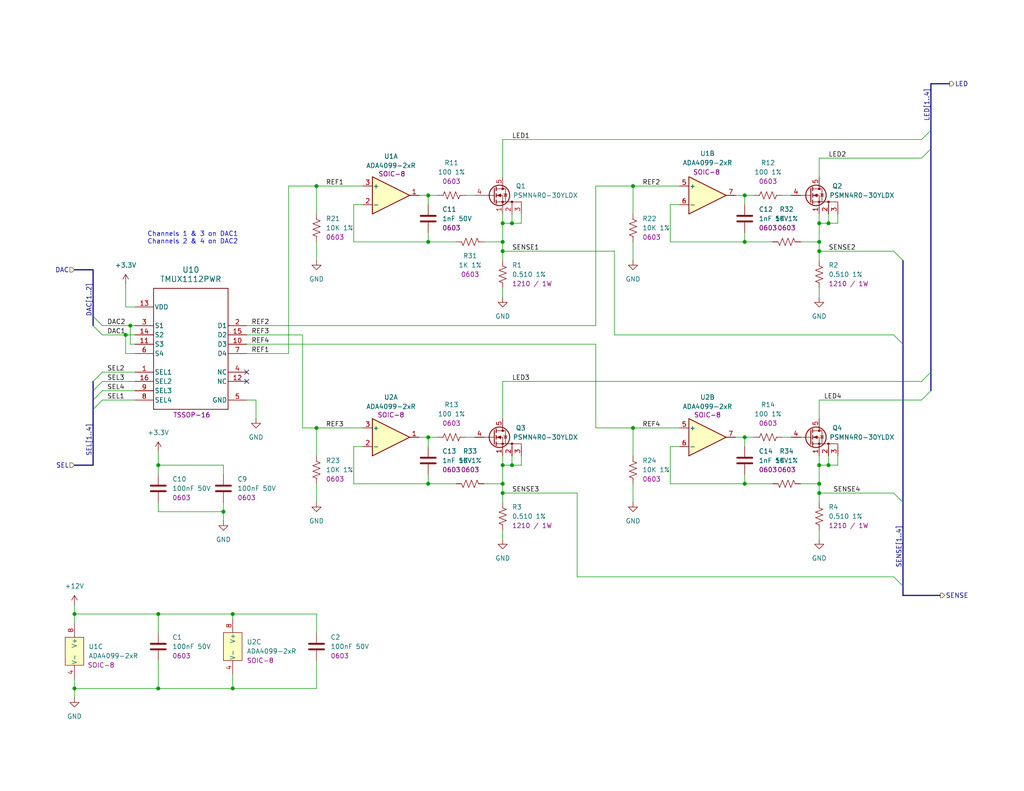
<source format=kicad_sch>
(kicad_sch
	(version 20250114)
	(generator "eeschema")
	(generator_version "9.0")
	(uuid "d95954a5-e306-4485-a8ed-bf4e368b2437")
	(paper "USLetter")
	(title_block
		(title "PBM Driver 4 V2")
		(date "2025-08-08")
		(rev "A")
		(comment 1 "Part Number: PCB104 Rev A")
		(comment 2 "MIT Licesnse")
		(comment 3 "Copyright (c) 2025 John Vedder ")
	)
	(lib_symbols
		(symbol "$Local:+12V"
			(power)
			(pin_numbers
				(hide yes)
			)
			(pin_names
				(offset 0)
				(hide yes)
			)
			(exclude_from_sim no)
			(in_bom yes)
			(on_board yes)
			(property "Reference" "#PWR"
				(at 0 -3.81 0)
				(effects
					(font
						(size 1.27 1.27)
					)
					(hide yes)
				)
			)
			(property "Value" "+12V"
				(at 0 3.556 0)
				(effects
					(font
						(size 1.27 1.27)
					)
				)
			)
			(property "Footprint" ""
				(at 0 0 0)
				(effects
					(font
						(size 1.27 1.27)
					)
					(hide yes)
				)
			)
			(property "Datasheet" ""
				(at 0 0 0)
				(effects
					(font
						(size 1.27 1.27)
					)
					(hide yes)
				)
			)
			(property "Description" "Power symbol creates a global label with name \"+12V\""
				(at 0 0 0)
				(effects
					(font
						(size 1.27 1.27)
					)
					(hide yes)
				)
			)
			(property "ki_keywords" "global power"
				(at 0 0 0)
				(effects
					(font
						(size 1.27 1.27)
					)
					(hide yes)
				)
			)
			(symbol "+12V_0_1"
				(polyline
					(pts
						(xy -0.762 1.27) (xy 0 2.54)
					)
					(stroke
						(width 0)
						(type default)
					)
					(fill
						(type none)
					)
				)
				(polyline
					(pts
						(xy 0 2.54) (xy 0.762 1.27)
					)
					(stroke
						(width 0)
						(type default)
					)
					(fill
						(type none)
					)
				)
				(polyline
					(pts
						(xy 0 0) (xy 0 2.54)
					)
					(stroke
						(width 0)
						(type default)
					)
					(fill
						(type none)
					)
				)
			)
			(symbol "+12V_1_1"
				(pin power_in line
					(at 0 0 90)
					(length 0)
					(name "~"
						(effects
							(font
								(size 1.27 1.27)
							)
						)
					)
					(number "1"
						(effects
							(font
								(size 1.27 1.27)
							)
						)
					)
				)
			)
			(embedded_fonts no)
		)
		(symbol "$Local:+3.3V"
			(power)
			(pin_numbers
				(hide yes)
			)
			(pin_names
				(offset 0)
				(hide yes)
			)
			(exclude_from_sim no)
			(in_bom yes)
			(on_board yes)
			(property "Reference" "#PWR"
				(at 0 -3.81 0)
				(effects
					(font
						(size 1.27 1.27)
					)
					(hide yes)
				)
			)
			(property "Value" "+3.3V"
				(at 0 3.556 0)
				(effects
					(font
						(size 1.27 1.27)
					)
				)
			)
			(property "Footprint" ""
				(at 0 0 0)
				(effects
					(font
						(size 1.27 1.27)
					)
					(hide yes)
				)
			)
			(property "Datasheet" ""
				(at 0 0 0)
				(effects
					(font
						(size 1.27 1.27)
					)
					(hide yes)
				)
			)
			(property "Description" "Power symbol creates a global label with name \"+3.3V\""
				(at 0 0 0)
				(effects
					(font
						(size 1.27 1.27)
					)
					(hide yes)
				)
			)
			(property "ki_keywords" "global power"
				(at 0 0 0)
				(effects
					(font
						(size 1.27 1.27)
					)
					(hide yes)
				)
			)
			(symbol "+3.3V_0_1"
				(polyline
					(pts
						(xy -0.762 1.27) (xy 0 2.54)
					)
					(stroke
						(width 0)
						(type default)
					)
					(fill
						(type none)
					)
				)
				(polyline
					(pts
						(xy 0 2.54) (xy 0.762 1.27)
					)
					(stroke
						(width 0)
						(type default)
					)
					(fill
						(type none)
					)
				)
				(polyline
					(pts
						(xy 0 0) (xy 0 2.54)
					)
					(stroke
						(width 0)
						(type default)
					)
					(fill
						(type none)
					)
				)
			)
			(symbol "+3.3V_1_1"
				(pin power_in line
					(at 0 0 90)
					(length 0)
					(name "~"
						(effects
							(font
								(size 1.27 1.27)
							)
						)
					)
					(number "1"
						(effects
							(font
								(size 1.27 1.27)
							)
						)
					)
				)
			)
			(embedded_fonts no)
		)
		(symbol "$Local:ADA4099-2xR"
			(pin_names
				(offset 0.127)
			)
			(exclude_from_sim no)
			(in_bom yes)
			(on_board yes)
			(property "Reference" "U"
				(at 3.048 8.382 0)
				(effects
					(font
						(size 1.27 1.27)
					)
					(justify left)
				)
			)
			(property "Value" "ADA4099-2xR"
				(at 3.048 5.842 0)
				(effects
					(font
						(size 1.27 1.27)
					)
					(justify left)
				)
			)
			(property "Footprint" "$Local:SOIC-8_3.9x4.9mm_P1.27mm"
				(at 2.54 0 0)
				(effects
					(font
						(size 1.27 1.27)
					)
					(hide yes)
				)
			)
			(property "Datasheet" "https://www.analog.com/media/en/technical-documentation/data-sheets/ada4099-1_ada4099-2.pdf"
				(at 6.35 3.81 0)
				(effects
					(font
						(size 1.27 1.27)
					)
					(hide yes)
				)
			)
			(property "Description" "Dual OpAmp, 50V, 8MHz, RRIO, 1.5mA/Ch, 5.5V/uS, SOIC-8"
				(at 0 0 0)
				(effects
					(font
						(size 1.27 1.27)
					)
					(hide yes)
				)
			)
			(property "PN" "505-ADA4099-2BRZ-ND"
				(at 0 0 0)
				(effects
					(font
						(size 1.27 1.27)
					)
					(hide yes)
				)
			)
			(property "Package" "SOIC-8"
				(at 3.048 3.302 0)
				(effects
					(font
						(size 1.27 1.27)
					)
					(justify left)
				)
			)
			(property "ki_locked" ""
				(at 0 0 0)
				(effects
					(font
						(size 1.27 1.27)
					)
				)
			)
			(property "ki_keywords" "operational amplifier analog-devices high-voltage rrio"
				(at 0 0 0)
				(effects
					(font
						(size 1.27 1.27)
					)
					(hide yes)
				)
			)
			(property "ki_fp_filters" "SOIC*3.9x4.9mm*P1.27mm*"
				(at 0 0 0)
				(effects
					(font
						(size 1.27 1.27)
					)
					(hide yes)
				)
			)
			(symbol "ADA4099-2xR_1_1"
				(polyline
					(pts
						(xy 5.08 0) (xy -5.08 5.08) (xy -5.08 -5.08) (xy 5.08 0)
					)
					(stroke
						(width 0.254)
						(type default)
					)
					(fill
						(type background)
					)
				)
				(pin input line
					(at -7.62 2.54 0)
					(length 2.54)
					(name "+"
						(effects
							(font
								(size 1.27 1.27)
							)
						)
					)
					(number "3"
						(effects
							(font
								(size 1.27 1.27)
							)
						)
					)
				)
				(pin input line
					(at -7.62 -2.54 0)
					(length 2.54)
					(name "-"
						(effects
							(font
								(size 1.27 1.27)
							)
						)
					)
					(number "2"
						(effects
							(font
								(size 1.27 1.27)
							)
						)
					)
				)
				(pin output line
					(at 7.62 0 180)
					(length 2.54)
					(name "~"
						(effects
							(font
								(size 1.27 1.27)
							)
						)
					)
					(number "1"
						(effects
							(font
								(size 1.27 1.27)
							)
						)
					)
				)
			)
			(symbol "ADA4099-2xR_2_1"
				(polyline
					(pts
						(xy 5.08 0) (xy -5.08 5.08) (xy -5.08 -5.08) (xy 5.08 0)
					)
					(stroke
						(width 0.254)
						(type default)
					)
					(fill
						(type background)
					)
				)
				(pin input line
					(at -7.62 2.54 0)
					(length 2.54)
					(name "+"
						(effects
							(font
								(size 1.27 1.27)
							)
						)
					)
					(number "5"
						(effects
							(font
								(size 1.27 1.27)
							)
						)
					)
				)
				(pin input line
					(at -7.62 -2.54 0)
					(length 2.54)
					(name "-"
						(effects
							(font
								(size 1.27 1.27)
							)
						)
					)
					(number "6"
						(effects
							(font
								(size 1.27 1.27)
							)
						)
					)
				)
				(pin output line
					(at 7.62 0 180)
					(length 2.54)
					(name "~"
						(effects
							(font
								(size 1.27 1.27)
							)
						)
					)
					(number "7"
						(effects
							(font
								(size 1.27 1.27)
							)
						)
					)
				)
			)
			(symbol "ADA4099-2xR_3_1"
				(rectangle
					(start -2.54 3.81)
					(end 2.54 -3.81)
					(stroke
						(width 0)
						(type default)
					)
					(fill
						(type background)
					)
				)
				(pin power_in line
					(at 0 7.62 270)
					(length 3.81)
					(name "V+"
						(effects
							(font
								(size 1.27 1.27)
							)
						)
					)
					(number "8"
						(effects
							(font
								(size 1.27 1.27)
							)
						)
					)
				)
				(pin power_in line
					(at 0 -7.62 90)
					(length 3.81)
					(name "V-"
						(effects
							(font
								(size 1.27 1.27)
							)
						)
					)
					(number "4"
						(effects
							(font
								(size 1.27 1.27)
							)
						)
					)
				)
			)
			(embedded_fonts no)
		)
		(symbol "$Local:C_0603_100NF_50V"
			(pin_numbers
				(hide yes)
			)
			(pin_names
				(offset 0.254)
			)
			(exclude_from_sim no)
			(in_bom yes)
			(on_board yes)
			(property "Reference" "C"
				(at 3.81 1.2701 0)
				(effects
					(font
						(size 1.27 1.27)
					)
					(justify left)
				)
			)
			(property "Value" "100nF 50V"
				(at 3.81 -1.2699 0)
				(effects
					(font
						(size 1.27 1.27)
					)
					(justify left)
				)
			)
			(property "Footprint" "$Local:C_0603_1608Metric"
				(at 0.9652 -3.81 0)
				(effects
					(font
						(size 1.27 1.27)
					)
					(hide yes)
				)
			)
			(property "Datasheet" "~"
				(at 0 0 0)
				(effects
					(font
						(size 1.27 1.27)
					)
					(hide yes)
				)
			)
			(property "Description" "CAP CER 100nF 50V X7R 0603"
				(at 0 0 0)
				(effects
					(font
						(size 1.27 1.27)
					)
					(hide yes)
				)
			)
			(property "Size" "0603"
				(at 3.81 -3.81 0)
				(effects
					(font
						(size 1.27 1.27)
					)
					(justify left)
				)
			)
			(property "PN" "399-5089-1-ND "
				(at 0 0 0)
				(effects
					(font
						(size 1.27 1.27)
					)
					(hide yes)
				)
			)
			(property "ki_keywords" "cap capacitor"
				(at 0 0 0)
				(effects
					(font
						(size 1.27 1.27)
					)
					(hide yes)
				)
			)
			(property "ki_fp_filters" "C_*"
				(at 0 0 0)
				(effects
					(font
						(size 1.27 1.27)
					)
					(hide yes)
				)
			)
			(symbol "C_0603_100NF_50V_0_1"
				(polyline
					(pts
						(xy -2.032 0.762) (xy 2.032 0.762)
					)
					(stroke
						(width 0.508)
						(type default)
					)
					(fill
						(type none)
					)
				)
				(polyline
					(pts
						(xy -2.032 -0.762) (xy 2.032 -0.762)
					)
					(stroke
						(width 0.508)
						(type default)
					)
					(fill
						(type none)
					)
				)
			)
			(symbol "C_0603_100NF_50V_1_1"
				(pin passive line
					(at 0 3.81 270)
					(length 2.794)
					(name "~"
						(effects
							(font
								(size 1.27 1.27)
							)
						)
					)
					(number "1"
						(effects
							(font
								(size 1.27 1.27)
							)
						)
					)
				)
				(pin passive line
					(at 0 -3.81 90)
					(length 2.794)
					(name "~"
						(effects
							(font
								(size 1.27 1.27)
							)
						)
					)
					(number "2"
						(effects
							(font
								(size 1.27 1.27)
							)
						)
					)
				)
			)
			(embedded_fonts no)
		)
		(symbol "$Local:C_0603_1NF_50V"
			(pin_numbers
				(hide yes)
			)
			(pin_names
				(offset 0.254)
			)
			(exclude_from_sim no)
			(in_bom yes)
			(on_board yes)
			(property "Reference" "C"
				(at 3.81 1.2701 0)
				(effects
					(font
						(size 1.27 1.27)
					)
					(justify left)
				)
			)
			(property "Value" "1nF 50V"
				(at 3.81 -1.2699 0)
				(effects
					(font
						(size 1.27 1.27)
					)
					(justify left)
				)
			)
			(property "Footprint" "$Local:C_0603_1608Metric"
				(at 0.9652 -3.81 0)
				(effects
					(font
						(size 1.27 1.27)
					)
					(hide yes)
				)
			)
			(property "Datasheet" "~"
				(at 0 0 0)
				(effects
					(font
						(size 1.27 1.27)
					)
					(hide yes)
				)
			)
			(property "Description" "CAP CER 1nF 50V X7R 0603"
				(at 0 0 0)
				(effects
					(font
						(size 1.27 1.27)
					)
					(hide yes)
				)
			)
			(property "Size" "0603"
				(at 3.81 -3.81 0)
				(effects
					(font
						(size 1.27 1.27)
					)
					(justify left)
				)
			)
			(property "PN" "399-1082-1-ND "
				(at 0 0 0)
				(effects
					(font
						(size 1.27 1.27)
					)
					(hide yes)
				)
			)
			(property "ki_keywords" "cap capacitor"
				(at 0 0 0)
				(effects
					(font
						(size 1.27 1.27)
					)
					(hide yes)
				)
			)
			(property "ki_fp_filters" "C_*"
				(at 0 0 0)
				(effects
					(font
						(size 1.27 1.27)
					)
					(hide yes)
				)
			)
			(symbol "C_0603_1NF_50V_0_1"
				(polyline
					(pts
						(xy -2.032 0.762) (xy 2.032 0.762)
					)
					(stroke
						(width 0.508)
						(type default)
					)
					(fill
						(type none)
					)
				)
				(polyline
					(pts
						(xy -2.032 -0.762) (xy 2.032 -0.762)
					)
					(stroke
						(width 0.508)
						(type default)
					)
					(fill
						(type none)
					)
				)
			)
			(symbol "C_0603_1NF_50V_1_1"
				(pin passive line
					(at 0 3.81 270)
					(length 2.794)
					(name "~"
						(effects
							(font
								(size 1.27 1.27)
							)
						)
					)
					(number "1"
						(effects
							(font
								(size 1.27 1.27)
							)
						)
					)
				)
				(pin passive line
					(at 0 -3.81 90)
					(length 2.794)
					(name "~"
						(effects
							(font
								(size 1.27 1.27)
							)
						)
					)
					(number "2"
						(effects
							(font
								(size 1.27 1.27)
							)
						)
					)
				)
			)
			(embedded_fonts no)
		)
		(symbol "$Local:GND"
			(power)
			(pin_numbers
				(hide yes)
			)
			(pin_names
				(offset 0)
				(hide yes)
			)
			(exclude_from_sim no)
			(in_bom yes)
			(on_board yes)
			(property "Reference" "#PWR"
				(at 0 -6.35 0)
				(effects
					(font
						(size 1.27 1.27)
					)
					(hide yes)
				)
			)
			(property "Value" "GND"
				(at 0 -3.81 0)
				(effects
					(font
						(size 1.27 1.27)
					)
				)
			)
			(property "Footprint" ""
				(at 0 0 0)
				(effects
					(font
						(size 1.27 1.27)
					)
					(hide yes)
				)
			)
			(property "Datasheet" ""
				(at 0 0 0)
				(effects
					(font
						(size 1.27 1.27)
					)
					(hide yes)
				)
			)
			(property "Description" "Power symbol creates a global label with name \"GND\" , ground"
				(at 0 0 0)
				(effects
					(font
						(size 1.27 1.27)
					)
					(hide yes)
				)
			)
			(property "ki_keywords" "global power"
				(at 0 0 0)
				(effects
					(font
						(size 1.27 1.27)
					)
					(hide yes)
				)
			)
			(symbol "GND_0_1"
				(polyline
					(pts
						(xy 0 0) (xy 0 -1.27) (xy 1.27 -1.27) (xy 0 -2.54) (xy -1.27 -1.27) (xy 0 -1.27)
					)
					(stroke
						(width 0)
						(type default)
					)
					(fill
						(type none)
					)
				)
			)
			(symbol "GND_1_1"
				(pin power_in line
					(at 0 0 270)
					(length 0)
					(name "~"
						(effects
							(font
								(size 1.27 1.27)
							)
						)
					)
					(number "1"
						(effects
							(font
								(size 1.27 1.27)
							)
						)
					)
				)
			)
			(embedded_fonts no)
		)
		(symbol "$Local:PSMN4R0-30YLDX"
			(pin_names
				(hide yes)
			)
			(exclude_from_sim no)
			(in_bom yes)
			(on_board yes)
			(property "Reference" "Q"
				(at 5.334 2.032 0)
				(effects
					(font
						(size 1.27 1.27)
					)
					(justify left)
				)
			)
			(property "Value" "PSMN4R0-30YLDX"
				(at 5.334 0 0)
				(effects
					(font
						(size 1.27 1.27)
					)
					(justify left)
				)
			)
			(property "Footprint" "$Local:LFPAK56"
				(at 5.08 -1.905 0)
				(effects
					(font
						(size 1.27 1.27)
						(italic yes)
					)
					(justify left)
					(hide yes)
				)
			)
			(property "Datasheet" ""
				(at 5.08 -3.81 0)
				(effects
					(font
						(size 1.27 1.27)
					)
					(justify left)
					(hide yes)
				)
			)
			(property "Description" "N-FET, 30V, 95A, 4mΩ, MOSFET, LFPAK56"
				(at 0 0 0)
				(effects
					(font
						(size 1.27 1.27)
					)
					(hide yes)
				)
			)
			(property "PN" "1727-1232-1-ND"
				(at 0 0 0)
				(effects
					(font
						(size 1.27 1.27)
					)
					(hide yes)
				)
			)
			(property "ki_keywords" "N-Channel MOSFET"
				(at 0 0 0)
				(effects
					(font
						(size 1.27 1.27)
					)
					(hide yes)
				)
			)
			(property "ki_fp_filters" "LFPAK56*"
				(at 0 0 0)
				(effects
					(font
						(size 1.27 1.27)
					)
					(hide yes)
				)
			)
			(symbol "PSMN4R0-30YLDX_0_1"
				(polyline
					(pts
						(xy 0.254 1.905) (xy 0.254 -1.905)
					)
					(stroke
						(width 0.254)
						(type default)
					)
					(fill
						(type none)
					)
				)
				(polyline
					(pts
						(xy 0.254 0) (xy -2.54 0)
					)
					(stroke
						(width 0)
						(type default)
					)
					(fill
						(type none)
					)
				)
				(polyline
					(pts
						(xy 0.762 2.286) (xy 0.762 1.27)
					)
					(stroke
						(width 0.254)
						(type default)
					)
					(fill
						(type none)
					)
				)
				(polyline
					(pts
						(xy 0.762 0.508) (xy 0.762 -0.508)
					)
					(stroke
						(width 0.254)
						(type default)
					)
					(fill
						(type none)
					)
				)
				(polyline
					(pts
						(xy 0.762 -1.27) (xy 0.762 -2.286)
					)
					(stroke
						(width 0.254)
						(type default)
					)
					(fill
						(type none)
					)
				)
				(polyline
					(pts
						(xy 0.762 -1.778) (xy 3.302 -1.778) (xy 3.302 1.778) (xy 0.762 1.778)
					)
					(stroke
						(width 0)
						(type default)
					)
					(fill
						(type none)
					)
				)
				(polyline
					(pts
						(xy 1.016 0) (xy 2.032 0.381) (xy 2.032 -0.381) (xy 1.016 0)
					)
					(stroke
						(width 0)
						(type default)
					)
					(fill
						(type outline)
					)
				)
				(circle
					(center 1.651 0)
					(radius 2.794)
					(stroke
						(width 0.254)
						(type default)
					)
					(fill
						(type none)
					)
				)
				(polyline
					(pts
						(xy 2.54 2.54) (xy 2.54 1.778)
					)
					(stroke
						(width 0)
						(type default)
					)
					(fill
						(type none)
					)
				)
				(circle
					(center 2.54 1.778)
					(radius 0.254)
					(stroke
						(width 0)
						(type default)
					)
					(fill
						(type outline)
					)
				)
				(circle
					(center 2.54 -1.778)
					(radius 0.254)
					(stroke
						(width 0)
						(type default)
					)
					(fill
						(type outline)
					)
				)
				(polyline
					(pts
						(xy 2.54 -2.54) (xy 2.54 0) (xy 0.762 0)
					)
					(stroke
						(width 0)
						(type default)
					)
					(fill
						(type none)
					)
				)
				(polyline
					(pts
						(xy 2.794 0.508) (xy 2.921 0.381) (xy 3.683 0.381) (xy 3.81 0.254)
					)
					(stroke
						(width 0)
						(type default)
					)
					(fill
						(type none)
					)
				)
				(polyline
					(pts
						(xy 3.302 0.381) (xy 2.921 -0.254) (xy 3.683 -0.254) (xy 3.302 0.381)
					)
					(stroke
						(width 0)
						(type default)
					)
					(fill
						(type none)
					)
				)
				(polyline
					(pts
						(xy 3.302 -1.778) (xy 7.62 -1.778) (xy 7.62 -2.54)
					)
					(stroke
						(width 0)
						(type default)
					)
					(fill
						(type none)
					)
				)
				(circle
					(center 5.08 -1.778)
					(radius 0.254)
					(stroke
						(width 0)
						(type default)
					)
					(fill
						(type outline)
					)
				)
				(polyline
					(pts
						(xy 5.08 -2.54) (xy 5.08 -1.778)
					)
					(stroke
						(width 0)
						(type default)
					)
					(fill
						(type none)
					)
				)
			)
			(symbol "PSMN4R0-30YLDX_1_1"
				(pin passive line
					(at -5.08 0 0)
					(length 2.54)
					(name "G"
						(effects
							(font
								(size 1.27 1.27)
							)
						)
					)
					(number "4"
						(effects
							(font
								(size 1.27 1.27)
							)
						)
					)
				)
				(pin passive line
					(at 2.54 5.08 270)
					(length 2.54)
					(name "D"
						(effects
							(font
								(size 1.27 1.27)
							)
						)
					)
					(number "5"
						(effects
							(font
								(size 1.27 1.27)
							)
						)
					)
				)
				(pin passive line
					(at 2.54 -5.08 90)
					(length 2.54)
					(name "S"
						(effects
							(font
								(size 1.27 1.27)
							)
						)
					)
					(number "1"
						(effects
							(font
								(size 1.27 1.27)
							)
						)
					)
				)
				(pin passive line
					(at 5.08 -5.08 90)
					(length 2.54)
					(name "S"
						(effects
							(font
								(size 1.27 1.27)
							)
						)
					)
					(number "2"
						(effects
							(font
								(size 1.27 1.27)
							)
						)
					)
				)
				(pin passive line
					(at 7.62 -5.08 90)
					(length 2.54)
					(name "S"
						(effects
							(font
								(size 1.27 1.27)
							)
						)
					)
					(number "3"
						(effects
							(font
								(size 1.27 1.27)
							)
						)
					)
				)
			)
			(embedded_fonts no)
		)
		(symbol "$Local:R_0603_100"
			(pin_numbers
				(hide yes)
			)
			(pin_names
				(offset 0)
			)
			(exclude_from_sim no)
			(in_bom yes)
			(on_board yes)
			(property "Reference" "R"
				(at 2.54 0 90)
				(effects
					(font
						(size 1.27 1.27)
					)
				)
			)
			(property "Value" "100 1%"
				(at -5.08 0 90)
				(effects
					(font
						(size 1.27 1.27)
					)
				)
			)
			(property "Footprint" "$Local:R_0603_1608Metric"
				(at 1.016 -0.254 90)
				(effects
					(font
						(size 1.27 1.27)
					)
					(hide yes)
				)
			)
			(property "Datasheet" "~"
				(at 0 0 0)
				(effects
					(font
						(size 1.27 1.27)
					)
					(hide yes)
				)
			)
			(property "Description" "RES SMD 100 OHM 1% 1/10W 0603"
				(at 0 0 0)
				(effects
					(font
						(size 1.27 1.27)
					)
					(hide yes)
				)
			)
			(property "Size" "0603"
				(at -2.54 0 90)
				(effects
					(font
						(size 1.27 1.27)
					)
				)
			)
			(property "PN" ""
				(at 0 0 0)
				(effects
					(font
						(size 1.27 1.27)
					)
					(hide yes)
				)
			)
			(property "ki_keywords" "R res resistor"
				(at 0 0 0)
				(effects
					(font
						(size 1.27 1.27)
					)
					(hide yes)
				)
			)
			(property "ki_fp_filters" "R_*"
				(at 0 0 0)
				(effects
					(font
						(size 1.27 1.27)
					)
					(hide yes)
				)
			)
			(symbol "R_0603_100_0_1"
				(polyline
					(pts
						(xy 0 2.286) (xy 0 2.54)
					)
					(stroke
						(width 0)
						(type default)
					)
					(fill
						(type none)
					)
				)
				(polyline
					(pts
						(xy 0 2.286) (xy 1.016 1.905) (xy 0 1.524) (xy -1.016 1.143) (xy 0 0.762)
					)
					(stroke
						(width 0)
						(type default)
					)
					(fill
						(type none)
					)
				)
				(polyline
					(pts
						(xy 0 0.762) (xy 1.016 0.381) (xy 0 0) (xy -1.016 -0.381) (xy 0 -0.762)
					)
					(stroke
						(width 0)
						(type default)
					)
					(fill
						(type none)
					)
				)
				(polyline
					(pts
						(xy 0 -0.762) (xy 1.016 -1.143) (xy 0 -1.524) (xy -1.016 -1.905) (xy 0 -2.286)
					)
					(stroke
						(width 0)
						(type default)
					)
					(fill
						(type none)
					)
				)
				(polyline
					(pts
						(xy 0 -2.286) (xy 0 -2.54)
					)
					(stroke
						(width 0)
						(type default)
					)
					(fill
						(type none)
					)
				)
			)
			(symbol "R_0603_100_1_1"
				(pin passive line
					(at 0 3.81 270)
					(length 1.27)
					(name "~"
						(effects
							(font
								(size 1.27 1.27)
							)
						)
					)
					(number "1"
						(effects
							(font
								(size 1.27 1.27)
							)
						)
					)
				)
				(pin passive line
					(at 0 -3.81 90)
					(length 1.27)
					(name "~"
						(effects
							(font
								(size 1.27 1.27)
							)
						)
					)
					(number "2"
						(effects
							(font
								(size 1.27 1.27)
							)
						)
					)
				)
			)
			(embedded_fonts no)
		)
		(symbol "$Local:R_0603_10K"
			(pin_numbers
				(hide yes)
			)
			(pin_names
				(offset 0)
			)
			(exclude_from_sim no)
			(in_bom yes)
			(on_board yes)
			(property "Reference" "R"
				(at 2.54 0 90)
				(effects
					(font
						(size 1.27 1.27)
					)
				)
			)
			(property "Value" "10K 1%"
				(at -5.08 0 90)
				(effects
					(font
						(size 1.27 1.27)
					)
				)
			)
			(property "Footprint" "$Local:R_0603_1608Metric"
				(at 1.016 -0.254 90)
				(effects
					(font
						(size 1.27 1.27)
					)
					(hide yes)
				)
			)
			(property "Datasheet" "~"
				(at 0 0 0)
				(effects
					(font
						(size 1.27 1.27)
					)
					(hide yes)
				)
			)
			(property "Description" "RES SMD 10K OHM 1% 1/10W 0603"
				(at 0 0 0)
				(effects
					(font
						(size 1.27 1.27)
					)
					(hide yes)
				)
			)
			(property "Size" "0603"
				(at -2.54 0 90)
				(effects
					(font
						(size 1.27 1.27)
					)
				)
			)
			(property "PN" ""
				(at 0 0 0)
				(effects
					(font
						(size 1.27 1.27)
					)
					(hide yes)
				)
			)
			(property "ki_keywords" "R res resistor"
				(at 0 0 0)
				(effects
					(font
						(size 1.27 1.27)
					)
					(hide yes)
				)
			)
			(property "ki_fp_filters" "R_*"
				(at 0 0 0)
				(effects
					(font
						(size 1.27 1.27)
					)
					(hide yes)
				)
			)
			(symbol "R_0603_10K_0_1"
				(polyline
					(pts
						(xy 0 2.286) (xy 0 2.54)
					)
					(stroke
						(width 0)
						(type default)
					)
					(fill
						(type none)
					)
				)
				(polyline
					(pts
						(xy 0 2.286) (xy 1.016 1.905) (xy 0 1.524) (xy -1.016 1.143) (xy 0 0.762)
					)
					(stroke
						(width 0)
						(type default)
					)
					(fill
						(type none)
					)
				)
				(polyline
					(pts
						(xy 0 0.762) (xy 1.016 0.381) (xy 0 0) (xy -1.016 -0.381) (xy 0 -0.762)
					)
					(stroke
						(width 0)
						(type default)
					)
					(fill
						(type none)
					)
				)
				(polyline
					(pts
						(xy 0 -0.762) (xy 1.016 -1.143) (xy 0 -1.524) (xy -1.016 -1.905) (xy 0 -2.286)
					)
					(stroke
						(width 0)
						(type default)
					)
					(fill
						(type none)
					)
				)
				(polyline
					(pts
						(xy 0 -2.286) (xy 0 -2.54)
					)
					(stroke
						(width 0)
						(type default)
					)
					(fill
						(type none)
					)
				)
			)
			(symbol "R_0603_10K_1_1"
				(pin passive line
					(at 0 3.81 270)
					(length 1.27)
					(name "~"
						(effects
							(font
								(size 1.27 1.27)
							)
						)
					)
					(number "1"
						(effects
							(font
								(size 1.27 1.27)
							)
						)
					)
				)
				(pin passive line
					(at 0 -3.81 90)
					(length 1.27)
					(name "~"
						(effects
							(font
								(size 1.27 1.27)
							)
						)
					)
					(number "2"
						(effects
							(font
								(size 1.27 1.27)
							)
						)
					)
				)
			)
			(embedded_fonts no)
		)
		(symbol "$Local:R_0603_1K"
			(pin_numbers
				(hide yes)
			)
			(pin_names
				(offset 0)
			)
			(exclude_from_sim no)
			(in_bom yes)
			(on_board yes)
			(property "Reference" "R"
				(at 2.54 0 90)
				(effects
					(font
						(size 1.27 1.27)
					)
				)
			)
			(property "Value" "1K 1%"
				(at -5.08 0 90)
				(effects
					(font
						(size 1.27 1.27)
					)
				)
			)
			(property "Footprint" "$Local:R_0603_1608Metric"
				(at 1.016 -0.254 90)
				(effects
					(font
						(size 1.27 1.27)
					)
					(hide yes)
				)
			)
			(property "Datasheet" "~"
				(at 0 0 0)
				(effects
					(font
						(size 1.27 1.27)
					)
					(hide yes)
				)
			)
			(property "Description" "RES SMD 1K OHM 1% 1/10W 0603"
				(at 0 0 0)
				(effects
					(font
						(size 1.27 1.27)
					)
					(hide yes)
				)
			)
			(property "Size" "0603"
				(at -2.54 0 90)
				(effects
					(font
						(size 1.27 1.27)
					)
				)
			)
			(property "PN" ""
				(at 0 0 0)
				(effects
					(font
						(size 1.27 1.27)
					)
					(hide yes)
				)
			)
			(property "ki_keywords" "R res resistor"
				(at 0 0 0)
				(effects
					(font
						(size 1.27 1.27)
					)
					(hide yes)
				)
			)
			(property "ki_fp_filters" "R_*"
				(at 0 0 0)
				(effects
					(font
						(size 1.27 1.27)
					)
					(hide yes)
				)
			)
			(symbol "R_0603_1K_0_1"
				(polyline
					(pts
						(xy 0 2.286) (xy 0 2.54)
					)
					(stroke
						(width 0)
						(type default)
					)
					(fill
						(type none)
					)
				)
				(polyline
					(pts
						(xy 0 2.286) (xy 1.016 1.905) (xy 0 1.524) (xy -1.016 1.143) (xy 0 0.762)
					)
					(stroke
						(width 0)
						(type default)
					)
					(fill
						(type none)
					)
				)
				(polyline
					(pts
						(xy 0 0.762) (xy 1.016 0.381) (xy 0 0) (xy -1.016 -0.381) (xy 0 -0.762)
					)
					(stroke
						(width 0)
						(type default)
					)
					(fill
						(type none)
					)
				)
				(polyline
					(pts
						(xy 0 -0.762) (xy 1.016 -1.143) (xy 0 -1.524) (xy -1.016 -1.905) (xy 0 -2.286)
					)
					(stroke
						(width 0)
						(type default)
					)
					(fill
						(type none)
					)
				)
				(polyline
					(pts
						(xy 0 -2.286) (xy 0 -2.54)
					)
					(stroke
						(width 0)
						(type default)
					)
					(fill
						(type none)
					)
				)
			)
			(symbol "R_0603_1K_1_1"
				(pin passive line
					(at 0 3.81 270)
					(length 1.27)
					(name "~"
						(effects
							(font
								(size 1.27 1.27)
							)
						)
					)
					(number "1"
						(effects
							(font
								(size 1.27 1.27)
							)
						)
					)
				)
				(pin passive line
					(at 0 -3.81 90)
					(length 1.27)
					(name "~"
						(effects
							(font
								(size 1.27 1.27)
							)
						)
					)
					(number "2"
						(effects
							(font
								(size 1.27 1.27)
							)
						)
					)
				)
			)
			(embedded_fonts no)
		)
		(symbol "$Local:R_1210_R51"
			(pin_numbers
				(hide yes)
			)
			(pin_names
				(offset 0)
			)
			(exclude_from_sim no)
			(in_bom yes)
			(on_board yes)
			(property "Reference" "R"
				(at 2.54 0 90)
				(effects
					(font
						(size 1.27 1.27)
					)
				)
			)
			(property "Value" "0.510 1%"
				(at -5.08 0 90)
				(effects
					(font
						(size 1.27 1.27)
					)
				)
			)
			(property "Footprint" "$Local:R_1210_3225Metric_Pad1.30x2.65mm_HandSolder"
				(at 1.016 -0.254 90)
				(effects
					(font
						(size 1.27 1.27)
					)
					(hide yes)
				)
			)
			(property "Datasheet" "~"
				(at 0 0 0)
				(effects
					(font
						(size 1.27 1.27)
					)
					(hide yes)
				)
			)
			(property "Description" "RES 0.51 OHM 1% 1W 1210"
				(at 0 0 0)
				(effects
					(font
						(size 1.27 1.27)
					)
					(hide yes)
				)
			)
			(property "Size" "1210 / 1W"
				(at -2.54 0 90)
				(effects
					(font
						(size 1.27 1.27)
					)
				)
			)
			(property "PN" "RCWE.51FCT-ND"
				(at 0 0 0)
				(effects
					(font
						(size 1.27 1.27)
					)
					(hide yes)
				)
			)
			(property "ki_keywords" "R res resistor"
				(at 0 0 0)
				(effects
					(font
						(size 1.27 1.27)
					)
					(hide yes)
				)
			)
			(property "ki_fp_filters" "R_*"
				(at 0 0 0)
				(effects
					(font
						(size 1.27 1.27)
					)
					(hide yes)
				)
			)
			(symbol "R_1210_R51_0_1"
				(polyline
					(pts
						(xy 0 2.286) (xy 0 2.54)
					)
					(stroke
						(width 0)
						(type default)
					)
					(fill
						(type none)
					)
				)
				(polyline
					(pts
						(xy 0 2.286) (xy 1.016 1.905) (xy 0 1.524) (xy -1.016 1.143) (xy 0 0.762)
					)
					(stroke
						(width 0)
						(type default)
					)
					(fill
						(type none)
					)
				)
				(polyline
					(pts
						(xy 0 0.762) (xy 1.016 0.381) (xy 0 0) (xy -1.016 -0.381) (xy 0 -0.762)
					)
					(stroke
						(width 0)
						(type default)
					)
					(fill
						(type none)
					)
				)
				(polyline
					(pts
						(xy 0 -0.762) (xy 1.016 -1.143) (xy 0 -1.524) (xy -1.016 -1.905) (xy 0 -2.286)
					)
					(stroke
						(width 0)
						(type default)
					)
					(fill
						(type none)
					)
				)
				(polyline
					(pts
						(xy 0 -2.286) (xy 0 -2.54)
					)
					(stroke
						(width 0)
						(type default)
					)
					(fill
						(type none)
					)
				)
			)
			(symbol "R_1210_R51_1_1"
				(pin passive line
					(at 0 3.81 270)
					(length 1.27)
					(name "~"
						(effects
							(font
								(size 1.27 1.27)
							)
						)
					)
					(number "1"
						(effects
							(font
								(size 1.27 1.27)
							)
						)
					)
				)
				(pin passive line
					(at 0 -3.81 90)
					(length 1.27)
					(name "~"
						(effects
							(font
								(size 1.27 1.27)
							)
						)
					)
					(number "2"
						(effects
							(font
								(size 1.27 1.27)
							)
						)
					)
				)
			)
			(embedded_fonts no)
		)
		(symbol "$Local:TMUX1112PWR"
			(pin_names
				(offset 0.254)
			)
			(exclude_from_sim no)
			(in_bom yes)
			(on_board yes)
			(property "Reference" "U"
				(at 15.494 9.398 0)
				(effects
					(font
						(size 1.524 1.524)
					)
				)
			)
			(property "Value" "TMUX1112PWR"
				(at 15.494 6.858 0)
				(effects
					(font
						(size 1.524 1.524)
					)
				)
			)
			(property "Footprint" "$Local:TSSOP-16_4.4x5mm_P0.65mm"
				(at 15.494 -31.75 0)
				(effects
					(font
						(size 1.27 1.27)
						(italic yes)
					)
					(hide yes)
				)
			)
			(property "Datasheet" ""
				(at 15.494 -29.464 0)
				(effects
					(font
						(size 1.27 1.27)
						(italic yes)
					)
					(hide yes)
				)
			)
			(property "Description" "IC SWITCH SPST x4 4OHM TSSOP-16"
				(at 0 0 0)
				(effects
					(font
						(size 1.27 1.27)
					)
					(hide yes)
				)
			)
			(property "PN" "296-TMUX1112PWRCT-ND"
				(at 0 0 0)
				(effects
					(font
						(size 1.27 1.27)
					)
					(hide yes)
				)
			)
			(property "Package" "TSSOP-16"
				(at 15.494 -29.464 0)
				(effects
					(font
						(size 1.27 1.27)
					)
				)
			)
			(property "ki_keywords" "TMUX1112PWR"
				(at 0 0 0)
				(effects
					(font
						(size 1.27 1.27)
					)
					(hide yes)
				)
			)
			(property "ki_fp_filters" "PW0016A-IPC_A PW0016A-IPC_B PW0016A-IPC_C PW0016A-MFG"
				(at 0 0 0)
				(effects
					(font
						(size 1.27 1.27)
					)
					(hide yes)
				)
			)
			(symbol "TMUX1112PWR_0_1"
				(polyline
					(pts
						(xy 5.08 5.08) (xy 5.08 -27.94)
					)
					(stroke
						(width 0.2032)
						(type default)
					)
					(fill
						(type none)
					)
				)
				(polyline
					(pts
						(xy 5.08 -27.94) (xy 25.4 -27.94)
					)
					(stroke
						(width 0.2032)
						(type default)
					)
					(fill
						(type none)
					)
				)
				(polyline
					(pts
						(xy 25.4 5.08) (xy 5.08 5.08)
					)
					(stroke
						(width 0.2032)
						(type default)
					)
					(fill
						(type none)
					)
				)
				(polyline
					(pts
						(xy 25.4 -27.94) (xy 25.4 5.08)
					)
					(stroke
						(width 0.2032)
						(type default)
					)
					(fill
						(type none)
					)
				)
				(pin power_in line
					(at 0 0 0)
					(length 5.08)
					(name "VDD"
						(effects
							(font
								(size 1.27 1.27)
							)
						)
					)
					(number "13"
						(effects
							(font
								(size 1.27 1.27)
							)
						)
					)
				)
				(pin bidirectional line
					(at 0 -5.08 0)
					(length 5.08)
					(name "S1"
						(effects
							(font
								(size 1.27 1.27)
							)
						)
					)
					(number "3"
						(effects
							(font
								(size 1.27 1.27)
							)
						)
					)
				)
				(pin bidirectional line
					(at 0 -7.62 0)
					(length 5.08)
					(name "S2"
						(effects
							(font
								(size 1.27 1.27)
							)
						)
					)
					(number "14"
						(effects
							(font
								(size 1.27 1.27)
							)
						)
					)
				)
				(pin bidirectional line
					(at 0 -10.16 0)
					(length 5.08)
					(name "S3"
						(effects
							(font
								(size 1.27 1.27)
							)
						)
					)
					(number "11"
						(effects
							(font
								(size 1.27 1.27)
							)
						)
					)
				)
				(pin bidirectional line
					(at 0 -12.7 0)
					(length 5.08)
					(name "S4"
						(effects
							(font
								(size 1.27 1.27)
							)
						)
					)
					(number "6"
						(effects
							(font
								(size 1.27 1.27)
							)
						)
					)
				)
				(pin input line
					(at 0 -17.78 0)
					(length 5.08)
					(name "SEL1"
						(effects
							(font
								(size 1.27 1.27)
							)
						)
					)
					(number "1"
						(effects
							(font
								(size 1.27 1.27)
							)
						)
					)
				)
				(pin input line
					(at 0 -20.32 0)
					(length 5.08)
					(name "SEL2"
						(effects
							(font
								(size 1.27 1.27)
							)
						)
					)
					(number "16"
						(effects
							(font
								(size 1.27 1.27)
							)
						)
					)
				)
				(pin input line
					(at 0 -22.86 0)
					(length 5.08)
					(name "SEL3"
						(effects
							(font
								(size 1.27 1.27)
							)
						)
					)
					(number "9"
						(effects
							(font
								(size 1.27 1.27)
							)
						)
					)
				)
				(pin input line
					(at 0 -25.4 0)
					(length 5.08)
					(name "SEL4"
						(effects
							(font
								(size 1.27 1.27)
							)
						)
					)
					(number "8"
						(effects
							(font
								(size 1.27 1.27)
							)
						)
					)
				)
				(pin bidirectional line
					(at 30.48 -5.08 180)
					(length 5.08)
					(name "D1"
						(effects
							(font
								(size 1.27 1.27)
							)
						)
					)
					(number "2"
						(effects
							(font
								(size 1.27 1.27)
							)
						)
					)
				)
				(pin bidirectional line
					(at 30.48 -7.62 180)
					(length 5.08)
					(name "D2"
						(effects
							(font
								(size 1.27 1.27)
							)
						)
					)
					(number "15"
						(effects
							(font
								(size 1.27 1.27)
							)
						)
					)
				)
				(pin bidirectional line
					(at 30.48 -10.16 180)
					(length 5.08)
					(name "D3"
						(effects
							(font
								(size 1.27 1.27)
							)
						)
					)
					(number "10"
						(effects
							(font
								(size 1.27 1.27)
							)
						)
					)
				)
				(pin bidirectional line
					(at 30.48 -12.7 180)
					(length 5.08)
					(name "D4"
						(effects
							(font
								(size 1.27 1.27)
							)
						)
					)
					(number "7"
						(effects
							(font
								(size 1.27 1.27)
							)
						)
					)
				)
				(pin unspecified line
					(at 30.48 -17.78 180)
					(length 5.08)
					(name "NC"
						(effects
							(font
								(size 1.27 1.27)
							)
						)
					)
					(number "4"
						(effects
							(font
								(size 1.27 1.27)
							)
						)
					)
				)
				(pin unspecified line
					(at 30.48 -20.32 180)
					(length 5.08)
					(name "NC"
						(effects
							(font
								(size 1.27 1.27)
							)
						)
					)
					(number "12"
						(effects
							(font
								(size 1.27 1.27)
							)
						)
					)
				)
				(pin power_in line
					(at 30.48 -25.4 180)
					(length 5.08)
					(name "GND"
						(effects
							(font
								(size 1.27 1.27)
							)
						)
					)
					(number "5"
						(effects
							(font
								(size 1.27 1.27)
							)
						)
					)
				)
			)
			(embedded_fonts no)
		)
	)
	(text "Channels 1 & 3 on DAC1\nChannels 2 & 4 on DAC2"
		(exclude_from_sim no)
		(at 52.578 65.024 0)
		(effects
			(font
				(size 1.27 1.27)
			)
		)
		(uuid "2abdbf4e-3c91-4bfa-8cfe-bbed38babd61")
	)
	(junction
		(at 116.84 53.34)
		(diameter 0)
		(color 0 0 0 0)
		(uuid "06c7419a-46d8-4d38-ae8d-d3c8211b4439")
	)
	(junction
		(at 116.84 119.38)
		(diameter 0)
		(color 0 0 0 0)
		(uuid "08b0e711-de58-47a4-aa31-33f37ac25eaa")
	)
	(junction
		(at 172.72 116.84)
		(diameter 0)
		(color 0 0 0 0)
		(uuid "10eeb87d-0d81-4f6b-845c-c63b49c5bdf5")
	)
	(junction
		(at 63.5 187.96)
		(diameter 0)
		(color 0 0 0 0)
		(uuid "15da323d-bf1e-4e7a-8875-6d4e4f4955c4")
	)
	(junction
		(at 137.16 134.62)
		(diameter 0)
		(color 0 0 0 0)
		(uuid "1e5a56bb-92b4-49c5-b4c6-32c3289f2b40")
	)
	(junction
		(at 139.7 127)
		(diameter 0)
		(color 0 0 0 0)
		(uuid "1fef2d38-0741-44dd-8c84-1395e3df1ff9")
	)
	(junction
		(at 223.52 127)
		(diameter 0)
		(color 0 0 0 0)
		(uuid "22c11459-2cef-4ea5-8766-16a4d21f8709")
	)
	(junction
		(at 139.7 60.96)
		(diameter 0)
		(color 0 0 0 0)
		(uuid "39f478c8-bb72-4bd4-a486-425ff352a757")
	)
	(junction
		(at 137.16 127)
		(diameter 0)
		(color 0 0 0 0)
		(uuid "3d25d9f0-c9f7-447a-ad00-6490217aa53a")
	)
	(junction
		(at 63.5 167.64)
		(diameter 0)
		(color 0 0 0 0)
		(uuid "3e4fb5f1-feb5-4d2f-95d7-822bcabdc196")
	)
	(junction
		(at 86.36 50.8)
		(diameter 0)
		(color 0 0 0 0)
		(uuid "3eb85177-7330-4928-9192-bd78571a00f1")
	)
	(junction
		(at 137.16 66.04)
		(diameter 0)
		(color 0 0 0 0)
		(uuid "4b029feb-b3d1-4a42-bc4a-05fee5440169")
	)
	(junction
		(at 116.84 132.08)
		(diameter 0)
		(color 0 0 0 0)
		(uuid "52fab5ea-e0ad-46c5-80cd-51b713fdf131")
	)
	(junction
		(at 203.2 66.04)
		(diameter 0)
		(color 0 0 0 0)
		(uuid "5bb29419-bb08-455d-97cf-8126e692d635")
	)
	(junction
		(at 223.52 66.04)
		(diameter 0)
		(color 0 0 0 0)
		(uuid "5d197863-18a1-44d4-8f3d-9fee4805b2ff")
	)
	(junction
		(at 116.84 66.04)
		(diameter 0)
		(color 0 0 0 0)
		(uuid "660fb876-8d0e-4a3f-8305-d023cdf9c912")
	)
	(junction
		(at 172.72 50.8)
		(diameter 0)
		(color 0 0 0 0)
		(uuid "6998bd9a-9277-4a53-b486-7599822e8db3")
	)
	(junction
		(at 60.96 139.7)
		(diameter 0)
		(color 0 0 0 0)
		(uuid "6a347a90-3d68-463e-abba-401f9812676f")
	)
	(junction
		(at 203.2 53.34)
		(diameter 0)
		(color 0 0 0 0)
		(uuid "6a77eaa4-56b4-4244-b279-f9cfb599c0e2")
	)
	(junction
		(at 43.18 127)
		(diameter 0)
		(color 0 0 0 0)
		(uuid "700c6abb-78a5-4ddc-bd61-db1edd5d12ee")
	)
	(junction
		(at 223.52 132.08)
		(diameter 0)
		(color 0 0 0 0)
		(uuid "80088c5a-fb57-43d2-b766-fda625a9dcc7")
	)
	(junction
		(at 137.16 60.96)
		(diameter 0)
		(color 0 0 0 0)
		(uuid "84d79a18-f4b4-4096-a52e-546b79059bc3")
	)
	(junction
		(at 223.52 68.58)
		(diameter 0)
		(color 0 0 0 0)
		(uuid "8a5e6ba6-2c21-4b55-9da3-c999425a77c4")
	)
	(junction
		(at 137.16 68.58)
		(diameter 0)
		(color 0 0 0 0)
		(uuid "8c0bcc7d-bbe3-49af-b9e8-24380d62bc42")
	)
	(junction
		(at 86.36 116.84)
		(diameter 0)
		(color 0 0 0 0)
		(uuid "99ad2ae8-468d-4bfb-a33a-2ccab0eb0948")
	)
	(junction
		(at 223.52 134.62)
		(diameter 0)
		(color 0 0 0 0)
		(uuid "9e1bdd56-eeb2-4108-a68f-a5fadf1bd8f9")
	)
	(junction
		(at 203.2 119.38)
		(diameter 0)
		(color 0 0 0 0)
		(uuid "a177d57e-fd31-47b0-98f1-dc4c3ebd163d")
	)
	(junction
		(at 226.06 60.96)
		(diameter 0)
		(color 0 0 0 0)
		(uuid "a7afe561-1af7-405f-9082-2adc328b1179")
	)
	(junction
		(at 223.52 60.96)
		(diameter 0)
		(color 0 0 0 0)
		(uuid "abf83874-3869-4171-ba2f-fba4ffa15336")
	)
	(junction
		(at 203.2 132.08)
		(diameter 0)
		(color 0 0 0 0)
		(uuid "bcfc87c9-bdd0-4a65-82e1-a7d292d40f07")
	)
	(junction
		(at 35.56 88.9)
		(diameter 0)
		(color 0 0 0 0)
		(uuid "be14b3d8-5ced-4008-a8eb-8aec9d8e36cc")
	)
	(junction
		(at 43.18 167.64)
		(diameter 0)
		(color 0 0 0 0)
		(uuid "c4f512a7-6a5c-4c60-b4bf-fada8a7b7b1a")
	)
	(junction
		(at 34.29 91.44)
		(diameter 0)
		(color 0 0 0 0)
		(uuid "ccab5275-3b69-4685-ab8a-dac8a46917e1")
	)
	(junction
		(at 20.32 187.96)
		(diameter 0)
		(color 0 0 0 0)
		(uuid "d3c18f42-dc14-407f-ad6a-3c760c14097c")
	)
	(junction
		(at 20.32 167.64)
		(diameter 0)
		(color 0 0 0 0)
		(uuid "d7092b5e-a8d7-4433-ae2f-fe13104ca023")
	)
	(junction
		(at 43.18 187.96)
		(diameter 0)
		(color 0 0 0 0)
		(uuid "da4c845d-0948-4e75-881f-a23403dc9b15")
	)
	(junction
		(at 137.16 132.08)
		(diameter 0)
		(color 0 0 0 0)
		(uuid "df7dc4d0-ddf6-481c-81fc-f483d3e785d1")
	)
	(junction
		(at 226.06 127)
		(diameter 0)
		(color 0 0 0 0)
		(uuid "e49f1978-6f3a-49ac-90be-c89e93358b3b")
	)
	(no_connect
		(at 67.31 101.6)
		(uuid "2e992591-db4e-410b-838b-e7d6911f253b")
	)
	(no_connect
		(at 67.31 104.14)
		(uuid "9504652a-a401-40d9-9d55-09f1eb57b95c")
	)
	(bus_entry
		(at 246.38 71.12)
		(size -2.54 -2.54)
		(stroke
			(width 0)
			(type default)
		)
		(uuid "0614f0a8-75a9-4ce2-b7c2-60d8fc642fb4")
	)
	(bus_entry
		(at 25.4 106.68)
		(size 2.54 -2.54)
		(stroke
			(width 0)
			(type default)
		)
		(uuid "13230898-9110-48de-ad4a-2b70a657ab2d")
	)
	(bus_entry
		(at 25.4 104.14)
		(size 2.54 -2.54)
		(stroke
			(width 0)
			(type default)
		)
		(uuid "364a9e64-265a-4376-b22c-1c13446d9588")
	)
	(bus_entry
		(at 246.38 93.98)
		(size -2.54 -2.54)
		(stroke
			(width 0)
			(type default)
		)
		(uuid "36c1a1da-1e0b-4381-93b0-eb8f6eb87f71")
	)
	(bus_entry
		(at 25.4 111.76)
		(size 2.54 -2.54)
		(stroke
			(width 0)
			(type default)
		)
		(uuid "3f865643-a3b1-4853-82bf-097b1751fa42")
	)
	(bus_entry
		(at 25.4 109.22)
		(size 2.54 -2.54)
		(stroke
			(width 0)
			(type default)
		)
		(uuid "62766174-970c-43dc-98ea-a8b2e7f561de")
	)
	(bus_entry
		(at 25.4 88.9)
		(size 2.54 2.54)
		(stroke
			(width 0)
			(type default)
		)
		(uuid "7275cf94-b7da-4282-855d-9db0ff44b7ee")
	)
	(bus_entry
		(at 25.4 86.36)
		(size 2.54 2.54)
		(stroke
			(width 0)
			(type default)
		)
		(uuid "8dd7f1f1-52f8-4719-8234-37317300d168")
	)
	(bus_entry
		(at 254 40.64)
		(size -2.54 2.54)
		(stroke
			(width 0)
			(type default)
		)
		(uuid "8e5893cd-d7ac-4724-84bc-55c2c3152db9")
	)
	(bus_entry
		(at 254 106.68)
		(size -2.54 2.54)
		(stroke
			(width 0)
			(type default)
		)
		(uuid "98793666-6861-4f21-bb7c-2909a79c004a")
	)
	(bus_entry
		(at 254 101.6)
		(size -2.54 2.54)
		(stroke
			(width 0)
			(type default)
		)
		(uuid "b45df231-8163-4332-aac9-c550acc7c508")
	)
	(bus_entry
		(at 246.38 160.02)
		(size -2.54 -2.54)
		(stroke
			(width 0)
			(type default)
		)
		(uuid "c2261a11-382a-4ea4-a2cb-b864d17b05ec")
	)
	(bus_entry
		(at 254 35.56)
		(size -2.54 2.54)
		(stroke
			(width 0)
			(type default)
		)
		(uuid "de72c0fb-7c7d-433c-b92b-8db14677bb95")
	)
	(bus_entry
		(at 246.38 137.16)
		(size -2.54 -2.54)
		(stroke
			(width 0)
			(type default)
		)
		(uuid "df7bb825-acaa-45ec-b47e-d7bbd3a7caa0")
	)
	(wire
		(pts
			(xy 223.52 137.16) (xy 223.52 134.62)
		)
		(stroke
			(width 0)
			(type default)
		)
		(uuid "03e960c4-9d6a-4166-b695-ca6b4e086247")
	)
	(wire
		(pts
			(xy 60.96 127) (xy 60.96 129.54)
		)
		(stroke
			(width 0)
			(type default)
		)
		(uuid "05ab3b1e-4ac7-41c4-bbd3-1bba1c766966")
	)
	(wire
		(pts
			(xy 210.82 66.04) (xy 203.2 66.04)
		)
		(stroke
			(width 0)
			(type default)
		)
		(uuid "0706fef4-7d61-4da7-af25-d7d3c7c9ed87")
	)
	(wire
		(pts
			(xy 67.31 96.52) (xy 78.74 96.52)
		)
		(stroke
			(width 0)
			(type default)
		)
		(uuid "0762ca74-bd24-42ba-bb4d-197e1464424b")
	)
	(wire
		(pts
			(xy 213.36 53.34) (xy 215.9 53.34)
		)
		(stroke
			(width 0)
			(type default)
		)
		(uuid "0920bc4a-a24e-4563-9e9a-3ae7d017f627")
	)
	(wire
		(pts
			(xy 35.56 88.9) (xy 36.83 88.9)
		)
		(stroke
			(width 0)
			(type default)
		)
		(uuid "0ad1ee01-5d04-4638-a63a-395baf13be2c")
	)
	(wire
		(pts
			(xy 27.94 101.6) (xy 36.83 101.6)
		)
		(stroke
			(width 0)
			(type default)
		)
		(uuid "0ca1ff52-a600-4fd8-992d-36d4854bc99e")
	)
	(bus
		(pts
			(xy 25.4 109.22) (xy 25.4 111.76)
		)
		(stroke
			(width 0)
			(type default)
		)
		(uuid "0efd604f-b58f-452f-8390-21fc68942601")
	)
	(wire
		(pts
			(xy 43.18 139.7) (xy 60.96 139.7)
		)
		(stroke
			(width 0)
			(type default)
		)
		(uuid "0f131d09-c791-4c18-94ec-1cec8869d972")
	)
	(wire
		(pts
			(xy 137.16 60.96) (xy 137.16 66.04)
		)
		(stroke
			(width 0)
			(type default)
		)
		(uuid "1059e866-4daf-411b-be89-c698571437c4")
	)
	(wire
		(pts
			(xy 243.84 91.44) (xy 167.64 91.44)
		)
		(stroke
			(width 0)
			(type default)
		)
		(uuid "17513005-bcce-4b5c-92a2-5dd5357b7efc")
	)
	(wire
		(pts
			(xy 228.6 58.42) (xy 228.6 60.96)
		)
		(stroke
			(width 0)
			(type default)
		)
		(uuid "183fd024-9073-499d-8dce-73dbf5d31e70")
	)
	(wire
		(pts
			(xy 96.52 121.92) (xy 96.52 132.08)
		)
		(stroke
			(width 0)
			(type default)
		)
		(uuid "19492aa4-7f25-4382-97ec-3f6c19df706f")
	)
	(wire
		(pts
			(xy 210.82 132.08) (xy 203.2 132.08)
		)
		(stroke
			(width 0)
			(type default)
		)
		(uuid "1a55c6ce-16e2-4e6a-a9fd-ffb8da30d797")
	)
	(wire
		(pts
			(xy 116.84 129.54) (xy 116.84 132.08)
		)
		(stroke
			(width 0)
			(type default)
		)
		(uuid "1ce9a507-7a3c-419c-bf73-3617d3bcfaae")
	)
	(wire
		(pts
			(xy 182.88 121.92) (xy 182.88 132.08)
		)
		(stroke
			(width 0)
			(type default)
		)
		(uuid "1e2d133a-f6bc-4d83-88a8-ca62c5e0d620")
	)
	(wire
		(pts
			(xy 20.32 185.42) (xy 20.32 187.96)
		)
		(stroke
			(width 0)
			(type default)
		)
		(uuid "1ef4a5be-4e39-4fae-9810-16b370b0270c")
	)
	(wire
		(pts
			(xy 223.52 48.26) (xy 223.52 43.18)
		)
		(stroke
			(width 0)
			(type default)
		)
		(uuid "206da444-7c92-44c2-bdaf-dd13a3b297dc")
	)
	(wire
		(pts
			(xy 137.16 48.26) (xy 137.16 38.1)
		)
		(stroke
			(width 0)
			(type default)
		)
		(uuid "21bc746c-9991-4ea7-808b-02d241240750")
	)
	(wire
		(pts
			(xy 226.06 58.42) (xy 226.06 60.96)
		)
		(stroke
			(width 0)
			(type default)
		)
		(uuid "2200d9f2-b6b0-4926-9ca1-821848af48d8")
	)
	(wire
		(pts
			(xy 82.55 116.84) (xy 82.55 91.44)
		)
		(stroke
			(width 0)
			(type default)
		)
		(uuid "229b1839-6cac-42ea-ae88-debb543ba76f")
	)
	(wire
		(pts
			(xy 124.46 66.04) (xy 116.84 66.04)
		)
		(stroke
			(width 0)
			(type default)
		)
		(uuid "23c3efad-ef6b-4ce5-9746-fe7516b92f4a")
	)
	(wire
		(pts
			(xy 116.84 53.34) (xy 119.38 53.34)
		)
		(stroke
			(width 0)
			(type default)
		)
		(uuid "2402d209-b354-4a4a-9782-dc9b2d33bb94")
	)
	(wire
		(pts
			(xy 78.74 96.52) (xy 78.74 50.8)
		)
		(stroke
			(width 0)
			(type default)
		)
		(uuid "25884ea1-0e5c-42aa-95b3-fb7a88f3ec2f")
	)
	(wire
		(pts
			(xy 114.3 53.34) (xy 116.84 53.34)
		)
		(stroke
			(width 0)
			(type default)
		)
		(uuid "26f13556-72c8-4493-b5f5-94e8a55bf796")
	)
	(wire
		(pts
			(xy 36.83 93.98) (xy 35.56 93.98)
		)
		(stroke
			(width 0)
			(type default)
		)
		(uuid "287ccbce-0f28-4a06-b8ba-bb906bf25e01")
	)
	(wire
		(pts
			(xy 82.55 116.84) (xy 86.36 116.84)
		)
		(stroke
			(width 0)
			(type default)
		)
		(uuid "28dd62b9-7560-4c84-8c59-48caef0114d6")
	)
	(wire
		(pts
			(xy 43.18 137.16) (xy 43.18 139.7)
		)
		(stroke
			(width 0)
			(type default)
		)
		(uuid "2c768e42-fc39-4764-95f3-1f97b03d477c")
	)
	(wire
		(pts
			(xy 35.56 88.9) (xy 35.56 93.98)
		)
		(stroke
			(width 0)
			(type default)
		)
		(uuid "2cb5441e-d88d-4d6d-a543-ca141d2376d4")
	)
	(wire
		(pts
			(xy 43.18 127) (xy 43.18 129.54)
		)
		(stroke
			(width 0)
			(type default)
		)
		(uuid "2d64b545-39e7-4c01-8d8f-e1ff56b98700")
	)
	(wire
		(pts
			(xy 137.16 114.3) (xy 137.16 104.14)
		)
		(stroke
			(width 0)
			(type default)
		)
		(uuid "306e46f9-c0e4-430d-a84b-69125216802c")
	)
	(wire
		(pts
			(xy 116.84 63.5) (xy 116.84 66.04)
		)
		(stroke
			(width 0)
			(type default)
		)
		(uuid "308e88a1-acd3-4ebf-9c5f-dda5841d9bda")
	)
	(wire
		(pts
			(xy 116.84 119.38) (xy 119.38 119.38)
		)
		(stroke
			(width 0)
			(type default)
		)
		(uuid "34284d7d-9387-460e-8d19-01ae032687c2")
	)
	(wire
		(pts
			(xy 139.7 127) (xy 142.24 127)
		)
		(stroke
			(width 0)
			(type default)
		)
		(uuid "34657de6-bd13-4c4e-a436-236ce57a2033")
	)
	(wire
		(pts
			(xy 20.32 167.64) (xy 43.18 167.64)
		)
		(stroke
			(width 0)
			(type default)
		)
		(uuid "35fd4203-720a-44c1-ba6d-3d6e36df27a5")
	)
	(wire
		(pts
			(xy 27.94 109.22) (xy 36.83 109.22)
		)
		(stroke
			(width 0)
			(type default)
		)
		(uuid "39055c25-9d7a-4134-8d64-6a7c3c8d4dba")
	)
	(wire
		(pts
			(xy 226.06 127) (xy 228.6 127)
		)
		(stroke
			(width 0)
			(type default)
		)
		(uuid "39586050-a536-4620-b798-5f9181005d92")
	)
	(wire
		(pts
			(xy 86.36 167.64) (xy 86.36 172.72)
		)
		(stroke
			(width 0)
			(type default)
		)
		(uuid "3a8c94e5-0f27-43fd-9511-c9c8d1952bc5")
	)
	(wire
		(pts
			(xy 203.2 129.54) (xy 203.2 132.08)
		)
		(stroke
			(width 0)
			(type default)
		)
		(uuid "3b019df2-025c-455f-9294-aec55102afc9")
	)
	(wire
		(pts
			(xy 223.52 127) (xy 226.06 127)
		)
		(stroke
			(width 0)
			(type default)
		)
		(uuid "3ba499ea-7afd-4162-83f1-ed89c4e60fbb")
	)
	(wire
		(pts
			(xy 200.66 53.34) (xy 203.2 53.34)
		)
		(stroke
			(width 0)
			(type default)
		)
		(uuid "3bca2646-8372-46d0-93de-dc807b7cc127")
	)
	(wire
		(pts
			(xy 43.18 187.96) (xy 20.32 187.96)
		)
		(stroke
			(width 0)
			(type default)
		)
		(uuid "3d9fb742-9584-4ab8-889b-cb236a4db012")
	)
	(bus
		(pts
			(xy 254 101.6) (xy 254 106.68)
		)
		(stroke
			(width 0)
			(type default)
		)
		(uuid "3da2ba7e-84f7-4f65-839d-e3587d19e495")
	)
	(wire
		(pts
			(xy 223.52 78.74) (xy 223.52 81.28)
		)
		(stroke
			(width 0)
			(type default)
		)
		(uuid "401e7ba7-c970-42c3-a1d3-e4e9326f28f4")
	)
	(bus
		(pts
			(xy 25.4 86.36) (xy 25.4 88.9)
		)
		(stroke
			(width 0)
			(type default)
		)
		(uuid "42948fbe-6cf3-412d-b52f-5fd10bf552f3")
	)
	(wire
		(pts
			(xy 223.52 71.12) (xy 223.52 68.58)
		)
		(stroke
			(width 0)
			(type default)
		)
		(uuid "43b92e6d-ff5f-43fa-81a9-7077691c9cb6")
	)
	(wire
		(pts
			(xy 86.36 132.08) (xy 86.36 137.16)
		)
		(stroke
			(width 0)
			(type default)
		)
		(uuid "43d44b6a-78f5-409d-b777-b5d9608cf70b")
	)
	(wire
		(pts
			(xy 34.29 77.47) (xy 34.29 83.82)
		)
		(stroke
			(width 0)
			(type default)
		)
		(uuid "440c80e8-6f07-4765-9701-1990ed6c30a3")
	)
	(wire
		(pts
			(xy 67.31 109.22) (xy 69.85 109.22)
		)
		(stroke
			(width 0)
			(type default)
		)
		(uuid "49504572-4af4-4cb2-8d5c-5b383bfef2a6")
	)
	(wire
		(pts
			(xy 228.6 124.46) (xy 228.6 127)
		)
		(stroke
			(width 0)
			(type default)
		)
		(uuid "49cfa8d9-d294-4727-bf1f-3551def7e97c")
	)
	(wire
		(pts
			(xy 172.72 124.46) (xy 172.72 116.84)
		)
		(stroke
			(width 0)
			(type default)
		)
		(uuid "4a2e8285-325a-42ca-acb5-fe729da1d276")
	)
	(wire
		(pts
			(xy 137.16 71.12) (xy 137.16 68.58)
		)
		(stroke
			(width 0)
			(type default)
		)
		(uuid "4b4b2264-e961-4388-9c29-cbc8c8c70b0d")
	)
	(wire
		(pts
			(xy 63.5 167.64) (xy 86.36 167.64)
		)
		(stroke
			(width 0)
			(type default)
		)
		(uuid "4ba29ea1-6cae-4dbb-b69b-ba685a2f951a")
	)
	(wire
		(pts
			(xy 226.06 124.46) (xy 226.06 127)
		)
		(stroke
			(width 0)
			(type default)
		)
		(uuid "4d2cc8c7-3a47-48a1-be0d-44bd096ac892")
	)
	(wire
		(pts
			(xy 203.2 53.34) (xy 205.74 53.34)
		)
		(stroke
			(width 0)
			(type default)
		)
		(uuid "4ea93661-6196-4d79-831c-de84e4ad9153")
	)
	(wire
		(pts
			(xy 223.52 124.46) (xy 223.52 127)
		)
		(stroke
			(width 0)
			(type default)
		)
		(uuid "4f5fdac2-31c5-475f-9703-62fc034fb7c0")
	)
	(wire
		(pts
			(xy 137.16 58.42) (xy 137.16 60.96)
		)
		(stroke
			(width 0)
			(type default)
		)
		(uuid "4fe052c3-2558-4102-bf42-fe744bf5bcc5")
	)
	(bus
		(pts
			(xy 246.38 160.02) (xy 246.38 162.56)
		)
		(stroke
			(width 0)
			(type default)
		)
		(uuid "504806f7-1b33-4fb4-92b7-356f2da0e973")
	)
	(wire
		(pts
			(xy 172.72 66.04) (xy 172.72 71.12)
		)
		(stroke
			(width 0)
			(type default)
		)
		(uuid "50647be4-69e3-4e4e-9411-9ae846065163")
	)
	(wire
		(pts
			(xy 203.2 63.5) (xy 203.2 66.04)
		)
		(stroke
			(width 0)
			(type default)
		)
		(uuid "50acd92c-18a6-4d41-a6f3-60a0356efdbf")
	)
	(wire
		(pts
			(xy 67.31 88.9) (xy 162.56 88.9)
		)
		(stroke
			(width 0)
			(type default)
		)
		(uuid "52eb99b2-b2ba-44c5-974c-ca671c300963")
	)
	(wire
		(pts
			(xy 27.94 104.14) (xy 36.83 104.14)
		)
		(stroke
			(width 0)
			(type default)
		)
		(uuid "53028263-72e2-4b91-961d-196a0acd4535")
	)
	(wire
		(pts
			(xy 137.16 137.16) (xy 137.16 134.62)
		)
		(stroke
			(width 0)
			(type default)
		)
		(uuid "561435eb-33e3-4af4-a191-2e683716286e")
	)
	(wire
		(pts
			(xy 162.56 116.84) (xy 172.72 116.84)
		)
		(stroke
			(width 0)
			(type default)
		)
		(uuid "58206dba-7730-4599-9fb7-7559bc763894")
	)
	(wire
		(pts
			(xy 116.84 53.34) (xy 116.84 55.88)
		)
		(stroke
			(width 0)
			(type default)
		)
		(uuid "58703d45-718e-4219-807c-51055275cbc6")
	)
	(wire
		(pts
			(xy 96.52 132.08) (xy 116.84 132.08)
		)
		(stroke
			(width 0)
			(type default)
		)
		(uuid "5d9da91d-28b0-4120-b4b6-141ad6983dfe")
	)
	(wire
		(pts
			(xy 86.36 58.42) (xy 86.36 50.8)
		)
		(stroke
			(width 0)
			(type default)
		)
		(uuid "6214f312-a66a-4ae9-b053-2fe26e080923")
	)
	(wire
		(pts
			(xy 218.44 132.08) (xy 223.52 132.08)
		)
		(stroke
			(width 0)
			(type default)
		)
		(uuid "6472f43b-f161-41c3-977e-8822e8f25aba")
	)
	(bus
		(pts
			(xy 25.4 106.68) (xy 25.4 109.22)
		)
		(stroke
			(width 0)
			(type default)
		)
		(uuid "6627a276-e883-408b-9331-31f8fc76a0ae")
	)
	(wire
		(pts
			(xy 172.72 132.08) (xy 172.72 137.16)
		)
		(stroke
			(width 0)
			(type default)
		)
		(uuid "6a855e48-c033-4fe1-8169-e932f96b9ec3")
	)
	(bus
		(pts
			(xy 246.38 162.56) (xy 256.54 162.56)
		)
		(stroke
			(width 0)
			(type default)
		)
		(uuid "6d2a64a2-5cc4-4a53-b51f-ef7555fa97a0")
	)
	(wire
		(pts
			(xy 203.2 119.38) (xy 205.74 119.38)
		)
		(stroke
			(width 0)
			(type default)
		)
		(uuid "6df416e2-02ad-43f6-9c29-89b86ccf3fd9")
	)
	(wire
		(pts
			(xy 43.18 167.64) (xy 63.5 167.64)
		)
		(stroke
			(width 0)
			(type default)
		)
		(uuid "6f0606b1-b07b-4cc2-9d95-9620be7d5569")
	)
	(wire
		(pts
			(xy 223.52 134.62) (xy 223.52 132.08)
		)
		(stroke
			(width 0)
			(type default)
		)
		(uuid "733989ff-1dff-4b57-b0ce-3a7fc3f8c5e3")
	)
	(wire
		(pts
			(xy 226.06 60.96) (xy 228.6 60.96)
		)
		(stroke
			(width 0)
			(type default)
		)
		(uuid "7727f157-d73a-416e-985c-9622bb3f15f0")
	)
	(wire
		(pts
			(xy 142.24 124.46) (xy 142.24 127)
		)
		(stroke
			(width 0)
			(type default)
		)
		(uuid "79d1e5e3-0f82-4696-ac77-c6c0cc2f8ed0")
	)
	(wire
		(pts
			(xy 86.36 124.46) (xy 86.36 116.84)
		)
		(stroke
			(width 0)
			(type default)
		)
		(uuid "7b47faa8-69ed-4528-be1a-19a018992fea")
	)
	(wire
		(pts
			(xy 96.52 55.88) (xy 96.52 66.04)
		)
		(stroke
			(width 0)
			(type default)
		)
		(uuid "7e8b0bcb-4a2a-49fc-a213-8f0477277e37")
	)
	(wire
		(pts
			(xy 137.16 127) (xy 139.7 127)
		)
		(stroke
			(width 0)
			(type default)
		)
		(uuid "82802933-c5bd-4bbe-98e5-94c05ba8b0a4")
	)
	(wire
		(pts
			(xy 137.16 134.62) (xy 137.16 132.08)
		)
		(stroke
			(width 0)
			(type default)
		)
		(uuid "8706da4c-54e8-4d04-b191-afe0d973f18a")
	)
	(wire
		(pts
			(xy 223.52 43.18) (xy 251.46 43.18)
		)
		(stroke
			(width 0)
			(type default)
		)
		(uuid "88eba8c6-0fc6-49fc-86eb-ecb04d56c706")
	)
	(wire
		(pts
			(xy 132.08 132.08) (xy 137.16 132.08)
		)
		(stroke
			(width 0)
			(type default)
		)
		(uuid "89249b0c-d02f-4882-b561-3a203d18be0f")
	)
	(wire
		(pts
			(xy 137.16 68.58) (xy 167.64 68.58)
		)
		(stroke
			(width 0)
			(type default)
		)
		(uuid "8a3de9de-057b-458c-8c6e-4eb31857033e")
	)
	(wire
		(pts
			(xy 185.42 121.92) (xy 182.88 121.92)
		)
		(stroke
			(width 0)
			(type default)
		)
		(uuid "8ad42ac1-761d-4048-9548-0bfae30eef90")
	)
	(wire
		(pts
			(xy 137.16 127) (xy 137.16 132.08)
		)
		(stroke
			(width 0)
			(type default)
		)
		(uuid "8df67360-474a-4512-b2eb-47aa57ad1806")
	)
	(wire
		(pts
			(xy 162.56 116.84) (xy 162.56 93.98)
		)
		(stroke
			(width 0)
			(type default)
		)
		(uuid "8ee53869-3d5b-4265-af1f-4da09c640c09")
	)
	(wire
		(pts
			(xy 82.55 91.44) (xy 67.31 91.44)
		)
		(stroke
			(width 0)
			(type default)
		)
		(uuid "8f217c95-e351-4fd2-a8e6-02c9cc181ca1")
	)
	(wire
		(pts
			(xy 172.72 116.84) (xy 185.42 116.84)
		)
		(stroke
			(width 0)
			(type default)
		)
		(uuid "921c4ac7-0506-4ebb-8529-4636e0023714")
	)
	(bus
		(pts
			(xy 254 22.86) (xy 259.08 22.86)
		)
		(stroke
			(width 0)
			(type default)
		)
		(uuid "9392fa25-7f9d-4b5c-9ba8-a2a45398706c")
	)
	(wire
		(pts
			(xy 63.5 184.15) (xy 63.5 187.96)
		)
		(stroke
			(width 0)
			(type default)
		)
		(uuid "93a80ce2-811a-44a5-8f11-57648755ce7c")
	)
	(bus
		(pts
			(xy 254 40.64) (xy 254 101.6)
		)
		(stroke
			(width 0)
			(type default)
		)
		(uuid "93f5f5b6-f663-45b1-b9c2-b5c3a2702ca4")
	)
	(wire
		(pts
			(xy 127 119.38) (xy 129.54 119.38)
		)
		(stroke
			(width 0)
			(type default)
		)
		(uuid "946f8ce1-ddc6-4b08-8c45-7abb2ad6363c")
	)
	(wire
		(pts
			(xy 27.94 91.44) (xy 34.29 91.44)
		)
		(stroke
			(width 0)
			(type default)
		)
		(uuid "96834fe9-3ec9-43c3-bfd6-0c49c3086ed8")
	)
	(bus
		(pts
			(xy 20.32 73.66) (xy 25.4 73.66)
		)
		(stroke
			(width 0)
			(type default)
		)
		(uuid "99459941-ca22-422f-ad22-e6a4986d5c96")
	)
	(wire
		(pts
			(xy 27.94 88.9) (xy 35.56 88.9)
		)
		(stroke
			(width 0)
			(type default)
		)
		(uuid "9a628e02-9149-4a8b-9606-ac3bcb907a69")
	)
	(wire
		(pts
			(xy 43.18 172.72) (xy 43.18 167.64)
		)
		(stroke
			(width 0)
			(type default)
		)
		(uuid "9b37e41f-990c-48a2-b7f7-53bd10afeae0")
	)
	(wire
		(pts
			(xy 162.56 50.8) (xy 162.56 88.9)
		)
		(stroke
			(width 0)
			(type default)
		)
		(uuid "9d1c0c83-b08c-40da-88f5-386219c27096")
	)
	(wire
		(pts
			(xy 20.32 165.1) (xy 20.32 167.64)
		)
		(stroke
			(width 0)
			(type default)
		)
		(uuid "9d9cbf4e-7bd0-4a05-b20e-ff1912bbdada")
	)
	(wire
		(pts
			(xy 137.16 124.46) (xy 137.16 127)
		)
		(stroke
			(width 0)
			(type default)
		)
		(uuid "9eead1a0-e932-4390-ae59-98ca82a92788")
	)
	(wire
		(pts
			(xy 86.36 180.34) (xy 86.36 187.96)
		)
		(stroke
			(width 0)
			(type default)
		)
		(uuid "9efa8a88-e8d1-4b60-967d-ad4d4cd68e7d")
	)
	(wire
		(pts
			(xy 203.2 119.38) (xy 203.2 121.92)
		)
		(stroke
			(width 0)
			(type default)
		)
		(uuid "9f412b81-dc21-402d-96a0-90bf14fa9664")
	)
	(wire
		(pts
			(xy 43.18 180.34) (xy 43.18 187.96)
		)
		(stroke
			(width 0)
			(type default)
		)
		(uuid "9f69326c-01df-4b40-8506-b7946a374138")
	)
	(wire
		(pts
			(xy 162.56 50.8) (xy 172.72 50.8)
		)
		(stroke
			(width 0)
			(type default)
		)
		(uuid "a02db02c-ed5a-43ff-8bfb-67ba19a1efe0")
	)
	(wire
		(pts
			(xy 137.16 38.1) (xy 251.46 38.1)
		)
		(stroke
			(width 0)
			(type default)
		)
		(uuid "a0845a6c-7048-44e5-85f0-d1756e52f85c")
	)
	(wire
		(pts
			(xy 86.36 116.84) (xy 99.06 116.84)
		)
		(stroke
			(width 0)
			(type default)
		)
		(uuid "a0bf1767-01b0-4165-b378-8eca9a927eb5")
	)
	(wire
		(pts
			(xy 172.72 50.8) (xy 185.42 50.8)
		)
		(stroke
			(width 0)
			(type default)
		)
		(uuid "a30c6cde-977d-456e-a060-7184d0cbe364")
	)
	(bus
		(pts
			(xy 246.38 137.16) (xy 246.38 160.02)
		)
		(stroke
			(width 0)
			(type default)
		)
		(uuid "a4cc5a20-aaf0-4911-ba25-12eb49a081b4")
	)
	(wire
		(pts
			(xy 78.74 50.8) (xy 86.36 50.8)
		)
		(stroke
			(width 0)
			(type default)
		)
		(uuid "a573ca85-6518-4a51-b5f4-1dd94e05e489")
	)
	(wire
		(pts
			(xy 20.32 187.96) (xy 20.32 190.5)
		)
		(stroke
			(width 0)
			(type default)
		)
		(uuid "a579c73c-f460-4e8e-b763-c577616803ad")
	)
	(wire
		(pts
			(xy 137.16 104.14) (xy 251.46 104.14)
		)
		(stroke
			(width 0)
			(type default)
		)
		(uuid "a7a25506-94f3-46ad-bfac-bd93a3cb28ff")
	)
	(wire
		(pts
			(xy 43.18 187.96) (xy 63.5 187.96)
		)
		(stroke
			(width 0)
			(type default)
		)
		(uuid "aa155812-bc36-4c23-b139-7ca18b55d445")
	)
	(wire
		(pts
			(xy 127 53.34) (xy 129.54 53.34)
		)
		(stroke
			(width 0)
			(type default)
		)
		(uuid "ab0ae367-6717-4d0c-960c-2e9ce85c98d0")
	)
	(wire
		(pts
			(xy 218.44 66.04) (xy 223.52 66.04)
		)
		(stroke
			(width 0)
			(type default)
		)
		(uuid "adfc241f-7cea-4ad7-97e4-7cdb556e28a6")
	)
	(wire
		(pts
			(xy 96.52 66.04) (xy 116.84 66.04)
		)
		(stroke
			(width 0)
			(type default)
		)
		(uuid "aedd4d87-aede-4b8c-857f-ddad4524c699")
	)
	(wire
		(pts
			(xy 223.52 60.96) (xy 226.06 60.96)
		)
		(stroke
			(width 0)
			(type default)
		)
		(uuid "afe2c083-99bf-46a4-8876-c5967d45bf05")
	)
	(bus
		(pts
			(xy 20.32 127) (xy 25.4 127)
		)
		(stroke
			(width 0)
			(type default)
		)
		(uuid "b29fe8f4-2084-4eb6-8fc6-1fdc98d85378")
	)
	(wire
		(pts
			(xy 67.31 93.98) (xy 162.56 93.98)
		)
		(stroke
			(width 0)
			(type default)
		)
		(uuid "b4505b9d-2869-41d0-bcf6-4c7a4de05ca7")
	)
	(wire
		(pts
			(xy 223.52 144.78) (xy 223.52 147.32)
		)
		(stroke
			(width 0)
			(type default)
		)
		(uuid "b8ff5ea1-47bf-45a1-a597-a1f750a0afc2")
	)
	(wire
		(pts
			(xy 182.88 132.08) (xy 203.2 132.08)
		)
		(stroke
			(width 0)
			(type default)
		)
		(uuid "b99b3adb-0960-4f67-8b86-a8ab68bc7fae")
	)
	(wire
		(pts
			(xy 34.29 91.44) (xy 34.29 96.52)
		)
		(stroke
			(width 0)
			(type default)
		)
		(uuid "b9cda237-531c-452f-888c-3bc87a8092a5")
	)
	(wire
		(pts
			(xy 137.16 68.58) (xy 137.16 66.04)
		)
		(stroke
			(width 0)
			(type default)
		)
		(uuid "ba35c3bf-a319-418c-b783-9b8563b04363")
	)
	(wire
		(pts
			(xy 223.52 68.58) (xy 223.52 66.04)
		)
		(stroke
			(width 0)
			(type default)
		)
		(uuid "bbad1a17-f50c-461b-9236-06e84a1f1c71")
	)
	(wire
		(pts
			(xy 223.52 68.58) (xy 243.84 68.58)
		)
		(stroke
			(width 0)
			(type default)
		)
		(uuid "bbe2a174-c76b-4037-ae29-06cb47887159")
	)
	(wire
		(pts
			(xy 223.52 58.42) (xy 223.52 60.96)
		)
		(stroke
			(width 0)
			(type default)
		)
		(uuid "bbeaa337-975c-4309-9ece-dbaeec58a0b4")
	)
	(bus
		(pts
			(xy 25.4 111.76) (xy 25.4 127)
		)
		(stroke
			(width 0)
			(type default)
		)
		(uuid "c0b5466a-cca4-4a39-bdbd-4ff247bda836")
	)
	(wire
		(pts
			(xy 43.18 123.19) (xy 43.18 127)
		)
		(stroke
			(width 0)
			(type default)
		)
		(uuid "c10422f1-c1df-4b76-8e00-96f6f016e123")
	)
	(wire
		(pts
			(xy 223.52 60.96) (xy 223.52 66.04)
		)
		(stroke
			(width 0)
			(type default)
		)
		(uuid "c34bebd6-5682-4f80-a02e-05eb94c4fe74")
	)
	(wire
		(pts
			(xy 43.18 127) (xy 60.96 127)
		)
		(stroke
			(width 0)
			(type default)
		)
		(uuid "c42d688c-40a7-4c52-9064-9266665935ad")
	)
	(wire
		(pts
			(xy 34.29 91.44) (xy 36.83 91.44)
		)
		(stroke
			(width 0)
			(type default)
		)
		(uuid "c4d2d08b-a8b1-4a81-b5cc-a5e23537db6a")
	)
	(wire
		(pts
			(xy 223.52 114.3) (xy 223.52 109.22)
		)
		(stroke
			(width 0)
			(type default)
		)
		(uuid "c6b16483-9b05-4e81-b555-6c863aef2ae8")
	)
	(wire
		(pts
			(xy 223.52 127) (xy 223.52 132.08)
		)
		(stroke
			(width 0)
			(type default)
		)
		(uuid "c93725a7-905a-479a-bde5-94a17dd854ec")
	)
	(wire
		(pts
			(xy 63.5 187.96) (xy 86.36 187.96)
		)
		(stroke
			(width 0)
			(type default)
		)
		(uuid "c93bb733-6f3e-4147-a6b7-fe2d703f887d")
	)
	(wire
		(pts
			(xy 223.52 109.22) (xy 251.46 109.22)
		)
		(stroke
			(width 0)
			(type default)
		)
		(uuid "c9468708-854c-4b75-9bd6-61cf7d39f057")
	)
	(wire
		(pts
			(xy 137.16 60.96) (xy 139.7 60.96)
		)
		(stroke
			(width 0)
			(type default)
		)
		(uuid "c9e2ea2f-b233-4489-80f4-7f5f684d6444")
	)
	(wire
		(pts
			(xy 63.5 167.64) (xy 63.5 168.91)
		)
		(stroke
			(width 0)
			(type default)
		)
		(uuid "cad04009-82a8-4eea-89fc-53469e46625c")
	)
	(wire
		(pts
			(xy 114.3 119.38) (xy 116.84 119.38)
		)
		(stroke
			(width 0)
			(type default)
		)
		(uuid "cc476033-b22a-4030-906f-d5dca3ddc8be")
	)
	(wire
		(pts
			(xy 69.85 109.22) (xy 69.85 114.3)
		)
		(stroke
			(width 0)
			(type default)
		)
		(uuid "cc8d0ccb-f2fe-43a9-9bf7-a261c71d47ee")
	)
	(wire
		(pts
			(xy 99.06 55.88) (xy 96.52 55.88)
		)
		(stroke
			(width 0)
			(type default)
		)
		(uuid "d118d7f9-1cb1-47f6-901a-72a351ceacd5")
	)
	(wire
		(pts
			(xy 157.48 157.48) (xy 157.48 134.62)
		)
		(stroke
			(width 0)
			(type default)
		)
		(uuid "d1a555ed-b692-4c01-b256-138ba1d77f5e")
	)
	(wire
		(pts
			(xy 116.84 119.38) (xy 116.84 121.92)
		)
		(stroke
			(width 0)
			(type default)
		)
		(uuid "d29a3b01-34fa-4812-ac06-56f818943563")
	)
	(wire
		(pts
			(xy 200.66 119.38) (xy 203.2 119.38)
		)
		(stroke
			(width 0)
			(type default)
		)
		(uuid "d32f5aa8-d892-47ab-97af-cdb7cc21f27e")
	)
	(wire
		(pts
			(xy 99.06 121.92) (xy 96.52 121.92)
		)
		(stroke
			(width 0)
			(type default)
		)
		(uuid "d3334509-8d50-4e6f-8dba-776fe8adae46")
	)
	(wire
		(pts
			(xy 124.46 132.08) (xy 116.84 132.08)
		)
		(stroke
			(width 0)
			(type default)
		)
		(uuid "d3ae66c2-295d-46a0-847b-d1cb4fe931e5")
	)
	(bus
		(pts
			(xy 246.38 71.12) (xy 246.38 93.98)
		)
		(stroke
			(width 0)
			(type default)
		)
		(uuid "d4da4d7d-f8f3-4767-9119-ac14424d3364")
	)
	(bus
		(pts
			(xy 246.38 93.98) (xy 246.38 137.16)
		)
		(stroke
			(width 0)
			(type default)
		)
		(uuid "d671baa7-309d-4486-a277-07555b701281")
	)
	(wire
		(pts
			(xy 223.52 134.62) (xy 243.84 134.62)
		)
		(stroke
			(width 0)
			(type default)
		)
		(uuid "d67a018b-61ef-4367-95c8-5c5fe54af2f3")
	)
	(bus
		(pts
			(xy 254 22.86) (xy 254 35.56)
		)
		(stroke
			(width 0)
			(type default)
		)
		(uuid "d71d92f3-758c-41ee-8a1e-a48c8b440c51")
	)
	(wire
		(pts
			(xy 60.96 139.7) (xy 60.96 142.24)
		)
		(stroke
			(width 0)
			(type default)
		)
		(uuid "d814c3cb-2ee4-4851-ab75-a09bbaea72aa")
	)
	(wire
		(pts
			(xy 203.2 53.34) (xy 203.2 55.88)
		)
		(stroke
			(width 0)
			(type default)
		)
		(uuid "dab99691-3295-41c1-b192-aacf2cfb74fb")
	)
	(wire
		(pts
			(xy 182.88 66.04) (xy 203.2 66.04)
		)
		(stroke
			(width 0)
			(type default)
		)
		(uuid "dac01e8d-885d-431f-b9cc-f510bf0b5aef")
	)
	(wire
		(pts
			(xy 137.16 78.74) (xy 137.16 81.28)
		)
		(stroke
			(width 0)
			(type default)
		)
		(uuid "dd2b1c67-d8d0-49bd-bf5a-d05261e68596")
	)
	(bus
		(pts
			(xy 254 35.56) (xy 254 40.64)
		)
		(stroke
			(width 0)
			(type default)
		)
		(uuid "e0cf4d3b-47e6-458d-9783-e8cb7b5e805a")
	)
	(bus
		(pts
			(xy 25.4 104.14) (xy 25.4 106.68)
		)
		(stroke
			(width 0)
			(type default)
		)
		(uuid "e34c3d6c-b32e-4b4d-bb3d-cfe008a78be5")
	)
	(wire
		(pts
			(xy 27.94 106.68) (xy 36.83 106.68)
		)
		(stroke
			(width 0)
			(type default)
		)
		(uuid "e43381b4-c847-4339-90f2-22717dc343cd")
	)
	(wire
		(pts
			(xy 167.64 91.44) (xy 167.64 68.58)
		)
		(stroke
			(width 0)
			(type default)
		)
		(uuid "e43895b9-ce23-460c-9a41-fc7c0c9ed0d3")
	)
	(wire
		(pts
			(xy 60.96 137.16) (xy 60.96 139.7)
		)
		(stroke
			(width 0)
			(type default)
		)
		(uuid "e7f0231c-8b7d-4bdc-8977-78c880acf945")
	)
	(wire
		(pts
			(xy 172.72 58.42) (xy 172.72 50.8)
		)
		(stroke
			(width 0)
			(type default)
		)
		(uuid "e886dd15-7b4e-46c7-93f8-6bc557ce545a")
	)
	(wire
		(pts
			(xy 137.16 144.78) (xy 137.16 147.32)
		)
		(stroke
			(width 0)
			(type default)
		)
		(uuid "eac675bc-9037-4711-8e77-d7231f25920c")
	)
	(wire
		(pts
			(xy 213.36 119.38) (xy 215.9 119.38)
		)
		(stroke
			(width 0)
			(type default)
		)
		(uuid "eb08d964-2e9f-4215-99d4-6340bf1f7920")
	)
	(wire
		(pts
			(xy 36.83 96.52) (xy 34.29 96.52)
		)
		(stroke
			(width 0)
			(type default)
		)
		(uuid "ed2441d9-3e58-4841-a42c-6924e59e2b4c")
	)
	(wire
		(pts
			(xy 157.48 157.48) (xy 243.84 157.48)
		)
		(stroke
			(width 0)
			(type default)
		)
		(uuid "f158a072-dc8b-428c-b4f5-da66e8abf548")
	)
	(wire
		(pts
			(xy 132.08 66.04) (xy 137.16 66.04)
		)
		(stroke
			(width 0)
			(type default)
		)
		(uuid "f1ff64e7-7558-4050-b218-af1dddc3f903")
	)
	(wire
		(pts
			(xy 182.88 55.88) (xy 182.88 66.04)
		)
		(stroke
			(width 0)
			(type default)
		)
		(uuid "f359e0af-e9d8-40e5-94af-5129312d7e64")
	)
	(wire
		(pts
			(xy 86.36 66.04) (xy 86.36 71.12)
		)
		(stroke
			(width 0)
			(type default)
		)
		(uuid "f3ca2563-5560-4f0b-950a-06d459c1f5ed")
	)
	(wire
		(pts
			(xy 137.16 134.62) (xy 157.48 134.62)
		)
		(stroke
			(width 0)
			(type default)
		)
		(uuid "f3d62afe-73ec-4770-8cd5-891ac0c6c89d")
	)
	(bus
		(pts
			(xy 25.4 73.66) (xy 25.4 86.36)
		)
		(stroke
			(width 0)
			(type default)
		)
		(uuid "f61870c5-9d99-4de4-8a80-346ce17229a5")
	)
	(wire
		(pts
			(xy 139.7 58.42) (xy 139.7 60.96)
		)
		(stroke
			(width 0)
			(type default)
		)
		(uuid "f69148f6-8a05-4445-99b5-0da67759bd7e")
	)
	(wire
		(pts
			(xy 20.32 167.64) (xy 20.32 170.18)
		)
		(stroke
			(width 0)
			(type default)
		)
		(uuid "f7de7b72-e71a-4908-91c2-b6a392766fcc")
	)
	(wire
		(pts
			(xy 34.29 83.82) (xy 36.83 83.82)
		)
		(stroke
			(width 0)
			(type default)
		)
		(uuid "f94644e3-d540-4160-a87d-64970dd5a13d")
	)
	(wire
		(pts
			(xy 139.7 124.46) (xy 139.7 127)
		)
		(stroke
			(width 0)
			(type default)
		)
		(uuid "f9908502-ed74-487a-8d1d-5ea7340d51fa")
	)
	(wire
		(pts
			(xy 86.36 50.8) (xy 99.06 50.8)
		)
		(stroke
			(width 0)
			(type default)
		)
		(uuid "fa7c4ca1-b165-479a-96bd-97a6b8304909")
	)
	(wire
		(pts
			(xy 139.7 60.96) (xy 142.24 60.96)
		)
		(stroke
			(width 0)
			(type default)
		)
		(uuid "fbb79c17-efd4-4856-94a4-3f862676ff35")
	)
	(wire
		(pts
			(xy 142.24 58.42) (xy 142.24 60.96)
		)
		(stroke
			(width 0)
			(type default)
		)
		(uuid "fd3ac753-a9a8-4f39-b8f3-61983e37199a")
	)
	(wire
		(pts
			(xy 185.42 55.88) (xy 182.88 55.88)
		)
		(stroke
			(width 0)
			(type default)
		)
		(uuid "fd436b70-31e6-4af9-88bd-f1d6fe1fd7a9")
	)
	(label "LED4"
		(at 224.79 109.22 0)
		(effects
			(font
				(size 1.27 1.27)
			)
			(justify left bottom)
		)
		(uuid "050c92f0-d5ec-461a-a96c-a1d8f7eb2ad5")
	)
	(label "REF2"
		(at 175.26 50.8 0)
		(effects
			(font
				(size 1.27 1.27)
			)
			(justify left bottom)
		)
		(uuid "0e269852-3b4e-41be-a43f-84a3371a69c7")
	)
	(label "SEL1"
		(at 29.21 109.22 0)
		(effects
			(font
				(size 1.27 1.27)
			)
			(justify left bottom)
		)
		(uuid "125775d5-a85d-4f92-84a2-3429105cb540")
	)
	(label "SEL3"
		(at 29.21 104.14 0)
		(effects
			(font
				(size 1.27 1.27)
			)
			(justify left bottom)
		)
		(uuid "12e439ba-65a1-4a86-b27b-113d867fbdb2")
	)
	(label "SENSE2"
		(at 226.06 68.58 0)
		(effects
			(font
				(size 1.27 1.27)
			)
			(justify left bottom)
		)
		(uuid "30a9b6d1-8e50-4ddb-a518-db7d3b441f8b")
	)
	(label "SEL2"
		(at 29.21 101.6 0)
		(effects
			(font
				(size 1.27 1.27)
			)
			(justify left bottom)
		)
		(uuid "333eda30-e073-4dff-836f-14cc60e56999")
	)
	(label "DAC1"
		(at 29.21 91.44 0)
		(effects
			(font
				(size 1.27 1.27)
			)
			(justify left bottom)
		)
		(uuid "45ef2be9-865a-4b00-b786-af6d6c47acf4")
	)
	(label "SENSE4"
		(at 227.33 134.62 0)
		(effects
			(font
				(size 1.27 1.27)
			)
			(justify left bottom)
		)
		(uuid "4abd4f34-6a00-4f68-b816-5c0836021ad3")
	)
	(label "LED[1..4]"
		(at 254 33.02 90)
		(effects
			(font
				(size 1.27 1.27)
			)
			(justify left bottom)
		)
		(uuid "53bae4c0-a005-4ea6-9e5e-bdcca8181d1a")
	)
	(label "REF2"
		(at 68.58 88.9 0)
		(effects
			(font
				(size 1.27 1.27)
			)
			(justify left bottom)
		)
		(uuid "59a0d48c-f9e4-4ec4-8bbf-ba128b751872")
	)
	(label "REF1"
		(at 88.9 50.8 0)
		(effects
			(font
				(size 1.27 1.27)
			)
			(justify left bottom)
		)
		(uuid "5cde6f88-a3f4-423e-a49e-cb71648f26d3")
	)
	(label "DAC[1..2]"
		(at 25.4 86.36 90)
		(effects
			(font
				(size 1.27 1.27)
			)
			(justify left bottom)
		)
		(uuid "5e13df3e-50b9-4a1a-be45-b1826b90987e")
	)
	(label "REF4"
		(at 175.26 116.84 0)
		(effects
			(font
				(size 1.27 1.27)
			)
			(justify left bottom)
		)
		(uuid "648bc820-7cf7-464a-9e18-7edfd186b888")
	)
	(label "REF3"
		(at 88.9 116.84 0)
		(effects
			(font
				(size 1.27 1.27)
			)
			(justify left bottom)
		)
		(uuid "6a1df9bb-ead7-4ec3-948b-84c505e55b36")
	)
	(label "REF4"
		(at 68.58 93.98 0)
		(effects
			(font
				(size 1.27 1.27)
			)
			(justify left bottom)
		)
		(uuid "70dadb42-fac2-44c9-a5aa-29cf39e5a30f")
	)
	(label "LED1"
		(at 139.7 38.1 0)
		(effects
			(font
				(size 1.27 1.27)
			)
			(justify left bottom)
		)
		(uuid "766ba589-664e-48cc-8034-f2604ff7ec93")
	)
	(label "LED3"
		(at 139.7 104.14 0)
		(effects
			(font
				(size 1.27 1.27)
			)
			(justify left bottom)
		)
		(uuid "7bc6c9bb-0aef-4d09-aef8-3718f347e588")
	)
	(label "REF3"
		(at 68.58 91.44 0)
		(effects
			(font
				(size 1.27 1.27)
			)
			(justify left bottom)
		)
		(uuid "89a90adc-3736-4c41-987d-15c1c112d108")
	)
	(label "SENSE1"
		(at 139.7 68.58 0)
		(effects
			(font
				(size 1.27 1.27)
			)
			(justify left bottom)
		)
		(uuid "957659c6-37cc-45cd-9f82-a1f314abff8b")
	)
	(label "SENSE3"
		(at 139.7 134.62 0)
		(effects
			(font
				(size 1.27 1.27)
			)
			(justify left bottom)
		)
		(uuid "a1c72f4f-a825-41bf-8c58-1985dc756948")
	)
	(label "DAC2"
		(at 29.21 88.9 0)
		(effects
			(font
				(size 1.27 1.27)
			)
			(justify left bottom)
		)
		(uuid "a31f2e0d-926a-4d5b-a214-0ad2d8de7a71")
	)
	(label "REF1"
		(at 68.58 96.52 0)
		(effects
			(font
				(size 1.27 1.27)
			)
			(justify left bottom)
		)
		(uuid "a5471d0a-d0be-4d59-99db-a7f7a4974bd8")
	)
	(label "SEL4"
		(at 29.21 106.68 0)
		(effects
			(font
				(size 1.27 1.27)
			)
			(justify left bottom)
		)
		(uuid "adb4186d-3aaf-4268-8ffa-0a6b3e486975")
	)
	(label "LED2"
		(at 226.06 43.18 0)
		(effects
			(font
				(size 1.27 1.27)
			)
			(justify left bottom)
		)
		(uuid "b107e901-a2c4-4ba2-82e0-ad481fddb897")
	)
	(label "SENSE[1..4]"
		(at 246.38 154.94 90)
		(effects
			(font
				(size 1.27 1.27)
			)
			(justify left bottom)
		)
		(uuid "c9ab804c-891b-4ad7-aef2-94eeb40102cc")
	)
	(label "SEL[1..4]"
		(at 25.4 124.46 90)
		(effects
			(font
				(size 1.27 1.27)
			)
			(justify left bottom)
		)
		(uuid "dc31c95b-3e28-472f-9ad3-97103f2becbc")
	)
	(hierarchical_label "DAC"
		(shape input)
		(at 20.32 73.66 180)
		(effects
			(font
				(size 1.27 1.27)
			)
			(justify right)
		)
		(uuid "518cbadb-1801-48cf-a03e-a018e03fcadd")
	)
	(hierarchical_label "SENSE"
		(shape output)
		(at 256.54 162.56 0)
		(effects
			(font
				(size 1.27 1.27)
			)
			(justify left)
		)
		(uuid "655facbe-6d9a-40a6-b7cd-ca193a4a930c")
	)
	(hierarchical_label "LED"
		(shape output)
		(at 259.08 22.86 0)
		(effects
			(font
				(size 1.27 1.27)
			)
			(justify left)
		)
		(uuid "c4852ab1-d9af-4bfe-a44b-8b3a433dbb29")
	)
	(hierarchical_label "SEL"
		(shape input)
		(at 20.32 127 180)
		(effects
			(font
				(size 1.27 1.27)
			)
			(justify right)
		)
		(uuid "cd600a86-e9d0-4eee-8e7a-14afca6dff51")
	)
	(symbol
		(lib_id "$Local:TMUX1112PWR")
		(at 36.83 83.82 0)
		(unit 1)
		(exclude_from_sim no)
		(in_bom yes)
		(on_board yes)
		(dnp no)
		(fields_autoplaced yes)
		(uuid "0793437f-77ee-4484-a971-05b37212aa4e")
		(property "Reference" "U10"
			(at 52.07 73.66 0)
			(effects
				(font
					(size 1.524 1.524)
				)
			)
		)
		(property "Value" "TMUX1112PWR"
			(at 52.07 76.2 0)
			(effects
				(font
					(size 1.524 1.524)
				)
			)
		)
		(property "Footprint" "$Local:TSSOP-16_4.4x5mm_P0.65mm"
			(at 52.324 115.57 0)
			(effects
				(font
					(size 1.27 1.27)
					(italic yes)
				)
				(hide yes)
			)
		)
		(property "Datasheet" "TMUX1112PWR"
			(at 52.324 113.284 0)
			(effects
				(font
					(size 1.27 1.27)
					(italic yes)
				)
				(hide yes)
			)
		)
		(property "Description" "IC SWITCH SPST x4 4OHM TSSOP-16"
			(at 36.83 83.82 0)
			(effects
				(font
					(size 1.27 1.27)
				)
				(hide yes)
			)
		)
		(property "PN" "296-TMUX1112PWRCT-ND"
			(at 36.83 83.82 0)
			(effects
				(font
					(size 1.27 1.27)
				)
				(hide yes)
			)
		)
		(property "Package" "TSSOP-16"
			(at 52.324 113.284 0)
			(effects
				(font
					(size 1.27 1.27)
				)
			)
		)
		(pin "16"
			(uuid "934bb5b7-bc43-4a6f-a6d5-777697071511")
		)
		(pin "8"
			(uuid "882da96a-cea2-44a1-86aa-87195ef719d5")
		)
		(pin "3"
			(uuid "ac638101-1b50-430e-90cd-e04275331544")
		)
		(pin "14"
			(uuid "4f7a4b68-b479-4f33-b89b-e6999cd09bf8")
		)
		(pin "2"
			(uuid "52cafb3c-7c41-4fe4-9648-45f58cb7a481")
		)
		(pin "10"
			(uuid "4c26f08d-93da-4c9b-8629-e84af2aace05")
		)
		(pin "13"
			(uuid "5311918f-6e52-44a5-ac5c-f49ffd3a3711")
		)
		(pin "15"
			(uuid "7c64074e-1d28-4c99-81fb-f66407007572")
		)
		(pin "9"
			(uuid "a522e8da-fac0-48e2-a5f1-5fdd5bdd1020")
		)
		(pin "7"
			(uuid "d27ab306-43f8-46b7-bbda-0d2b5486d191")
		)
		(pin "4"
			(uuid "7614b41e-ce90-45b9-b950-6f29b18163b4")
		)
		(pin "5"
			(uuid "8ffc613a-bd58-4d7d-bc87-35e4b2b2a703")
		)
		(pin "6"
			(uuid "97d0a6ad-9a16-487a-acb9-538cfde6b744")
		)
		(pin "12"
			(uuid "77516d94-acd4-4c6a-b1a3-22ebb44330ab")
		)
		(pin "11"
			(uuid "ab303c77-4ab2-47c1-9068-006511af0098")
		)
		(pin "1"
			(uuid "f52c30fa-958a-4e76-9f30-3d108f5fac80")
		)
		(instances
			(project ""
				(path "/04797749-7aaf-42f7-a5f4-0b9aeb0ad7be/398d87e9-1198-421c-98e4-0b2a965a98cd"
					(reference "U10")
					(unit 1)
				)
			)
		)
	)
	(symbol
		(lib_id "$Local:PSMN4R0-30YLDX")
		(at 220.98 119.38 0)
		(unit 1)
		(exclude_from_sim no)
		(in_bom yes)
		(on_board yes)
		(dnp no)
		(uuid "07a447dd-6111-47e6-a328-743d896a35b5")
		(property "Reference" "Q4"
			(at 227.076 116.84 0)
			(effects
				(font
					(size 1.27 1.27)
				)
				(justify left)
			)
		)
		(property "Value" "PSMN4R0-30YLDX"
			(at 226.314 119.38 0)
			(effects
				(font
					(size 1.27 1.27)
				)
				(justify left)
			)
		)
		(property "Footprint" "$Local:LFPAK56"
			(at 226.06 121.285 0)
			(effects
				(font
					(size 1.27 1.27)
					(italic yes)
				)
				(justify left)
				(hide yes)
			)
		)
		(property "Datasheet" ""
			(at 226.06 123.19 0)
			(effects
				(font
					(size 1.27 1.27)
				)
				(justify left)
				(hide yes)
			)
		)
		(property "Description" "N-FET, 30V, 95A, 4mΩ, MOSFET, LFPAK56"
			(at 220.98 119.38 0)
			(effects
				(font
					(size 1.27 1.27)
				)
				(hide yes)
			)
		)
		(property "PN" "1727-1232-1-ND"
			(at 220.98 119.38 0)
			(effects
				(font
					(size 1.27 1.27)
				)
				(hide yes)
			)
		)
		(pin "3"
			(uuid "9836f846-e2c4-4726-9321-4390b07ec698")
		)
		(pin "4"
			(uuid "08ffe645-8573-4840-8d9f-1c1c50efed14")
		)
		(pin "1"
			(uuid "532366c8-680a-4ca0-9aa6-2cf12513c88f")
		)
		(pin "5"
			(uuid "2b71a6e2-40cb-4a46-9ea3-546452430356")
		)
		(pin "2"
			(uuid "ad74589e-e5b1-4a42-91d9-0283a5bfff2e")
		)
		(instances
			(project "pbm_driver4_v2"
				(path "/04797749-7aaf-42f7-a5f4-0b9aeb0ad7be/398d87e9-1198-421c-98e4-0b2a965a98cd"
					(reference "Q4")
					(unit 1)
				)
			)
		)
	)
	(symbol
		(lib_id "$Local:PSMN4R0-30YLDX")
		(at 134.62 119.38 0)
		(unit 1)
		(exclude_from_sim no)
		(in_bom yes)
		(on_board yes)
		(dnp no)
		(uuid "1a692356-cfaf-45f1-bbc3-b09ffd10d047")
		(property "Reference" "Q3"
			(at 140.716 116.84 0)
			(effects
				(font
					(size 1.27 1.27)
				)
				(justify left)
			)
		)
		(property "Value" "PSMN4R0-30YLDX"
			(at 139.954 119.38 0)
			(effects
				(font
					(size 1.27 1.27)
				)
				(justify left)
			)
		)
		(property "Footprint" "$Local:LFPAK56"
			(at 139.7 121.285 0)
			(effects
				(font
					(size 1.27 1.27)
					(italic yes)
				)
				(justify left)
				(hide yes)
			)
		)
		(property "Datasheet" ""
			(at 139.7 123.19 0)
			(effects
				(font
					(size 1.27 1.27)
				)
				(justify left)
				(hide yes)
			)
		)
		(property "Description" "N-FET, 30V, 95A, 4mΩ, MOSFET, LFPAK56"
			(at 134.62 119.38 0)
			(effects
				(font
					(size 1.27 1.27)
				)
				(hide yes)
			)
		)
		(property "PN" "1727-1232-1-ND"
			(at 134.62 119.38 0)
			(effects
				(font
					(size 1.27 1.27)
				)
				(hide yes)
			)
		)
		(pin "3"
			(uuid "686bfbf0-9b95-4f65-943e-fb071e4375ad")
		)
		(pin "4"
			(uuid "9cc768c8-583b-4a60-bf84-e436cfb27689")
		)
		(pin "1"
			(uuid "f248157c-8934-4745-8be6-3435f2eed879")
		)
		(pin "5"
			(uuid "dbd163fc-fe4e-4385-b945-50b35d2e39b4")
		)
		(pin "2"
			(uuid "a21168f8-6968-420f-bce0-0feb1ea5eb9d")
		)
		(instances
			(project "pbm_driver4_v2"
				(path "/04797749-7aaf-42f7-a5f4-0b9aeb0ad7be/398d87e9-1198-421c-98e4-0b2a965a98cd"
					(reference "Q3")
					(unit 1)
				)
			)
		)
	)
	(symbol
		(lib_id "$Local:GND")
		(at 20.32 190.5 0)
		(unit 1)
		(exclude_from_sim no)
		(in_bom yes)
		(on_board yes)
		(dnp no)
		(fields_autoplaced yes)
		(uuid "2ee7d740-b00a-41aa-b0e6-bf49a82671de")
		(property "Reference" "#PWR022"
			(at 20.32 196.85 0)
			(effects
				(font
					(size 1.27 1.27)
				)
				(hide yes)
			)
		)
		(property "Value" "GND"
			(at 20.32 195.58 0)
			(effects
				(font
					(size 1.27 1.27)
				)
			)
		)
		(property "Footprint" ""
			(at 20.32 190.5 0)
			(effects
				(font
					(size 1.27 1.27)
				)
				(hide yes)
			)
		)
		(property "Datasheet" ""
			(at 20.32 190.5 0)
			(effects
				(font
					(size 1.27 1.27)
				)
				(hide yes)
			)
		)
		(property "Description" "Power symbol creates a global label with name \"GND\" , ground"
			(at 20.32 190.5 0)
			(effects
				(font
					(size 1.27 1.27)
				)
				(hide yes)
			)
		)
		(pin "1"
			(uuid "703f595e-ae10-45c2-a499-d1ecc18e2c91")
		)
		(instances
			(project ""
				(path "/04797749-7aaf-42f7-a5f4-0b9aeb0ad7be/398d87e9-1198-421c-98e4-0b2a965a98cd"
					(reference "#PWR022")
					(unit 1)
				)
			)
		)
	)
	(symbol
		(lib_id "$Local:R_0603_1K")
		(at 214.63 132.08 90)
		(mirror x)
		(unit 1)
		(exclude_from_sim no)
		(in_bom yes)
		(on_board yes)
		(dnp no)
		(fields_autoplaced yes)
		(uuid "30955c17-1261-4a8d-be06-7219b91265d5")
		(property "Reference" "R34"
			(at 214.63 123.19 90)
			(effects
				(font
					(size 1.27 1.27)
				)
			)
		)
		(property "Value" "1K 1%"
			(at 214.63 125.73 90)
			(effects
				(font
					(size 1.27 1.27)
				)
			)
		)
		(property "Footprint" "$Local:R_0603_1608Metric"
			(at 214.884 133.096 90)
			(effects
				(font
					(size 1.27 1.27)
				)
				(hide yes)
			)
		)
		(property "Datasheet" "~"
			(at 214.63 132.08 0)
			(effects
				(font
					(size 1.27 1.27)
				)
				(hide yes)
			)
		)
		(property "Description" "RES SMD 1K OHM 1% 1/10W 0603"
			(at 214.63 132.08 0)
			(effects
				(font
					(size 1.27 1.27)
				)
				(hide yes)
			)
		)
		(property "Size" "0603"
			(at 214.63 128.27 90)
			(effects
				(font
					(size 1.27 1.27)
				)
			)
		)
		(property "PN" ""
			(at 214.63 132.08 0)
			(effects
				(font
					(size 1.27 1.27)
				)
				(hide yes)
			)
		)
		(pin "1"
			(uuid "60b7cf8d-d122-43a7-997a-7564390166fb")
		)
		(pin "2"
			(uuid "7008eafc-1daa-402e-b70b-69d31e3002a4")
		)
		(instances
			(project "pbm_driver4_v2"
				(path "/04797749-7aaf-42f7-a5f4-0b9aeb0ad7be/398d87e9-1198-421c-98e4-0b2a965a98cd"
					(reference "R34")
					(unit 1)
				)
			)
		)
	)
	(symbol
		(lib_id "$Local:R_0603_10K")
		(at 86.36 128.27 0)
		(unit 1)
		(exclude_from_sim no)
		(in_bom yes)
		(on_board yes)
		(dnp no)
		(fields_autoplaced yes)
		(uuid "32c3cb37-c211-4269-852b-a20ce240e1bd")
		(property "Reference" "R23"
			(at 88.9 125.7299 0)
			(effects
				(font
					(size 1.27 1.27)
				)
				(justify left)
			)
		)
		(property "Value" "10K 1%"
			(at 88.9 128.2699 0)
			(effects
				(font
					(size 1.27 1.27)
				)
				(justify left)
			)
		)
		(property "Footprint" "$Local:R_0603_1608Metric"
			(at 87.376 128.524 90)
			(effects
				(font
					(size 1.27 1.27)
				)
				(hide yes)
			)
		)
		(property "Datasheet" "~"
			(at 86.36 128.27 0)
			(effects
				(font
					(size 1.27 1.27)
				)
				(hide yes)
			)
		)
		(property "Description" "RES SMD 10K OHM 1% 1/10W 0603"
			(at 86.36 128.27 0)
			(effects
				(font
					(size 1.27 1.27)
				)
				(hide yes)
			)
		)
		(property "Size" "0603"
			(at 88.9 130.8099 0)
			(effects
				(font
					(size 1.27 1.27)
				)
				(justify left)
			)
		)
		(property "PN" "YAG4438CT-ND"
			(at 86.36 128.27 0)
			(effects
				(font
					(size 1.27 1.27)
				)
				(hide yes)
			)
		)
		(pin "1"
			(uuid "29ba1f0c-dbb2-461a-a2a8-39f54bf5546a")
		)
		(pin "2"
			(uuid "ce45554f-78fb-4f5d-9004-d124be122874")
		)
		(instances
			(project "pbm_driver4_v2"
				(path "/04797749-7aaf-42f7-a5f4-0b9aeb0ad7be/398d87e9-1198-421c-98e4-0b2a965a98cd"
					(reference "R23")
					(unit 1)
				)
			)
		)
	)
	(symbol
		(lib_id "$Local:R_1210_R51")
		(at 137.16 140.97 0)
		(unit 1)
		(exclude_from_sim no)
		(in_bom yes)
		(on_board yes)
		(dnp no)
		(fields_autoplaced yes)
		(uuid "4053db6c-ae9d-4c95-adb6-a777bb292628")
		(property "Reference" "R3"
			(at 139.7 138.4299 0)
			(effects
				(font
					(size 1.27 1.27)
				)
				(justify left)
			)
		)
		(property "Value" "0.510 1%"
			(at 139.7 140.9699 0)
			(effects
				(font
					(size 1.27 1.27)
				)
				(justify left)
			)
		)
		(property "Footprint" "$Local:R_1210_3225Metric_Pad1.30x2.65mm_HandSolder"
			(at 138.176 141.224 90)
			(effects
				(font
					(size 1.27 1.27)
				)
				(hide yes)
			)
		)
		(property "Datasheet" "~"
			(at 137.16 140.97 0)
			(effects
				(font
					(size 1.27 1.27)
				)
				(hide yes)
			)
		)
		(property "Description" "RES 0.51 OHM 1% 1W 1210"
			(at 137.16 140.97 0)
			(effects
				(font
					(size 1.27 1.27)
				)
				(hide yes)
			)
		)
		(property "Size" "1210 / 1W"
			(at 139.7 143.5099 0)
			(effects
				(font
					(size 1.27 1.27)
				)
				(justify left)
			)
		)
		(property "PN" "RCWE.51FCT-ND"
			(at 137.16 140.97 0)
			(effects
				(font
					(size 1.27 1.27)
				)
				(hide yes)
			)
		)
		(pin "1"
			(uuid "366bc3a9-a3d3-494a-a1e3-684269510b54")
		)
		(pin "2"
			(uuid "66692e62-6b80-482e-80f3-8ee0e137bb35")
		)
		(instances
			(project "pbm_driver4_v2"
				(path "/04797749-7aaf-42f7-a5f4-0b9aeb0ad7be/398d87e9-1198-421c-98e4-0b2a965a98cd"
					(reference "R3")
					(unit 1)
				)
			)
		)
	)
	(symbol
		(lib_id "$Local:+3.3V")
		(at 43.18 123.19 0)
		(unit 1)
		(exclude_from_sim no)
		(in_bom yes)
		(on_board yes)
		(dnp no)
		(fields_autoplaced yes)
		(uuid "4cba9532-0a5f-4504-849b-70dc58346084")
		(property "Reference" "#PWR020"
			(at 43.18 127 0)
			(effects
				(font
					(size 1.27 1.27)
				)
				(hide yes)
			)
		)
		(property "Value" "+3.3V"
			(at 43.18 118.11 0)
			(effects
				(font
					(size 1.27 1.27)
				)
			)
		)
		(property "Footprint" ""
			(at 43.18 123.19 0)
			(effects
				(font
					(size 1.27 1.27)
				)
				(hide yes)
			)
		)
		(property "Datasheet" ""
			(at 43.18 123.19 0)
			(effects
				(font
					(size 1.27 1.27)
				)
				(hide yes)
			)
		)
		(property "Description" "Power symbol creates a global label with name \"+3.3V\""
			(at 43.18 123.19 0)
			(effects
				(font
					(size 1.27 1.27)
				)
				(hide yes)
			)
		)
		(pin "1"
			(uuid "30a417e2-e5b8-4cec-986c-85e3fb97d9f3")
		)
		(instances
			(project "pbm_driver4_v2"
				(path "/04797749-7aaf-42f7-a5f4-0b9aeb0ad7be/398d87e9-1198-421c-98e4-0b2a965a98cd"
					(reference "#PWR020")
					(unit 1)
				)
			)
		)
	)
	(symbol
		(lib_id "$Local:GND")
		(at 223.52 81.28 0)
		(unit 1)
		(exclude_from_sim no)
		(in_bom yes)
		(on_board yes)
		(dnp no)
		(fields_autoplaced yes)
		(uuid "4d3122c4-7d0b-44c7-845b-6c4120d5744b")
		(property "Reference" "#PWR012"
			(at 223.52 87.63 0)
			(effects
				(font
					(size 1.27 1.27)
				)
				(hide yes)
			)
		)
		(property "Value" "GND"
			(at 223.52 86.36 0)
			(effects
				(font
					(size 1.27 1.27)
				)
			)
		)
		(property "Footprint" ""
			(at 223.52 81.28 0)
			(effects
				(font
					(size 1.27 1.27)
				)
				(hide yes)
			)
		)
		(property "Datasheet" ""
			(at 223.52 81.28 0)
			(effects
				(font
					(size 1.27 1.27)
				)
				(hide yes)
			)
		)
		(property "Description" "Power symbol creates a global label with name \"GND\" , ground"
			(at 223.52 81.28 0)
			(effects
				(font
					(size 1.27 1.27)
				)
				(hide yes)
			)
		)
		(pin "1"
			(uuid "48852757-a218-457f-b79a-dc66092e7a94")
		)
		(instances
			(project "pbm_driver4_v2"
				(path "/04797749-7aaf-42f7-a5f4-0b9aeb0ad7be/398d87e9-1198-421c-98e4-0b2a965a98cd"
					(reference "#PWR012")
					(unit 1)
				)
			)
		)
	)
	(symbol
		(lib_id "$Local:ADA4099-2xR")
		(at 193.04 119.38 0)
		(unit 2)
		(exclude_from_sim no)
		(in_bom yes)
		(on_board yes)
		(dnp no)
		(uuid "5506c7f6-cc5b-4e02-a4a2-032acc2a6ac0")
		(property "Reference" "U2"
			(at 193.04 108.458 0)
			(effects
				(font
					(size 1.27 1.27)
				)
			)
		)
		(property "Value" "ADA4099-2xR"
			(at 193.04 110.998 0)
			(effects
				(font
					(size 1.27 1.27)
				)
			)
		)
		(property "Footprint" "$Local:SOIC-8_3.9x4.9mm_P1.27mm"
			(at 195.58 119.38 0)
			(effects
				(font
					(size 1.27 1.27)
				)
				(hide yes)
			)
		)
		(property "Datasheet" "https://www.analog.com/media/en/technical-documentation/data-sheets/ada4099-1_ada4099-2.pdf"
			(at 199.39 115.57 0)
			(effects
				(font
					(size 1.27 1.27)
				)
				(hide yes)
			)
		)
		(property "Description" "Dual OpAmp, 50V, 8MHz, RRIO, 1.5mA/Ch, 5.5V/uS, SOIC-8"
			(at 193.04 119.38 0)
			(effects
				(font
					(size 1.27 1.27)
				)
				(hide yes)
			)
		)
		(property "Digikey" "505-ADA4099-2BRZ-ND"
			(at 193.04 119.38 0)
			(effects
				(font
					(size 1.27 1.27)
				)
				(hide yes)
			)
		)
		(property "PN" "505-ADA4099-2BRZ-ND"
			(at 193.04 119.38 0)
			(effects
				(font
					(size 1.27 1.27)
				)
				(hide yes)
			)
		)
		(property "Package" "SOIC-8"
			(at 193.04 113.284 0)
			(effects
				(font
					(size 1.27 1.27)
				)
			)
		)
		(pin "5"
			(uuid "34c079ae-d681-4571-8303-302ccae0c238")
		)
		(pin "3"
			(uuid "793814ad-1052-485a-a73c-89ebe9f4399b")
		)
		(pin "1"
			(uuid "306de1f4-6eb9-4bd5-85ea-11804d5cca9c")
		)
		(pin "2"
			(uuid "ac6328e9-4cba-417c-8cfd-3dad37c36341")
		)
		(pin "6"
			(uuid "d6d78e09-31dc-4805-90a2-1716da7bf743")
		)
		(pin "7"
			(uuid "88ecd9f1-6d69-4dd4-b828-7638dfeaaf0c")
		)
		(pin "8"
			(uuid "d7f04aa4-fa05-4fa9-b4b9-2b6d663bb33d")
		)
		(pin "4"
			(uuid "fc7a5395-fd40-459f-9c62-6231b51695f5")
		)
		(instances
			(project ""
				(path "/04797749-7aaf-42f7-a5f4-0b9aeb0ad7be/398d87e9-1198-421c-98e4-0b2a965a98cd"
					(reference "U2")
					(unit 2)
				)
			)
		)
	)
	(symbol
		(lib_id "$Local:GND")
		(at 172.72 137.16 0)
		(unit 1)
		(exclude_from_sim no)
		(in_bom yes)
		(on_board yes)
		(dnp no)
		(fields_autoplaced yes)
		(uuid "55149632-c4bb-4d2e-82ef-d42d0dd7c842")
		(property "Reference" "#PWR015"
			(at 172.72 143.51 0)
			(effects
				(font
					(size 1.27 1.27)
				)
				(hide yes)
			)
		)
		(property "Value" "GND"
			(at 172.72 142.24 0)
			(effects
				(font
					(size 1.27 1.27)
				)
			)
		)
		(property "Footprint" ""
			(at 172.72 137.16 0)
			(effects
				(font
					(size 1.27 1.27)
				)
				(hide yes)
			)
		)
		(property "Datasheet" ""
			(at 172.72 137.16 0)
			(effects
				(font
					(size 1.27 1.27)
				)
				(hide yes)
			)
		)
		(property "Description" "Power symbol creates a global label with name \"GND\" , ground"
			(at 172.72 137.16 0)
			(effects
				(font
					(size 1.27 1.27)
				)
				(hide yes)
			)
		)
		(pin "1"
			(uuid "1cc04a60-6b6c-4b5c-a283-70b9f5382bca")
		)
		(instances
			(project "pbm_driver4_v2"
				(path "/04797749-7aaf-42f7-a5f4-0b9aeb0ad7be/398d87e9-1198-421c-98e4-0b2a965a98cd"
					(reference "#PWR015")
					(unit 1)
				)
			)
		)
	)
	(symbol
		(lib_id "$Local:GND")
		(at 69.85 114.3 0)
		(unit 1)
		(exclude_from_sim no)
		(in_bom yes)
		(on_board yes)
		(dnp no)
		(fields_autoplaced yes)
		(uuid "5791859c-2c13-4f97-842f-e8941debbd18")
		(property "Reference" "#PWR017"
			(at 69.85 120.65 0)
			(effects
				(font
					(size 1.27 1.27)
				)
				(hide yes)
			)
		)
		(property "Value" "GND"
			(at 69.85 119.38 0)
			(effects
				(font
					(size 1.27 1.27)
				)
			)
		)
		(property "Footprint" ""
			(at 69.85 114.3 0)
			(effects
				(font
					(size 1.27 1.27)
				)
				(hide yes)
			)
		)
		(property "Datasheet" ""
			(at 69.85 114.3 0)
			(effects
				(font
					(size 1.27 1.27)
				)
				(hide yes)
			)
		)
		(property "Description" "Power symbol creates a global label with name \"GND\" , ground"
			(at 69.85 114.3 0)
			(effects
				(font
					(size 1.27 1.27)
				)
				(hide yes)
			)
		)
		(pin "1"
			(uuid "b3277987-8eee-4e70-b828-69c0f9199032")
		)
		(instances
			(project ""
				(path "/04797749-7aaf-42f7-a5f4-0b9aeb0ad7be/398d87e9-1198-421c-98e4-0b2a965a98cd"
					(reference "#PWR017")
					(unit 1)
				)
			)
		)
	)
	(symbol
		(lib_id "$Local:R_1210_R51")
		(at 223.52 74.93 0)
		(unit 1)
		(exclude_from_sim no)
		(in_bom yes)
		(on_board yes)
		(dnp no)
		(fields_autoplaced yes)
		(uuid "595db6c6-7f09-4590-aa9a-fb53d8fe4853")
		(property "Reference" "R2"
			(at 226.06 72.3899 0)
			(effects
				(font
					(size 1.27 1.27)
				)
				(justify left)
			)
		)
		(property "Value" "0.510 1%"
			(at 226.06 74.9299 0)
			(effects
				(font
					(size 1.27 1.27)
				)
				(justify left)
			)
		)
		(property "Footprint" "$Local:R_1210_3225Metric_Pad1.30x2.65mm_HandSolder"
			(at 224.536 75.184 90)
			(effects
				(font
					(size 1.27 1.27)
				)
				(hide yes)
			)
		)
		(property "Datasheet" "~"
			(at 223.52 74.93 0)
			(effects
				(font
					(size 1.27 1.27)
				)
				(hide yes)
			)
		)
		(property "Description" "RES 0.51 OHM 1% 1W 1210"
			(at 223.52 74.93 0)
			(effects
				(font
					(size 1.27 1.27)
				)
				(hide yes)
			)
		)
		(property "Size" "1210 / 1W"
			(at 226.06 77.4699 0)
			(effects
				(font
					(size 1.27 1.27)
				)
				(justify left)
			)
		)
		(property "PN" "RCWE.51FCT-ND"
			(at 223.52 74.93 0)
			(effects
				(font
					(size 1.27 1.27)
				)
				(hide yes)
			)
		)
		(pin "1"
			(uuid "20c9a941-6305-4b96-a97a-8b16fe124e35")
		)
		(pin "2"
			(uuid "6e0f12c1-e47c-4065-857b-35bf3a00b621")
		)
		(instances
			(project "pbm_driver4_v2"
				(path "/04797749-7aaf-42f7-a5f4-0b9aeb0ad7be/398d87e9-1198-421c-98e4-0b2a965a98cd"
					(reference "R2")
					(unit 1)
				)
			)
		)
	)
	(symbol
		(lib_id "$Local:GND")
		(at 137.16 81.28 0)
		(unit 1)
		(exclude_from_sim no)
		(in_bom yes)
		(on_board yes)
		(dnp no)
		(fields_autoplaced yes)
		(uuid "5d1f1559-f697-42b4-8cf0-e04903323963")
		(property "Reference" "#PWR010"
			(at 137.16 87.63 0)
			(effects
				(font
					(size 1.27 1.27)
				)
				(hide yes)
			)
		)
		(property "Value" "GND"
			(at 137.16 86.36 0)
			(effects
				(font
					(size 1.27 1.27)
				)
			)
		)
		(property "Footprint" ""
			(at 137.16 81.28 0)
			(effects
				(font
					(size 1.27 1.27)
				)
				(hide yes)
			)
		)
		(property "Datasheet" ""
			(at 137.16 81.28 0)
			(effects
				(font
					(size 1.27 1.27)
				)
				(hide yes)
			)
		)
		(property "Description" "Power symbol creates a global label with name \"GND\" , ground"
			(at 137.16 81.28 0)
			(effects
				(font
					(size 1.27 1.27)
				)
				(hide yes)
			)
		)
		(pin "1"
			(uuid "c4b10146-d92b-448d-96a6-cd984615c7a7")
		)
		(instances
			(project ""
				(path "/04797749-7aaf-42f7-a5f4-0b9aeb0ad7be/398d87e9-1198-421c-98e4-0b2a965a98cd"
					(reference "#PWR010")
					(unit 1)
				)
			)
		)
	)
	(symbol
		(lib_id "$Local:R_1210_R51")
		(at 137.16 74.93 0)
		(unit 1)
		(exclude_from_sim no)
		(in_bom yes)
		(on_board yes)
		(dnp no)
		(fields_autoplaced yes)
		(uuid "5f7c5d82-07d9-4415-9a14-cb888902a482")
		(property "Reference" "R1"
			(at 139.7 72.3899 0)
			(effects
				(font
					(size 1.27 1.27)
				)
				(justify left)
			)
		)
		(property "Value" "0.510 1%"
			(at 139.7 74.9299 0)
			(effects
				(font
					(size 1.27 1.27)
				)
				(justify left)
			)
		)
		(property "Footprint" "$Local:R_1210_3225Metric_Pad1.30x2.65mm_HandSolder"
			(at 138.176 75.184 90)
			(effects
				(font
					(size 1.27 1.27)
				)
				(hide yes)
			)
		)
		(property "Datasheet" "~"
			(at 137.16 74.93 0)
			(effects
				(font
					(size 1.27 1.27)
				)
				(hide yes)
			)
		)
		(property "Description" "RES 0.51 OHM 1% 1W 1210"
			(at 137.16 74.93 0)
			(effects
				(font
					(size 1.27 1.27)
				)
				(hide yes)
			)
		)
		(property "Size" "1210 / 1W"
			(at 139.7 77.4699 0)
			(effects
				(font
					(size 1.27 1.27)
				)
				(justify left)
			)
		)
		(property "PN" "RCWE.51FCT-ND"
			(at 137.16 74.93 0)
			(effects
				(font
					(size 1.27 1.27)
				)
				(hide yes)
			)
		)
		(pin "1"
			(uuid "758f3fc7-1c6d-4f84-8111-0bb450dafa05")
		)
		(pin "2"
			(uuid "789213e7-dcf1-4e93-8af4-7cf0ecb7239a")
		)
		(instances
			(project ""
				(path "/04797749-7aaf-42f7-a5f4-0b9aeb0ad7be/398d87e9-1198-421c-98e4-0b2a965a98cd"
					(reference "R1")
					(unit 1)
				)
			)
		)
	)
	(symbol
		(lib_id "$Local:ADA4099-2xR")
		(at 106.68 119.38 0)
		(unit 1)
		(exclude_from_sim no)
		(in_bom yes)
		(on_board yes)
		(dnp no)
		(uuid "616ff597-e1d1-45d9-8a56-d7676cfca759")
		(property "Reference" "U2"
			(at 106.68 108.458 0)
			(effects
				(font
					(size 1.27 1.27)
				)
			)
		)
		(property "Value" "ADA4099-2xR"
			(at 106.68 110.998 0)
			(effects
				(font
					(size 1.27 1.27)
				)
			)
		)
		(property "Footprint" "$Local:SOIC-8_3.9x4.9mm_P1.27mm"
			(at 109.22 119.38 0)
			(effects
				(font
					(size 1.27 1.27)
				)
				(hide yes)
			)
		)
		(property "Datasheet" "https://www.analog.com/media/en/technical-documentation/data-sheets/ada4099-1_ada4099-2.pdf"
			(at 113.03 115.57 0)
			(effects
				(font
					(size 1.27 1.27)
				)
				(hide yes)
			)
		)
		(property "Description" "Dual OpAmp, 50V, 8MHz, RRIO, 1.5mA/Ch, 5.5V/uS, SOIC-8"
			(at 106.68 119.38 0)
			(effects
				(font
					(size 1.27 1.27)
				)
				(hide yes)
			)
		)
		(property "Digikey" "505-ADA4099-2BRZ-ND"
			(at 106.68 119.38 0)
			(effects
				(font
					(size 1.27 1.27)
				)
				(hide yes)
			)
		)
		(property "PN" "505-ADA4099-2BRZ-ND"
			(at 106.68 119.38 0)
			(effects
				(font
					(size 1.27 1.27)
				)
				(hide yes)
			)
		)
		(property "Package" "SOIC-8"
			(at 106.68 113.284 0)
			(effects
				(font
					(size 1.27 1.27)
				)
			)
		)
		(pin "5"
			(uuid "34c079ae-d681-4571-8303-302ccae0c239")
		)
		(pin "3"
			(uuid "793814ad-1052-485a-a73c-89ebe9f4399c")
		)
		(pin "1"
			(uuid "306de1f4-6eb9-4bd5-85ea-11804d5cca9d")
		)
		(pin "2"
			(uuid "ac6328e9-4cba-417c-8cfd-3dad37c36342")
		)
		(pin "6"
			(uuid "d6d78e09-31dc-4805-90a2-1716da7bf744")
		)
		(pin "7"
			(uuid "88ecd9f1-6d69-4dd4-b828-7638dfeaaf0d")
		)
		(pin "8"
			(uuid "d7f04aa4-fa05-4fa9-b4b9-2b6d663bb33e")
		)
		(pin "4"
			(uuid "fc7a5395-fd40-459f-9c62-6231b51695f6")
		)
		(instances
			(project ""
				(path "/04797749-7aaf-42f7-a5f4-0b9aeb0ad7be/398d87e9-1198-421c-98e4-0b2a965a98cd"
					(reference "U2")
					(unit 1)
				)
			)
		)
	)
	(symbol
		(lib_id "$Local:R_0603_10K")
		(at 86.36 62.23 0)
		(unit 1)
		(exclude_from_sim no)
		(in_bom yes)
		(on_board yes)
		(dnp no)
		(fields_autoplaced yes)
		(uuid "64cd60fd-5490-4ad8-8464-d450f4fc6e1d")
		(property "Reference" "R21"
			(at 88.9 59.6899 0)
			(effects
				(font
					(size 1.27 1.27)
				)
				(justify left)
			)
		)
		(property "Value" "10K 1%"
			(at 88.9 62.2299 0)
			(effects
				(font
					(size 1.27 1.27)
				)
				(justify left)
			)
		)
		(property "Footprint" "$Local:R_0603_1608Metric"
			(at 87.376 62.484 90)
			(effects
				(font
					(size 1.27 1.27)
				)
				(hide yes)
			)
		)
		(property "Datasheet" "~"
			(at 86.36 62.23 0)
			(effects
				(font
					(size 1.27 1.27)
				)
				(hide yes)
			)
		)
		(property "Description" "RES SMD 10K OHM 1% 1/10W 0603"
			(at 86.36 62.23 0)
			(effects
				(font
					(size 1.27 1.27)
				)
				(hide yes)
			)
		)
		(property "Size" "0603"
			(at 88.9 64.7699 0)
			(effects
				(font
					(size 1.27 1.27)
				)
				(justify left)
			)
		)
		(property "PN" "YAG4438CT-ND"
			(at 86.36 62.23 0)
			(effects
				(font
					(size 1.27 1.27)
				)
				(hide yes)
			)
		)
		(pin "1"
			(uuid "6a265000-8149-4565-a3ab-a4b29b93dc4d")
		)
		(pin "2"
			(uuid "a7abe815-2dd6-4b1b-adf4-e32b89472b18")
		)
		(instances
			(project ""
				(path "/04797749-7aaf-42f7-a5f4-0b9aeb0ad7be/398d87e9-1198-421c-98e4-0b2a965a98cd"
					(reference "R21")
					(unit 1)
				)
			)
		)
	)
	(symbol
		(lib_id "$Local:GND")
		(at 223.52 147.32 0)
		(unit 1)
		(exclude_from_sim no)
		(in_bom yes)
		(on_board yes)
		(dnp no)
		(fields_autoplaced yes)
		(uuid "65bcb2ed-ab18-4ae8-9cff-6129fda688c2")
		(property "Reference" "#PWR016"
			(at 223.52 153.67 0)
			(effects
				(font
					(size 1.27 1.27)
				)
				(hide yes)
			)
		)
		(property "Value" "GND"
			(at 223.52 152.4 0)
			(effects
				(font
					(size 1.27 1.27)
				)
			)
		)
		(property "Footprint" ""
			(at 223.52 147.32 0)
			(effects
				(font
					(size 1.27 1.27)
				)
				(hide yes)
			)
		)
		(property "Datasheet" ""
			(at 223.52 147.32 0)
			(effects
				(font
					(size 1.27 1.27)
				)
				(hide yes)
			)
		)
		(property "Description" "Power symbol creates a global label with name \"GND\" , ground"
			(at 223.52 147.32 0)
			(effects
				(font
					(size 1.27 1.27)
				)
				(hide yes)
			)
		)
		(pin "1"
			(uuid "3d38967e-6b3c-4665-9ea8-9b26210c57c0")
		)
		(instances
			(project "pbm_driver4_v2"
				(path "/04797749-7aaf-42f7-a5f4-0b9aeb0ad7be/398d87e9-1198-421c-98e4-0b2a965a98cd"
					(reference "#PWR016")
					(unit 1)
				)
			)
		)
	)
	(symbol
		(lib_id "$Local:R_0603_100")
		(at 209.55 119.38 90)
		(unit 1)
		(exclude_from_sim no)
		(in_bom yes)
		(on_board yes)
		(dnp no)
		(fields_autoplaced yes)
		(uuid "68756f5e-9fd7-4e20-a21e-26bf84ef18c2")
		(property "Reference" "R14"
			(at 209.55 110.49 90)
			(effects
				(font
					(size 1.27 1.27)
				)
			)
		)
		(property "Value" "100 1%"
			(at 209.55 113.03 90)
			(effects
				(font
					(size 1.27 1.27)
				)
			)
		)
		(property "Footprint" "$Local:R_0603_1608Metric"
			(at 209.804 118.364 90)
			(effects
				(font
					(size 1.27 1.27)
				)
				(hide yes)
			)
		)
		(property "Datasheet" "~"
			(at 209.55 119.38 0)
			(effects
				(font
					(size 1.27 1.27)
				)
				(hide yes)
			)
		)
		(property "Description" "RES SMD 100 OHM 1% 1/10W 0603"
			(at 209.55 119.38 0)
			(effects
				(font
					(size 1.27 1.27)
				)
				(hide yes)
			)
		)
		(property "Size" "0603"
			(at 209.55 115.57 90)
			(effects
				(font
					(size 1.27 1.27)
				)
			)
		)
		(property "PN" ""
			(at 209.55 119.38 0)
			(effects
				(font
					(size 1.27 1.27)
				)
				(hide yes)
			)
		)
		(pin "1"
			(uuid "f90b7a93-4e3f-4702-8bb2-fb7101b5543f")
		)
		(pin "2"
			(uuid "96337ead-ab15-41ca-a0b4-22f1da3e48a5")
		)
		(instances
			(project "pbm_driver4_v2"
				(path "/04797749-7aaf-42f7-a5f4-0b9aeb0ad7be/398d87e9-1198-421c-98e4-0b2a965a98cd"
					(reference "R14")
					(unit 1)
				)
			)
		)
	)
	(symbol
		(lib_id "$Local:R_0603_100")
		(at 123.19 119.38 90)
		(unit 1)
		(exclude_from_sim no)
		(in_bom yes)
		(on_board yes)
		(dnp no)
		(fields_autoplaced yes)
		(uuid "6fe1fe8a-1a4c-45b5-bfc5-dc57660502b2")
		(property "Reference" "R13"
			(at 123.19 110.49 90)
			(effects
				(font
					(size 1.27 1.27)
				)
			)
		)
		(property "Value" "100 1%"
			(at 123.19 113.03 90)
			(effects
				(font
					(size 1.27 1.27)
				)
			)
		)
		(property "Footprint" "$Local:R_0603_1608Metric"
			(at 123.444 118.364 90)
			(effects
				(font
					(size 1.27 1.27)
				)
				(hide yes)
			)
		)
		(property "Datasheet" "~"
			(at 123.19 119.38 0)
			(effects
				(font
					(size 1.27 1.27)
				)
				(hide yes)
			)
		)
		(property "Description" "RES SMD 100 OHM 1% 1/10W 0603"
			(at 123.19 119.38 0)
			(effects
				(font
					(size 1.27 1.27)
				)
				(hide yes)
			)
		)
		(property "Size" "0603"
			(at 123.19 115.57 90)
			(effects
				(font
					(size 1.27 1.27)
				)
			)
		)
		(property "PN" ""
			(at 123.19 119.38 0)
			(effects
				(font
					(size 1.27 1.27)
				)
				(hide yes)
			)
		)
		(pin "1"
			(uuid "7b2fe351-c061-4ba4-8b44-a94be8308911")
		)
		(pin "2"
			(uuid "8833cd52-01de-4a8f-90e4-7822c20edefb")
		)
		(instances
			(project "pbm_driver4_v2"
				(path "/04797749-7aaf-42f7-a5f4-0b9aeb0ad7be/398d87e9-1198-421c-98e4-0b2a965a98cd"
					(reference "R13")
					(unit 1)
				)
			)
		)
	)
	(symbol
		(lib_id "$Local:C_0603_1NF_50V")
		(at 203.2 59.69 0)
		(unit 1)
		(exclude_from_sim no)
		(in_bom yes)
		(on_board yes)
		(dnp no)
		(fields_autoplaced yes)
		(uuid "78f2ef76-fbb4-49ad-b480-578023bc7b75")
		(property "Reference" "C12"
			(at 207.01 57.1499 0)
			(effects
				(font
					(size 1.27 1.27)
				)
				(justify left)
			)
		)
		(property "Value" "1nF 50V"
			(at 207.01 59.6899 0)
			(effects
				(font
					(size 1.27 1.27)
				)
				(justify left)
			)
		)
		(property "Footprint" "$Local:C_0603_1608Metric"
			(at 204.1652 63.5 0)
			(effects
				(font
					(size 1.27 1.27)
				)
				(hide yes)
			)
		)
		(property "Datasheet" "~"
			(at 203.2 59.69 0)
			(effects
				(font
					(size 1.27 1.27)
				)
				(hide yes)
			)
		)
		(property "Description" "CAP CER 1nF 50V X7R 0603"
			(at 203.2 59.69 0)
			(effects
				(font
					(size 1.27 1.27)
				)
				(hide yes)
			)
		)
		(property "Size" "0603"
			(at 207.01 62.2299 0)
			(effects
				(font
					(size 1.27 1.27)
				)
				(justify left)
			)
		)
		(property "PN" "399-1082-1-ND "
			(at 203.2 59.69 0)
			(effects
				(font
					(size 1.27 1.27)
				)
				(hide yes)
			)
		)
		(pin "1"
			(uuid "a57834ff-5732-4580-a620-73267b9b8774")
		)
		(pin "2"
			(uuid "8e1db772-03a9-4b4e-97f9-8e1bae794a53")
		)
		(instances
			(project "pbm_driver4_v2"
				(path "/04797749-7aaf-42f7-a5f4-0b9aeb0ad7be/398d87e9-1198-421c-98e4-0b2a965a98cd"
					(reference "C12")
					(unit 1)
				)
			)
		)
	)
	(symbol
		(lib_id "$Local:R_0603_1K")
		(at 128.27 66.04 90)
		(mirror x)
		(unit 1)
		(exclude_from_sim no)
		(in_bom yes)
		(on_board yes)
		(dnp no)
		(uuid "803318c8-0e54-417b-9e81-de823ce1986e")
		(property "Reference" "R31"
			(at 128.27 69.85 90)
			(effects
				(font
					(size 1.27 1.27)
				)
			)
		)
		(property "Value" "1K 1%"
			(at 128.27 72.39 90)
			(effects
				(font
					(size 1.27 1.27)
				)
			)
		)
		(property "Footprint" "$Local:R_0603_1608Metric"
			(at 128.524 67.056 90)
			(effects
				(font
					(size 1.27 1.27)
				)
				(hide yes)
			)
		)
		(property "Datasheet" "~"
			(at 128.27 66.04 0)
			(effects
				(font
					(size 1.27 1.27)
				)
				(hide yes)
			)
		)
		(property "Description" "RES SMD 1K OHM 1% 1/10W 0603"
			(at 128.27 66.04 0)
			(effects
				(font
					(size 1.27 1.27)
				)
				(hide yes)
			)
		)
		(property "Size" "0603"
			(at 128.27 74.93 90)
			(effects
				(font
					(size 1.27 1.27)
				)
			)
		)
		(property "PN" ""
			(at 128.27 66.04 0)
			(effects
				(font
					(size 1.27 1.27)
				)
				(hide yes)
			)
		)
		(pin "1"
			(uuid "20efb38e-2df0-4bbe-b1ba-86af523c78f5")
		)
		(pin "2"
			(uuid "7da53ce2-bf62-4aa6-94c4-91fbff7007eb")
		)
		(instances
			(project "pbm_driver4_v2"
				(path "/04797749-7aaf-42f7-a5f4-0b9aeb0ad7be/398d87e9-1198-421c-98e4-0b2a965a98cd"
					(reference "R31")
					(unit 1)
				)
			)
		)
	)
	(symbol
		(lib_id "$Local:C_0603_100NF_50V")
		(at 43.18 176.53 0)
		(unit 1)
		(exclude_from_sim no)
		(in_bom yes)
		(on_board yes)
		(dnp no)
		(fields_autoplaced yes)
		(uuid "808ff85b-9943-4b4c-8376-4a22ef8188c3")
		(property "Reference" "C1"
			(at 46.99 173.9899 0)
			(effects
				(font
					(size 1.27 1.27)
				)
				(justify left)
			)
		)
		(property "Value" "100nF 50V"
			(at 46.99 176.5299 0)
			(effects
				(font
					(size 1.27 1.27)
				)
				(justify left)
			)
		)
		(property "Footprint" "$Local:C_0603_1608Metric"
			(at 44.1452 180.34 0)
			(effects
				(font
					(size 1.27 1.27)
				)
				(hide yes)
			)
		)
		(property "Datasheet" "~"
			(at 43.18 176.53 0)
			(effects
				(font
					(size 1.27 1.27)
				)
				(hide yes)
			)
		)
		(property "Description" "CAP CER 100nF 50V X7R 0603"
			(at 43.18 176.53 0)
			(effects
				(font
					(size 1.27 1.27)
				)
				(hide yes)
			)
		)
		(property "Size" "0603"
			(at 46.99 179.0699 0)
			(effects
				(font
					(size 1.27 1.27)
				)
				(justify left)
			)
		)
		(property "PN" "399-5089-1-ND "
			(at 43.18 176.53 0)
			(effects
				(font
					(size 1.27 1.27)
				)
				(hide yes)
			)
		)
		(pin "1"
			(uuid "35f9dcc9-5510-46c0-870a-849b96eb9c04")
		)
		(pin "2"
			(uuid "de5fffff-02e5-40c4-a461-681bfc50b8c9")
		)
		(instances
			(project "pbm_driver4_v2"
				(path "/04797749-7aaf-42f7-a5f4-0b9aeb0ad7be/398d87e9-1198-421c-98e4-0b2a965a98cd"
					(reference "C1")
					(unit 1)
				)
			)
		)
	)
	(symbol
		(lib_id "$Local:GND")
		(at 172.72 71.12 0)
		(unit 1)
		(exclude_from_sim no)
		(in_bom yes)
		(on_board yes)
		(dnp no)
		(fields_autoplaced yes)
		(uuid "8c3c4c7e-a588-4164-8ef7-589bd99d6d7e")
		(property "Reference" "#PWR011"
			(at 172.72 77.47 0)
			(effects
				(font
					(size 1.27 1.27)
				)
				(hide yes)
			)
		)
		(property "Value" "GND"
			(at 172.72 76.2 0)
			(effects
				(font
					(size 1.27 1.27)
				)
			)
		)
		(property "Footprint" ""
			(at 172.72 71.12 0)
			(effects
				(font
					(size 1.27 1.27)
				)
				(hide yes)
			)
		)
		(property "Datasheet" ""
			(at 172.72 71.12 0)
			(effects
				(font
					(size 1.27 1.27)
				)
				(hide yes)
			)
		)
		(property "Description" "Power symbol creates a global label with name \"GND\" , ground"
			(at 172.72 71.12 0)
			(effects
				(font
					(size 1.27 1.27)
				)
				(hide yes)
			)
		)
		(pin "1"
			(uuid "10e08af6-003d-42d0-8494-c41c1fd152ea")
		)
		(instances
			(project "pbm_driver4_v2"
				(path "/04797749-7aaf-42f7-a5f4-0b9aeb0ad7be/398d87e9-1198-421c-98e4-0b2a965a98cd"
					(reference "#PWR011")
					(unit 1)
				)
			)
		)
	)
	(symbol
		(lib_id "$Local:GND")
		(at 137.16 147.32 0)
		(unit 1)
		(exclude_from_sim no)
		(in_bom yes)
		(on_board yes)
		(dnp no)
		(fields_autoplaced yes)
		(uuid "91870cc6-28fc-4504-ba9a-e7de670653c9")
		(property "Reference" "#PWR014"
			(at 137.16 153.67 0)
			(effects
				(font
					(size 1.27 1.27)
				)
				(hide yes)
			)
		)
		(property "Value" "GND"
			(at 137.16 152.4 0)
			(effects
				(font
					(size 1.27 1.27)
				)
			)
		)
		(property "Footprint" ""
			(at 137.16 147.32 0)
			(effects
				(font
					(size 1.27 1.27)
				)
				(hide yes)
			)
		)
		(property "Datasheet" ""
			(at 137.16 147.32 0)
			(effects
				(font
					(size 1.27 1.27)
				)
				(hide yes)
			)
		)
		(property "Description" "Power symbol creates a global label with name \"GND\" , ground"
			(at 137.16 147.32 0)
			(effects
				(font
					(size 1.27 1.27)
				)
				(hide yes)
			)
		)
		(pin "1"
			(uuid "20c3d4e5-959f-4f1c-bd8f-ed10655884b8")
		)
		(instances
			(project "pbm_driver4_v2"
				(path "/04797749-7aaf-42f7-a5f4-0b9aeb0ad7be/398d87e9-1198-421c-98e4-0b2a965a98cd"
					(reference "#PWR014")
					(unit 1)
				)
			)
		)
	)
	(symbol
		(lib_id "$Local:+3.3V")
		(at 34.29 77.47 0)
		(unit 1)
		(exclude_from_sim no)
		(in_bom yes)
		(on_board yes)
		(dnp no)
		(fields_autoplaced yes)
		(uuid "91cc134c-e798-4a58-952a-886df23e332b")
		(property "Reference" "#PWR018"
			(at 34.29 81.28 0)
			(effects
				(font
					(size 1.27 1.27)
				)
				(hide yes)
			)
		)
		(property "Value" "+3.3V"
			(at 34.29 72.39 0)
			(effects
				(font
					(size 1.27 1.27)
				)
			)
		)
		(property "Footprint" ""
			(at 34.29 77.47 0)
			(effects
				(font
					(size 1.27 1.27)
				)
				(hide yes)
			)
		)
		(property "Datasheet" ""
			(at 34.29 77.47 0)
			(effects
				(font
					(size 1.27 1.27)
				)
				(hide yes)
			)
		)
		(property "Description" "Power symbol creates a global label with name \"+3.3V\""
			(at 34.29 77.47 0)
			(effects
				(font
					(size 1.27 1.27)
				)
				(hide yes)
			)
		)
		(pin "1"
			(uuid "df330c20-0253-4f88-a290-903ec789826b")
		)
		(instances
			(project ""
				(path "/04797749-7aaf-42f7-a5f4-0b9aeb0ad7be/398d87e9-1198-421c-98e4-0b2a965a98cd"
					(reference "#PWR018")
					(unit 1)
				)
			)
		)
	)
	(symbol
		(lib_id "$Local:GND")
		(at 86.36 137.16 0)
		(unit 1)
		(exclude_from_sim no)
		(in_bom yes)
		(on_board yes)
		(dnp no)
		(fields_autoplaced yes)
		(uuid "9284970f-9552-4bb3-bc15-a23377bdf8b0")
		(property "Reference" "#PWR013"
			(at 86.36 143.51 0)
			(effects
				(font
					(size 1.27 1.27)
				)
				(hide yes)
			)
		)
		(property "Value" "GND"
			(at 86.36 142.24 0)
			(effects
				(font
					(size 1.27 1.27)
				)
			)
		)
		(property "Footprint" ""
			(at 86.36 137.16 0)
			(effects
				(font
					(size 1.27 1.27)
				)
				(hide yes)
			)
		)
		(property "Datasheet" ""
			(at 86.36 137.16 0)
			(effects
				(font
					(size 1.27 1.27)
				)
				(hide yes)
			)
		)
		(property "Description" "Power symbol creates a global label with name \"GND\" , ground"
			(at 86.36 137.16 0)
			(effects
				(font
					(size 1.27 1.27)
				)
				(hide yes)
			)
		)
		(pin "1"
			(uuid "489bf464-d870-4cfa-af6d-5f1ba1ad9bde")
		)
		(instances
			(project "pbm_driver4_v2"
				(path "/04797749-7aaf-42f7-a5f4-0b9aeb0ad7be/398d87e9-1198-421c-98e4-0b2a965a98cd"
					(reference "#PWR013")
					(unit 1)
				)
			)
		)
	)
	(symbol
		(lib_id "$Local:GND")
		(at 60.96 142.24 0)
		(unit 1)
		(exclude_from_sim no)
		(in_bom yes)
		(on_board yes)
		(dnp no)
		(fields_autoplaced yes)
		(uuid "93cf1659-f761-44ea-954b-3d56f91b112a")
		(property "Reference" "#PWR019"
			(at 60.96 148.59 0)
			(effects
				(font
					(size 1.27 1.27)
				)
				(hide yes)
			)
		)
		(property "Value" "GND"
			(at 60.96 147.32 0)
			(effects
				(font
					(size 1.27 1.27)
				)
			)
		)
		(property "Footprint" ""
			(at 60.96 142.24 0)
			(effects
				(font
					(size 1.27 1.27)
				)
				(hide yes)
			)
		)
		(property "Datasheet" ""
			(at 60.96 142.24 0)
			(effects
				(font
					(size 1.27 1.27)
				)
				(hide yes)
			)
		)
		(property "Description" "Power symbol creates a global label with name \"GND\" , ground"
			(at 60.96 142.24 0)
			(effects
				(font
					(size 1.27 1.27)
				)
				(hide yes)
			)
		)
		(pin "1"
			(uuid "b534699a-1fe7-45a1-a609-381e8f3e43e3")
		)
		(instances
			(project ""
				(path "/04797749-7aaf-42f7-a5f4-0b9aeb0ad7be/398d87e9-1198-421c-98e4-0b2a965a98cd"
					(reference "#PWR019")
					(unit 1)
				)
			)
		)
	)
	(symbol
		(lib_id "$Local:C_0603_1NF_50V")
		(at 116.84 59.69 0)
		(unit 1)
		(exclude_from_sim no)
		(in_bom yes)
		(on_board yes)
		(dnp no)
		(fields_autoplaced yes)
		(uuid "94687851-d886-49d2-9130-b8bd1875b204")
		(property "Reference" "C11"
			(at 120.65 57.1499 0)
			(effects
				(font
					(size 1.27 1.27)
				)
				(justify left)
			)
		)
		(property "Value" "1nF 50V"
			(at 120.65 59.6899 0)
			(effects
				(font
					(size 1.27 1.27)
				)
				(justify left)
			)
		)
		(property "Footprint" "$Local:C_0603_1608Metric"
			(at 117.8052 63.5 0)
			(effects
				(font
					(size 1.27 1.27)
				)
				(hide yes)
			)
		)
		(property "Datasheet" "~"
			(at 116.84 59.69 0)
			(effects
				(font
					(size 1.27 1.27)
				)
				(hide yes)
			)
		)
		(property "Description" "CAP CER 1nF 50V X7R 0603"
			(at 116.84 59.69 0)
			(effects
				(font
					(size 1.27 1.27)
				)
				(hide yes)
			)
		)
		(property "Size" "0603"
			(at 120.65 62.2299 0)
			(effects
				(font
					(size 1.27 1.27)
				)
				(justify left)
			)
		)
		(property "PN" "399-1082-1-ND "
			(at 116.84 59.69 0)
			(effects
				(font
					(size 1.27 1.27)
				)
				(hide yes)
			)
		)
		(pin "1"
			(uuid "8b16b81b-c9ec-40c1-9871-cdb97a307224")
		)
		(pin "2"
			(uuid "7ecdc42e-0bfc-444a-aa35-82ca72755db6")
		)
		(instances
			(project ""
				(path "/04797749-7aaf-42f7-a5f4-0b9aeb0ad7be/398d87e9-1198-421c-98e4-0b2a965a98cd"
					(reference "C11")
					(unit 1)
				)
			)
		)
	)
	(symbol
		(lib_id "$Local:C_0603_100NF_50V")
		(at 60.96 133.35 0)
		(unit 1)
		(exclude_from_sim no)
		(in_bom yes)
		(on_board yes)
		(dnp no)
		(fields_autoplaced yes)
		(uuid "94ca206c-41dc-43a2-9bd5-f2948d3a91c4")
		(property "Reference" "C9"
			(at 64.77 130.8099 0)
			(effects
				(font
					(size 1.27 1.27)
				)
				(justify left)
			)
		)
		(property "Value" "100nF 50V"
			(at 64.77 133.3499 0)
			(effects
				(font
					(size 1.27 1.27)
				)
				(justify left)
			)
		)
		(property "Footprint" "$Local:C_0603_1608Metric"
			(at 61.9252 137.16 0)
			(effects
				(font
					(size 1.27 1.27)
				)
				(hide yes)
			)
		)
		(property "Datasheet" "~"
			(at 60.96 133.35 0)
			(effects
				(font
					(size 1.27 1.27)
				)
				(hide yes)
			)
		)
		(property "Description" "CAP CER 100nF 50V X7R 0603"
			(at 60.96 133.35 0)
			(effects
				(font
					(size 1.27 1.27)
				)
				(hide yes)
			)
		)
		(property "Size" "0603"
			(at 64.77 135.8899 0)
			(effects
				(font
					(size 1.27 1.27)
				)
				(justify left)
			)
		)
		(property "PN" "399-5089-1-ND "
			(at 60.96 133.35 0)
			(effects
				(font
					(size 1.27 1.27)
				)
				(hide yes)
			)
		)
		(pin "2"
			(uuid "16cdac96-40b0-4fd6-af5a-2cda313d1ecc")
		)
		(pin "1"
			(uuid "ee6704ff-5101-4a23-af92-f6b90e4cfe96")
		)
		(instances
			(project "pbm_driver4_v2"
				(path "/04797749-7aaf-42f7-a5f4-0b9aeb0ad7be/398d87e9-1198-421c-98e4-0b2a965a98cd"
					(reference "C9")
					(unit 1)
				)
			)
		)
	)
	(symbol
		(lib_id "$Local:R_0603_1K")
		(at 214.63 66.04 90)
		(mirror x)
		(unit 1)
		(exclude_from_sim no)
		(in_bom yes)
		(on_board yes)
		(dnp no)
		(fields_autoplaced yes)
		(uuid "97719b24-7f1d-4351-be96-3a6dc40fd145")
		(property "Reference" "R32"
			(at 214.63 57.15 90)
			(effects
				(font
					(size 1.27 1.27)
				)
			)
		)
		(property "Value" "1K 1%"
			(at 214.63 59.69 90)
			(effects
				(font
					(size 1.27 1.27)
				)
			)
		)
		(property "Footprint" "$Local:R_0603_1608Metric"
			(at 214.884 67.056 90)
			(effects
				(font
					(size 1.27 1.27)
				)
				(hide yes)
			)
		)
		(property "Datasheet" "~"
			(at 214.63 66.04 0)
			(effects
				(font
					(size 1.27 1.27)
				)
				(hide yes)
			)
		)
		(property "Description" "RES SMD 1K OHM 1% 1/10W 0603"
			(at 214.63 66.04 0)
			(effects
				(font
					(size 1.27 1.27)
				)
				(hide yes)
			)
		)
		(property "Size" "0603"
			(at 214.63 62.23 90)
			(effects
				(font
					(size 1.27 1.27)
				)
			)
		)
		(property "PN" ""
			(at 214.63 66.04 0)
			(effects
				(font
					(size 1.27 1.27)
				)
				(hide yes)
			)
		)
		(pin "1"
			(uuid "4041c294-8929-471e-b428-8a170bfdcb81")
		)
		(pin "2"
			(uuid "84a782ae-aadb-45ab-96f6-6777923a3a67")
		)
		(instances
			(project "pbm_driver4_v2"
				(path "/04797749-7aaf-42f7-a5f4-0b9aeb0ad7be/398d87e9-1198-421c-98e4-0b2a965a98cd"
					(reference "R32")
					(unit 1)
				)
			)
		)
	)
	(symbol
		(lib_id "$Local:R_0603_100")
		(at 123.19 53.34 90)
		(unit 1)
		(exclude_from_sim no)
		(in_bom yes)
		(on_board yes)
		(dnp no)
		(fields_autoplaced yes)
		(uuid "990b4efc-b24c-43e7-af53-8f438c1dffbc")
		(property "Reference" "R11"
			(at 123.19 44.45 90)
			(effects
				(font
					(size 1.27 1.27)
				)
			)
		)
		(property "Value" "100 1%"
			(at 123.19 46.99 90)
			(effects
				(font
					(size 1.27 1.27)
				)
			)
		)
		(property "Footprint" "$Local:R_0603_1608Metric"
			(at 123.444 52.324 90)
			(effects
				(font
					(size 1.27 1.27)
				)
				(hide yes)
			)
		)
		(property "Datasheet" "~"
			(at 123.19 53.34 0)
			(effects
				(font
					(size 1.27 1.27)
				)
				(hide yes)
			)
		)
		(property "Description" "RES SMD 100 OHM 1% 1/10W 0603"
			(at 123.19 53.34 0)
			(effects
				(font
					(size 1.27 1.27)
				)
				(hide yes)
			)
		)
		(property "Size" "0603"
			(at 123.19 49.53 90)
			(effects
				(font
					(size 1.27 1.27)
				)
			)
		)
		(property "PN" ""
			(at 123.19 53.34 0)
			(effects
				(font
					(size 1.27 1.27)
				)
				(hide yes)
			)
		)
		(pin "1"
			(uuid "25dd10f9-fdd0-439f-bb3d-38f74acfe81a")
		)
		(pin "2"
			(uuid "b54f5a84-ce7c-4893-bd77-2b2b797d96ef")
		)
		(instances
			(project ""
				(path "/04797749-7aaf-42f7-a5f4-0b9aeb0ad7be/398d87e9-1198-421c-98e4-0b2a965a98cd"
					(reference "R11")
					(unit 1)
				)
			)
		)
	)
	(symbol
		(lib_id "$Local:ADA4099-2xR")
		(at 63.5 176.53 0)
		(unit 3)
		(exclude_from_sim no)
		(in_bom yes)
		(on_board yes)
		(dnp no)
		(uuid "9dc7a567-d1b5-4772-8473-fb8cf581dba6")
		(property "Reference" "U2"
			(at 67.31 175.2599 0)
			(effects
				(font
					(size 1.27 1.27)
				)
				(justify left)
			)
		)
		(property "Value" "ADA4099-2xR"
			(at 67.31 177.7999 0)
			(effects
				(font
					(size 1.27 1.27)
				)
				(justify left)
			)
		)
		(property "Footprint" "$Local:SOIC-8_3.9x4.9mm_P1.27mm"
			(at 66.04 176.53 0)
			(effects
				(font
					(size 1.27 1.27)
				)
				(hide yes)
			)
		)
		(property "Datasheet" "https://www.analog.com/media/en/technical-documentation/data-sheets/ada4099-1_ada4099-2.pdf"
			(at 69.85 172.72 0)
			(effects
				(font
					(size 1.27 1.27)
				)
				(hide yes)
			)
		)
		(property "Description" "Dual OpAmp, 50V, 8MHz, RRIO, 1.5mA/Ch, 5.5V/uS, SOIC-8"
			(at 63.5 176.53 0)
			(effects
				(font
					(size 1.27 1.27)
				)
				(hide yes)
			)
		)
		(property "Digikey" "505-ADA4099-2BRZ-ND"
			(at 63.5 176.53 0)
			(effects
				(font
					(size 1.27 1.27)
				)
				(hide yes)
			)
		)
		(property "PN" "505-ADA4099-2BRZ-ND"
			(at 63.5 176.53 0)
			(effects
				(font
					(size 1.27 1.27)
				)
				(hide yes)
			)
		)
		(property "Package" "SOIC-8"
			(at 67.31 180.34 0)
			(effects
				(font
					(size 1.27 1.27)
				)
				(justify left)
			)
		)
		(pin "5"
			(uuid "34c079ae-d681-4571-8303-302ccae0c23a")
		)
		(pin "3"
			(uuid "793814ad-1052-485a-a73c-89ebe9f4399d")
		)
		(pin "1"
			(uuid "306de1f4-6eb9-4bd5-85ea-11804d5cca9e")
		)
		(pin "2"
			(uuid "ac6328e9-4cba-417c-8cfd-3dad37c36343")
		)
		(pin "6"
			(uuid "d6d78e09-31dc-4805-90a2-1716da7bf745")
		)
		(pin "7"
			(uuid "88ecd9f1-6d69-4dd4-b828-7638dfeaaf0e")
		)
		(pin "8"
			(uuid "d7f04aa4-fa05-4fa9-b4b9-2b6d663bb33f")
		)
		(pin "4"
			(uuid "fc7a5395-fd40-459f-9c62-6231b51695f7")
		)
		(instances
			(project ""
				(path "/04797749-7aaf-42f7-a5f4-0b9aeb0ad7be/398d87e9-1198-421c-98e4-0b2a965a98cd"
					(reference "U2")
					(unit 3)
				)
			)
		)
	)
	(symbol
		(lib_id "$Local:C_0603_1NF_50V")
		(at 203.2 125.73 0)
		(unit 1)
		(exclude_from_sim no)
		(in_bom yes)
		(on_board yes)
		(dnp no)
		(fields_autoplaced yes)
		(uuid "ad698369-bc04-42f7-ae2c-298a7f774e7e")
		(property "Reference" "C14"
			(at 207.01 123.1899 0)
			(effects
				(font
					(size 1.27 1.27)
				)
				(justify left)
			)
		)
		(property "Value" "1nF 50V"
			(at 207.01 125.7299 0)
			(effects
				(font
					(size 1.27 1.27)
				)
				(justify left)
			)
		)
		(property "Footprint" "$Local:C_0603_1608Metric"
			(at 204.1652 129.54 0)
			(effects
				(font
					(size 1.27 1.27)
				)
				(hide yes)
			)
		)
		(property "Datasheet" "~"
			(at 203.2 125.73 0)
			(effects
				(font
					(size 1.27 1.27)
				)
				(hide yes)
			)
		)
		(property "Description" "CAP CER 1nF 50V X7R 0603"
			(at 203.2 125.73 0)
			(effects
				(font
					(size 1.27 1.27)
				)
				(hide yes)
			)
		)
		(property "Size" "0603"
			(at 207.01 128.2699 0)
			(effects
				(font
					(size 1.27 1.27)
				)
				(justify left)
			)
		)
		(property "PN" "399-1082-1-ND "
			(at 203.2 125.73 0)
			(effects
				(font
					(size 1.27 1.27)
				)
				(hide yes)
			)
		)
		(pin "1"
			(uuid "16f9f281-ee49-4f83-b874-7e7148bee46d")
		)
		(pin "2"
			(uuid "80f8ec16-c726-4083-aa13-378f60db1576")
		)
		(instances
			(project "pbm_driver4_v2"
				(path "/04797749-7aaf-42f7-a5f4-0b9aeb0ad7be/398d87e9-1198-421c-98e4-0b2a965a98cd"
					(reference "C14")
					(unit 1)
				)
			)
		)
	)
	(symbol
		(lib_id "$Local:PSMN4R0-30YLDX")
		(at 220.98 53.34 0)
		(unit 1)
		(exclude_from_sim no)
		(in_bom yes)
		(on_board yes)
		(dnp no)
		(uuid "ae2aca72-f760-4bca-b55d-3cf290359634")
		(property "Reference" "Q2"
			(at 227.076 50.8 0)
			(effects
				(font
					(size 1.27 1.27)
				)
				(justify left)
			)
		)
		(property "Value" "PSMN4R0-30YLDX"
			(at 226.314 53.34 0)
			(effects
				(font
					(size 1.27 1.27)
				)
				(justify left)
			)
		)
		(property "Footprint" "$Local:LFPAK56"
			(at 226.06 55.245 0)
			(effects
				(font
					(size 1.27 1.27)
					(italic yes)
				)
				(justify left)
				(hide yes)
			)
		)
		(property "Datasheet" ""
			(at 226.06 57.15 0)
			(effects
				(font
					(size 1.27 1.27)
				)
				(justify left)
				(hide yes)
			)
		)
		(property "Description" "N-FET, 30V, 95A, 4mΩ, MOSFET, LFPAK56"
			(at 220.98 53.34 0)
			(effects
				(font
					(size 1.27 1.27)
				)
				(hide yes)
			)
		)
		(property "PN" "1727-1232-1-ND"
			(at 220.98 53.34 0)
			(effects
				(font
					(size 1.27 1.27)
				)
				(hide yes)
			)
		)
		(pin "3"
			(uuid "2cb8797d-5077-426d-8bbc-2d515c3f1a0f")
		)
		(pin "4"
			(uuid "aa72b93d-0509-4a74-9746-9b3a69a60189")
		)
		(pin "1"
			(uuid "69101754-3a6e-4992-bde9-fbcdbd8a5774")
		)
		(pin "5"
			(uuid "0a398f71-f7df-4074-9fe6-39b51180fa54")
		)
		(pin "2"
			(uuid "4fb1b335-fc7d-4e5d-9309-6e2b611edae8")
		)
		(instances
			(project "pbm_driver4_v2"
				(path "/04797749-7aaf-42f7-a5f4-0b9aeb0ad7be/398d87e9-1198-421c-98e4-0b2a965a98cd"
					(reference "Q2")
					(unit 1)
				)
			)
		)
	)
	(symbol
		(lib_id "$Local:GND")
		(at 86.36 71.12 0)
		(unit 1)
		(exclude_from_sim no)
		(in_bom yes)
		(on_board yes)
		(dnp no)
		(fields_autoplaced yes)
		(uuid "aee67133-4b1a-4366-bbda-d50acf5236ff")
		(property "Reference" "#PWR09"
			(at 86.36 77.47 0)
			(effects
				(font
					(size 1.27 1.27)
				)
				(hide yes)
			)
		)
		(property "Value" "GND"
			(at 86.36 76.2 0)
			(effects
				(font
					(size 1.27 1.27)
				)
			)
		)
		(property "Footprint" ""
			(at 86.36 71.12 0)
			(effects
				(font
					(size 1.27 1.27)
				)
				(hide yes)
			)
		)
		(property "Datasheet" ""
			(at 86.36 71.12 0)
			(effects
				(font
					(size 1.27 1.27)
				)
				(hide yes)
			)
		)
		(property "Description" "Power symbol creates a global label with name \"GND\" , ground"
			(at 86.36 71.12 0)
			(effects
				(font
					(size 1.27 1.27)
				)
				(hide yes)
			)
		)
		(pin "1"
			(uuid "b1473161-8e97-470b-82b8-52d004dd799f")
		)
		(instances
			(project ""
				(path "/04797749-7aaf-42f7-a5f4-0b9aeb0ad7be/398d87e9-1198-421c-98e4-0b2a965a98cd"
					(reference "#PWR09")
					(unit 1)
				)
			)
		)
	)
	(symbol
		(lib_id "$Local:+12V")
		(at 20.32 165.1 0)
		(unit 1)
		(exclude_from_sim no)
		(in_bom yes)
		(on_board yes)
		(dnp no)
		(fields_autoplaced yes)
		(uuid "c3d62bb4-d628-45cb-b5fd-7cf8ce8cdc78")
		(property "Reference" "#PWR021"
			(at 20.32 168.91 0)
			(effects
				(font
					(size 1.27 1.27)
				)
				(hide yes)
			)
		)
		(property "Value" "+12V"
			(at 20.32 160.02 0)
			(effects
				(font
					(size 1.27 1.27)
				)
			)
		)
		(property "Footprint" ""
			(at 20.32 165.1 0)
			(effects
				(font
					(size 1.27 1.27)
				)
				(hide yes)
			)
		)
		(property "Datasheet" ""
			(at 20.32 165.1 0)
			(effects
				(font
					(size 1.27 1.27)
				)
				(hide yes)
			)
		)
		(property "Description" "Power symbol creates a global label with name \"+12V\""
			(at 20.32 165.1 0)
			(effects
				(font
					(size 1.27 1.27)
				)
				(hide yes)
			)
		)
		(pin "1"
			(uuid "b0c4c2d5-3ff2-40a4-bb37-9579a942b96b")
		)
		(instances
			(project ""
				(path "/04797749-7aaf-42f7-a5f4-0b9aeb0ad7be/398d87e9-1198-421c-98e4-0b2a965a98cd"
					(reference "#PWR021")
					(unit 1)
				)
			)
		)
	)
	(symbol
		(lib_id "$Local:C_0603_100NF_50V")
		(at 43.18 133.35 0)
		(unit 1)
		(exclude_from_sim no)
		(in_bom yes)
		(on_board yes)
		(dnp no)
		(fields_autoplaced yes)
		(uuid "c46406a0-ad5c-4a12-86f5-f8373a470694")
		(property "Reference" "C10"
			(at 46.99 130.8099 0)
			(effects
				(font
					(size 1.27 1.27)
				)
				(justify left)
			)
		)
		(property "Value" "100nF 50V"
			(at 46.99 133.3499 0)
			(effects
				(font
					(size 1.27 1.27)
				)
				(justify left)
			)
		)
		(property "Footprint" "$Local:C_0603_1608Metric"
			(at 44.1452 137.16 0)
			(effects
				(font
					(size 1.27 1.27)
				)
				(hide yes)
			)
		)
		(property "Datasheet" "~"
			(at 43.18 133.35 0)
			(effects
				(font
					(size 1.27 1.27)
				)
				(hide yes)
			)
		)
		(property "Description" "CAP CER 100nF 50V X7R 0603"
			(at 43.18 133.35 0)
			(effects
				(font
					(size 1.27 1.27)
				)
				(hide yes)
			)
		)
		(property "Size" "0603"
			(at 46.99 135.8899 0)
			(effects
				(font
					(size 1.27 1.27)
				)
				(justify left)
			)
		)
		(property "PN" "399-5089-1-ND "
			(at 43.18 133.35 0)
			(effects
				(font
					(size 1.27 1.27)
				)
				(hide yes)
			)
		)
		(pin "2"
			(uuid "488e42cd-6ab0-48d6-b58e-aec3d2426490")
		)
		(pin "1"
			(uuid "66d978a3-3df3-4c74-832e-c04a7b84ecb3")
		)
		(instances
			(project ""
				(path "/04797749-7aaf-42f7-a5f4-0b9aeb0ad7be/398d87e9-1198-421c-98e4-0b2a965a98cd"
					(reference "C10")
					(unit 1)
				)
			)
		)
	)
	(symbol
		(lib_id "$Local:R_0603_1K")
		(at 128.27 132.08 90)
		(mirror x)
		(unit 1)
		(exclude_from_sim no)
		(in_bom yes)
		(on_board yes)
		(dnp no)
		(fields_autoplaced yes)
		(uuid "caa859ea-9b2c-460e-8dd3-fe979d5e324f")
		(property "Reference" "R33"
			(at 128.27 123.19 90)
			(effects
				(font
					(size 1.27 1.27)
				)
			)
		)
		(property "Value" "1K 1%"
			(at 128.27 125.73 90)
			(effects
				(font
					(size 1.27 1.27)
				)
			)
		)
		(property "Footprint" "$Local:R_0603_1608Metric"
			(at 128.524 133.096 90)
			(effects
				(font
					(size 1.27 1.27)
				)
				(hide yes)
			)
		)
		(property "Datasheet" "~"
			(at 128.27 132.08 0)
			(effects
				(font
					(size 1.27 1.27)
				)
				(hide yes)
			)
		)
		(property "Description" "RES SMD 1K OHM 1% 1/10W 0603"
			(at 128.27 132.08 0)
			(effects
				(font
					(size 1.27 1.27)
				)
				(hide yes)
			)
		)
		(property "Size" "0603"
			(at 128.27 128.27 90)
			(effects
				(font
					(size 1.27 1.27)
				)
			)
		)
		(property "PN" ""
			(at 128.27 132.08 0)
			(effects
				(font
					(size 1.27 1.27)
				)
				(hide yes)
			)
		)
		(pin "1"
			(uuid "2fa9144b-3cb3-4d8d-9000-159f4953c3af")
		)
		(pin "2"
			(uuid "11f71c8f-f0b8-4b79-a690-f8a04912af58")
		)
		(instances
			(project "pbm_driver4_v2"
				(path "/04797749-7aaf-42f7-a5f4-0b9aeb0ad7be/398d87e9-1198-421c-98e4-0b2a965a98cd"
					(reference "R33")
					(unit 1)
				)
			)
		)
	)
	(symbol
		(lib_id "$Local:R_1210_R51")
		(at 223.52 140.97 0)
		(unit 1)
		(exclude_from_sim no)
		(in_bom yes)
		(on_board yes)
		(dnp no)
		(fields_autoplaced yes)
		(uuid "dd41606e-4be2-4858-a92d-2d6ba13a8b9a")
		(property "Reference" "R4"
			(at 226.06 138.4299 0)
			(effects
				(font
					(size 1.27 1.27)
				)
				(justify left)
			)
		)
		(property "Value" "0.510 1%"
			(at 226.06 140.9699 0)
			(effects
				(font
					(size 1.27 1.27)
				)
				(justify left)
			)
		)
		(property "Footprint" "$Local:R_1210_3225Metric_Pad1.30x2.65mm_HandSolder"
			(at 224.536 141.224 90)
			(effects
				(font
					(size 1.27 1.27)
				)
				(hide yes)
			)
		)
		(property "Datasheet" "~"
			(at 223.52 140.97 0)
			(effects
				(font
					(size 1.27 1.27)
				)
				(hide yes)
			)
		)
		(property "Description" "RES 0.51 OHM 1% 1W 1210"
			(at 223.52 140.97 0)
			(effects
				(font
					(size 1.27 1.27)
				)
				(hide yes)
			)
		)
		(property "Size" "1210 / 1W"
			(at 226.06 143.5099 0)
			(effects
				(font
					(size 1.27 1.27)
				)
				(justify left)
			)
		)
		(property "PN" "RCWE.51FCT-ND"
			(at 223.52 140.97 0)
			(effects
				(font
					(size 1.27 1.27)
				)
				(hide yes)
			)
		)
		(pin "1"
			(uuid "f81db83d-a3af-4ab0-8181-8d6b149aea8b")
		)
		(pin "2"
			(uuid "23c799aa-d930-4afe-acbd-cb6cfbc6ff3f")
		)
		(instances
			(project "pbm_driver4_v2"
				(path "/04797749-7aaf-42f7-a5f4-0b9aeb0ad7be/398d87e9-1198-421c-98e4-0b2a965a98cd"
					(reference "R4")
					(unit 1)
				)
			)
		)
	)
	(symbol
		(lib_id "$Local:R_0603_100")
		(at 209.55 53.34 90)
		(unit 1)
		(exclude_from_sim no)
		(in_bom yes)
		(on_board yes)
		(dnp no)
		(fields_autoplaced yes)
		(uuid "ddd4dd74-5de6-447c-96b2-d40a24599798")
		(property "Reference" "R12"
			(at 209.55 44.45 90)
			(effects
				(font
					(size 1.27 1.27)
				)
			)
		)
		(property "Value" "100 1%"
			(at 209.55 46.99 90)
			(effects
				(font
					(size 1.27 1.27)
				)
			)
		)
		(property "Footprint" "$Local:R_0603_1608Metric"
			(at 209.804 52.324 90)
			(effects
				(font
					(size 1.27 1.27)
				)
				(hide yes)
			)
		)
		(property "Datasheet" "~"
			(at 209.55 53.34 0)
			(effects
				(font
					(size 1.27 1.27)
				)
				(hide yes)
			)
		)
		(property "Description" "RES SMD 100 OHM 1% 1/10W 0603"
			(at 209.55 53.34 0)
			(effects
				(font
					(size 1.27 1.27)
				)
				(hide yes)
			)
		)
		(property "Size" "0603"
			(at 209.55 49.53 90)
			(effects
				(font
					(size 1.27 1.27)
				)
			)
		)
		(property "PN" ""
			(at 209.55 53.34 0)
			(effects
				(font
					(size 1.27 1.27)
				)
				(hide yes)
			)
		)
		(pin "1"
			(uuid "d210cec6-bb11-48dc-92ac-a69099b32c6a")
		)
		(pin "2"
			(uuid "e851d8a3-85e9-4e27-b6b1-5adbe4402744")
		)
		(instances
			(project "pbm_driver4_v2"
				(path "/04797749-7aaf-42f7-a5f4-0b9aeb0ad7be/398d87e9-1198-421c-98e4-0b2a965a98cd"
					(reference "R12")
					(unit 1)
				)
			)
		)
	)
	(symbol
		(lib_id "$Local:ADA4099-2xR")
		(at 193.04 53.34 0)
		(unit 2)
		(exclude_from_sim no)
		(in_bom yes)
		(on_board yes)
		(dnp no)
		(uuid "e0103ca0-cded-4b99-a341-a8df453ea937")
		(property "Reference" "U1"
			(at 193.04 41.91 0)
			(effects
				(font
					(size 1.27 1.27)
				)
			)
		)
		(property "Value" "ADA4099-2xR"
			(at 193.04 44.45 0)
			(effects
				(font
					(size 1.27 1.27)
				)
			)
		)
		(property "Footprint" "$Local:SOIC-8_3.9x4.9mm_P1.27mm"
			(at 195.58 53.34 0)
			(effects
				(font
					(size 1.27 1.27)
				)
				(hide yes)
			)
		)
		(property "Datasheet" "https://www.analog.com/media/en/technical-documentation/data-sheets/ada4099-1_ada4099-2.pdf"
			(at 199.39 49.53 0)
			(effects
				(font
					(size 1.27 1.27)
				)
				(hide yes)
			)
		)
		(property "Description" "Dual OpAmp, 50V, 8MHz, RRIO, 1.5mA/Ch, 5.5V/uS, SOIC-8"
			(at 193.04 53.34 0)
			(effects
				(font
					(size 1.27 1.27)
				)
				(hide yes)
			)
		)
		(property "Digikey" "505-ADA4099-2BRZ-ND"
			(at 193.04 53.34 0)
			(effects
				(font
					(size 1.27 1.27)
				)
				(hide yes)
			)
		)
		(property "PN" "505-ADA4099-2BRZ-ND"
			(at 193.04 53.34 0)
			(effects
				(font
					(size 1.27 1.27)
				)
				(hide yes)
			)
		)
		(property "Package" "SOIC-8"
			(at 192.786 46.99 0)
			(effects
				(font
					(size 1.27 1.27)
				)
			)
		)
		(pin "1"
			(uuid "047cd6c6-b7a5-44d8-a3c0-fe90cc7a4648")
		)
		(pin "3"
			(uuid "80155c34-11dc-47fb-b0c5-b084d7dbdff5")
		)
		(pin "2"
			(uuid "80941242-9451-4892-ab01-228a22144e50")
		)
		(pin "6"
			(uuid "7e612368-a0b7-4875-a944-41dd36765a7f")
		)
		(pin "7"
			(uuid "098e0c68-6ff8-42ca-a579-6fa6285fc6d3")
		)
		(pin "8"
			(uuid "6a08ff52-364d-4245-8c34-d1fbe544696a")
		)
		(pin "5"
			(uuid "c81e78e6-93a4-44d3-a812-c2702378ee30")
		)
		(pin "4"
			(uuid "79abb0e9-0380-4784-affc-dcd47c626ae7")
		)
		(instances
			(project ""
				(path "/04797749-7aaf-42f7-a5f4-0b9aeb0ad7be/398d87e9-1198-421c-98e4-0b2a965a98cd"
					(reference "U1")
					(unit 2)
				)
			)
		)
	)
	(symbol
		(lib_id "$Local:ADA4099-2xR")
		(at 20.32 177.8 0)
		(unit 3)
		(exclude_from_sim no)
		(in_bom yes)
		(on_board yes)
		(dnp no)
		(uuid "e534c8ba-5007-4946-8c2c-174fddc09309")
		(property "Reference" "U1"
			(at 24.13 176.5299 0)
			(effects
				(font
					(size 1.27 1.27)
				)
				(justify left)
			)
		)
		(property "Value" "ADA4099-2xR"
			(at 24.13 179.0699 0)
			(effects
				(font
					(size 1.27 1.27)
				)
				(justify left)
			)
		)
		(property "Footprint" "$Local:SOIC-8_3.9x4.9mm_P1.27mm"
			(at 22.86 177.8 0)
			(effects
				(font
					(size 1.27 1.27)
				)
				(hide yes)
			)
		)
		(property "Datasheet" "https://www.analog.com/media/en/technical-documentation/data-sheets/ada4099-1_ada4099-2.pdf"
			(at 26.67 173.99 0)
			(effects
				(font
					(size 1.27 1.27)
				)
				(hide yes)
			)
		)
		(property "Description" "Dual OpAmp, 50V, 8MHz, RRIO, 1.5mA/Ch, 5.5V/uS, SOIC-8"
			(at 20.32 177.8 0)
			(effects
				(font
					(size 1.27 1.27)
				)
				(hide yes)
			)
		)
		(property "Digikey" "505-ADA4099-2BRZ-ND"
			(at 20.32 177.8 0)
			(effects
				(font
					(size 1.27 1.27)
				)
				(hide yes)
			)
		)
		(property "PN" "505-ADA4099-2BRZ-ND"
			(at 20.32 177.8 0)
			(effects
				(font
					(size 1.27 1.27)
				)
				(hide yes)
			)
		)
		(property "Package" "SOIC-8"
			(at 23.876 181.61 0)
			(effects
				(font
					(size 1.27 1.27)
				)
				(justify left)
			)
		)
		(pin "1"
			(uuid "047cd6c6-b7a5-44d8-a3c0-fe90cc7a4649")
		)
		(pin "3"
			(uuid "80155c34-11dc-47fb-b0c5-b084d7dbdff6")
		)
		(pin "2"
			(uuid "80941242-9451-4892-ab01-228a22144e51")
		)
		(pin "6"
			(uuid "7e612368-a0b7-4875-a944-41dd36765a80")
		)
		(pin "7"
			(uuid "098e0c68-6ff8-42ca-a579-6fa6285fc6d4")
		)
		(pin "8"
			(uuid "6a08ff52-364d-4245-8c34-d1fbe544696b")
		)
		(pin "5"
			(uuid "c81e78e6-93a4-44d3-a812-c2702378ee31")
		)
		(pin "4"
			(uuid "79abb0e9-0380-4784-affc-dcd47c626ae8")
		)
		(instances
			(project ""
				(path "/04797749-7aaf-42f7-a5f4-0b9aeb0ad7be/398d87e9-1198-421c-98e4-0b2a965a98cd"
					(reference "U1")
					(unit 3)
				)
			)
		)
	)
	(symbol
		(lib_id "$Local:PSMN4R0-30YLDX")
		(at 134.62 53.34 0)
		(unit 1)
		(exclude_from_sim no)
		(in_bom yes)
		(on_board yes)
		(dnp no)
		(uuid "e6b04e35-979d-4a04-a592-c1ec5ace8ac2")
		(property "Reference" "Q1"
			(at 140.716 50.8 0)
			(effects
				(font
					(size 1.27 1.27)
				)
				(justify left)
			)
		)
		(property "Value" "PSMN4R0-30YLDX"
			(at 139.954 53.34 0)
			(effects
				(font
					(size 1.27 1.27)
				)
				(justify left)
			)
		)
		(property "Footprint" "$Local:LFPAK56"
			(at 139.7 55.245 0)
			(effects
				(font
					(size 1.27 1.27)
					(italic yes)
				)
				(justify left)
				(hide yes)
			)
		)
		(property "Datasheet" ""
			(at 139.7 57.15 0)
			(effects
				(font
					(size 1.27 1.27)
				)
				(justify left)
				(hide yes)
			)
		)
		(property "Description" "N-FET, 30V, 95A, 4mΩ, MOSFET, LFPAK56"
			(at 134.62 53.34 0)
			(effects
				(font
					(size 1.27 1.27)
				)
				(hide yes)
			)
		)
		(property "PN" "1727-1232-1-ND"
			(at 134.62 53.34 0)
			(effects
				(font
					(size 1.27 1.27)
				)
				(hide yes)
			)
		)
		(pin "3"
			(uuid "e0da769e-be06-47c3-a672-75726d9e67df")
		)
		(pin "4"
			(uuid "6b5b3bab-acb1-49e0-974b-9f456f466043")
		)
		(pin "1"
			(uuid "29eec45b-05d1-4ce4-82c9-6771e2962485")
		)
		(pin "5"
			(uuid "45023afb-4787-4ea2-834b-abcd36aedc5c")
		)
		(pin "2"
			(uuid "a31778d0-cfc8-4f2d-ac8e-919be5e92f6e")
		)
		(instances
			(project ""
				(path "/04797749-7aaf-42f7-a5f4-0b9aeb0ad7be/398d87e9-1198-421c-98e4-0b2a965a98cd"
					(reference "Q1")
					(unit 1)
				)
			)
		)
	)
	(symbol
		(lib_id "$Local:R_0603_10K")
		(at 172.72 62.23 0)
		(unit 1)
		(exclude_from_sim no)
		(in_bom yes)
		(on_board yes)
		(dnp no)
		(fields_autoplaced yes)
		(uuid "e7adf03d-4d34-4ade-8a82-73dace5adc76")
		(property "Reference" "R22"
			(at 175.26 59.6899 0)
			(effects
				(font
					(size 1.27 1.27)
				)
				(justify left)
			)
		)
		(property "Value" "10K 1%"
			(at 175.26 62.2299 0)
			(effects
				(font
					(size 1.27 1.27)
				)
				(justify left)
			)
		)
		(property "Footprint" "$Local:R_0603_1608Metric"
			(at 173.736 62.484 90)
			(effects
				(font
					(size 1.27 1.27)
				)
				(hide yes)
			)
		)
		(property "Datasheet" "~"
			(at 172.72 62.23 0)
			(effects
				(font
					(size 1.27 1.27)
				)
				(hide yes)
			)
		)
		(property "Description" "RES SMD 10K OHM 1% 1/10W 0603"
			(at 172.72 62.23 0)
			(effects
				(font
					(size 1.27 1.27)
				)
				(hide yes)
			)
		)
		(property "Size" "0603"
			(at 175.26 64.7699 0)
			(effects
				(font
					(size 1.27 1.27)
				)
				(justify left)
			)
		)
		(property "PN" "YAG4438CT-ND"
			(at 172.72 62.23 0)
			(effects
				(font
					(size 1.27 1.27)
				)
				(hide yes)
			)
		)
		(pin "1"
			(uuid "fb9ef275-d487-4458-8f07-6fa6bb9cefd1")
		)
		(pin "2"
			(uuid "55864508-3f0e-4de1-a0ab-0fc617c3b785")
		)
		(instances
			(project "pbm_driver4_v2"
				(path "/04797749-7aaf-42f7-a5f4-0b9aeb0ad7be/398d87e9-1198-421c-98e4-0b2a965a98cd"
					(reference "R22")
					(unit 1)
				)
			)
		)
	)
	(symbol
		(lib_id "$Local:R_0603_10K")
		(at 172.72 128.27 0)
		(unit 1)
		(exclude_from_sim no)
		(in_bom yes)
		(on_board yes)
		(dnp no)
		(fields_autoplaced yes)
		(uuid "e996f869-e4c9-403b-9c69-6585342a30e4")
		(property "Reference" "R24"
			(at 175.26 125.7299 0)
			(effects
				(font
					(size 1.27 1.27)
				)
				(justify left)
			)
		)
		(property "Value" "10K 1%"
			(at 175.26 128.2699 0)
			(effects
				(font
					(size 1.27 1.27)
				)
				(justify left)
			)
		)
		(property "Footprint" "$Local:R_0603_1608Metric"
			(at 173.736 128.524 90)
			(effects
				(font
					(size 1.27 1.27)
				)
				(hide yes)
			)
		)
		(property "Datasheet" "~"
			(at 172.72 128.27 0)
			(effects
				(font
					(size 1.27 1.27)
				)
				(hide yes)
			)
		)
		(property "Description" "RES SMD 10K OHM 1% 1/10W 0603"
			(at 172.72 128.27 0)
			(effects
				(font
					(size 1.27 1.27)
				)
				(hide yes)
			)
		)
		(property "Size" "0603"
			(at 175.26 130.8099 0)
			(effects
				(font
					(size 1.27 1.27)
				)
				(justify left)
			)
		)
		(property "PN" "YAG4438CT-ND"
			(at 172.72 128.27 0)
			(effects
				(font
					(size 1.27 1.27)
				)
				(hide yes)
			)
		)
		(pin "1"
			(uuid "7a21d6f7-0583-4c1e-a34e-eb29a1ee430f")
		)
		(pin "2"
			(uuid "69952b65-51f6-49ff-ac66-1c00efee10c7")
		)
		(instances
			(project "pbm_driver4_v2"
				(path "/04797749-7aaf-42f7-a5f4-0b9aeb0ad7be/398d87e9-1198-421c-98e4-0b2a965a98cd"
					(reference "R24")
					(unit 1)
				)
			)
		)
	)
	(symbol
		(lib_id "$Local:C_0603_100NF_50V")
		(at 86.36 176.53 0)
		(unit 1)
		(exclude_from_sim no)
		(in_bom yes)
		(on_board yes)
		(dnp no)
		(fields_autoplaced yes)
		(uuid "ebd0a653-3dc6-4eeb-ab09-27a0d9a19596")
		(property "Reference" "C2"
			(at 90.17 173.9899 0)
			(effects
				(font
					(size 1.27 1.27)
				)
				(justify left)
			)
		)
		(property "Value" "100nF 50V"
			(at 90.17 176.5299 0)
			(effects
				(font
					(size 1.27 1.27)
				)
				(justify left)
			)
		)
		(property "Footprint" "$Local:C_0603_1608Metric"
			(at 87.3252 180.34 0)
			(effects
				(font
					(size 1.27 1.27)
				)
				(hide yes)
			)
		)
		(property "Datasheet" "~"
			(at 86.36 176.53 0)
			(effects
				(font
					(size 1.27 1.27)
				)
				(hide yes)
			)
		)
		(property "Description" "CAP CER 100nF 50V X7R 0603"
			(at 86.36 176.53 0)
			(effects
				(font
					(size 1.27 1.27)
				)
				(hide yes)
			)
		)
		(property "Size" "0603"
			(at 90.17 179.0699 0)
			(effects
				(font
					(size 1.27 1.27)
				)
				(justify left)
			)
		)
		(property "PN" "399-5089-1-ND "
			(at 86.36 176.53 0)
			(effects
				(font
					(size 1.27 1.27)
				)
				(hide yes)
			)
		)
		(pin "1"
			(uuid "82a46ae9-92be-4689-947b-e0bb400157ec")
		)
		(pin "2"
			(uuid "04a176ac-8cb6-4525-9bfa-b7dbee8b2e1d")
		)
		(instances
			(project ""
				(path "/04797749-7aaf-42f7-a5f4-0b9aeb0ad7be/398d87e9-1198-421c-98e4-0b2a965a98cd"
					(reference "C2")
					(unit 1)
				)
			)
		)
	)
	(symbol
		(lib_id "$Local:C_0603_1NF_50V")
		(at 116.84 125.73 0)
		(unit 1)
		(exclude_from_sim no)
		(in_bom yes)
		(on_board yes)
		(dnp no)
		(fields_autoplaced yes)
		(uuid "ee86f073-a754-4c4f-bccb-132262311e09")
		(property "Reference" "C13"
			(at 120.65 123.1899 0)
			(effects
				(font
					(size 1.27 1.27)
				)
				(justify left)
			)
		)
		(property "Value" "1nF 50V"
			(at 120.65 125.7299 0)
			(effects
				(font
					(size 1.27 1.27)
				)
				(justify left)
			)
		)
		(property "Footprint" "$Local:C_0603_1608Metric"
			(at 117.8052 129.54 0)
			(effects
				(font
					(size 1.27 1.27)
				)
				(hide yes)
			)
		)
		(property "Datasheet" "~"
			(at 116.84 125.73 0)
			(effects
				(font
					(size 1.27 1.27)
				)
				(hide yes)
			)
		)
		(property "Description" "CAP CER 1nF 50V X7R 0603"
			(at 116.84 125.73 0)
			(effects
				(font
					(size 1.27 1.27)
				)
				(hide yes)
			)
		)
		(property "Size" "0603"
			(at 120.65 128.2699 0)
			(effects
				(font
					(size 1.27 1.27)
				)
				(justify left)
			)
		)
		(property "PN" "399-1082-1-ND "
			(at 116.84 125.73 0)
			(effects
				(font
					(size 1.27 1.27)
				)
				(hide yes)
			)
		)
		(pin "1"
			(uuid "72360d7b-6943-4173-9c43-8e703a1eddef")
		)
		(pin "2"
			(uuid "9960c269-e973-4cba-9dd0-347f8a830866")
		)
		(instances
			(project "pbm_driver4_v2"
				(path "/04797749-7aaf-42f7-a5f4-0b9aeb0ad7be/398d87e9-1198-421c-98e4-0b2a965a98cd"
					(reference "C13")
					(unit 1)
				)
			)
		)
	)
	(symbol
		(lib_id "$Local:ADA4099-2xR")
		(at 106.68 53.34 0)
		(unit 1)
		(exclude_from_sim no)
		(in_bom yes)
		(on_board yes)
		(dnp no)
		(uuid "fd443446-7ca9-4047-b787-70569efe075d")
		(property "Reference" "U1"
			(at 106.68 42.672 0)
			(effects
				(font
					(size 1.27 1.27)
				)
			)
		)
		(property "Value" "ADA4099-2xR"
			(at 106.68 45.212 0)
			(effects
				(font
					(size 1.27 1.27)
				)
			)
		)
		(property "Footprint" "$Local:SOIC-8_3.9x4.9mm_P1.27mm"
			(at 109.22 53.34 0)
			(effects
				(font
					(size 1.27 1.27)
				)
				(hide yes)
			)
		)
		(property "Datasheet" "https://www.analog.com/media/en/technical-documentation/data-sheets/ada4099-1_ada4099-2.pdf"
			(at 113.03 49.53 0)
			(effects
				(font
					(size 1.27 1.27)
				)
				(hide yes)
			)
		)
		(property "Description" "Dual OpAmp, 50V, 8MHz, RRIO, 1.5mA/Ch, 5.5V/uS, SOIC-8"
			(at 106.68 53.34 0)
			(effects
				(font
					(size 1.27 1.27)
				)
				(hide yes)
			)
		)
		(property "Digikey" "505-ADA4099-2BRZ-ND"
			(at 106.68 53.34 0)
			(effects
				(font
					(size 1.27 1.27)
				)
				(hide yes)
			)
		)
		(property "PN" "505-ADA4099-2BRZ-ND"
			(at 106.68 53.34 0)
			(effects
				(font
					(size 1.27 1.27)
				)
				(hide yes)
			)
		)
		(property "Package" "SOIC-8"
			(at 106.934 47.498 0)
			(effects
				(font
					(size 1.27 1.27)
				)
			)
		)
		(pin "1"
			(uuid "047cd6c6-b7a5-44d8-a3c0-fe90cc7a464a")
		)
		(pin "3"
			(uuid "80155c34-11dc-47fb-b0c5-b084d7dbdff7")
		)
		(pin "2"
			(uuid "80941242-9451-4892-ab01-228a22144e52")
		)
		(pin "6"
			(uuid "7e612368-a0b7-4875-a944-41dd36765a81")
		)
		(pin "7"
			(uuid "098e0c68-6ff8-42ca-a579-6fa6285fc6d5")
		)
		(pin "8"
			(uuid "6a08ff52-364d-4245-8c34-d1fbe544696c")
		)
		(pin "5"
			(uuid "c81e78e6-93a4-44d3-a812-c2702378ee32")
		)
		(pin "4"
			(uuid "79abb0e9-0380-4784-affc-dcd47c626ae9")
		)
		(instances
			(project ""
				(path "/04797749-7aaf-42f7-a5f4-0b9aeb0ad7be/398d87e9-1198-421c-98e4-0b2a965a98cd"
					(reference "U1")
					(unit 1)
				)
			)
		)
	)
)

</source>
